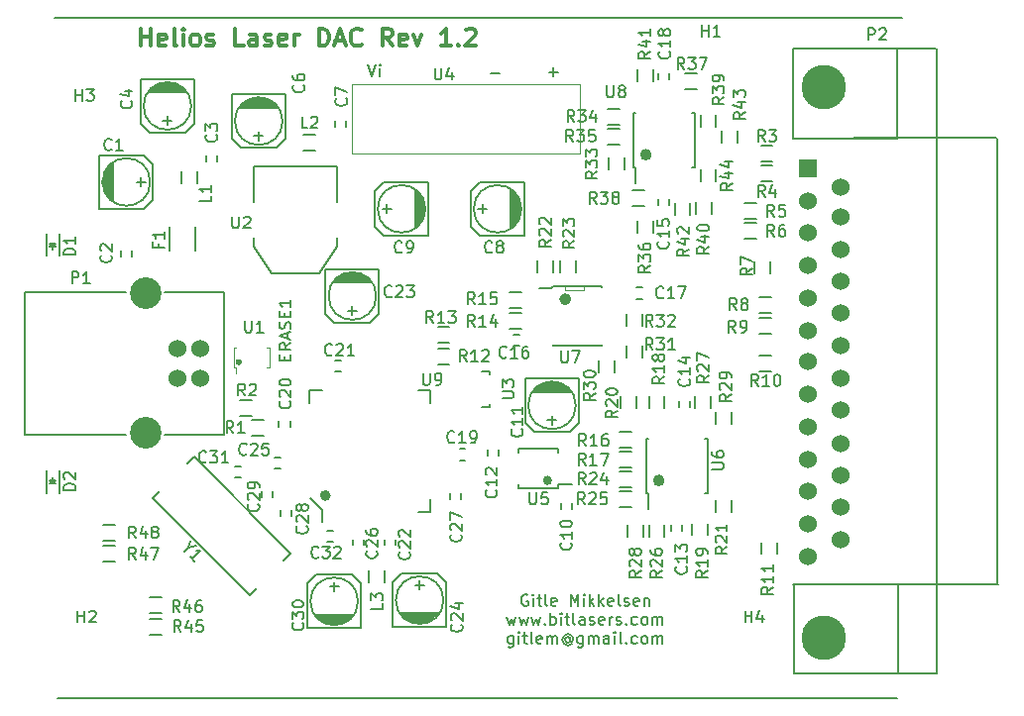
<source format=gbr>
%TF.GenerationSoftware,KiCad,Pcbnew,8.0.2*%
%TF.CreationDate,2025-12-07T10:49:54+01:00*%
%TF.ProjectId,Helios,48656c69-6f73-42e6-9b69-6361645f7063,rev?*%
%TF.SameCoordinates,Original*%
%TF.FileFunction,Legend,Top*%
%TF.FilePolarity,Positive*%
%FSLAX46Y46*%
G04 Gerber Fmt 4.6, Leading zero omitted, Abs format (unit mm)*
G04 Created by KiCad (PCBNEW 8.0.2) date 2025-12-07 10:49:54*
%MOMM*%
%LPD*%
G01*
G04 APERTURE LIST*
%ADD10C,0.200000*%
%ADD11C,0.300000*%
%ADD12C,0.150000*%
%ADD13C,0.120000*%
%ADD14C,0.100000*%
%ADD15C,0.500000*%
%ADD16C,0.400000*%
%ADD17C,1.524000*%
%ADD18C,2.700020*%
%ADD19C,3.810000*%
%ADD20R,1.524000X1.524000*%
G04 APERTURE END LIST*
D10*
X173250000Y-159600000D02*
X101550000Y-159600000D01*
X173650000Y-101500000D02*
X173450000Y-101500000D01*
X101250000Y-101500000D02*
X173650000Y-101500000D01*
X141671427Y-150789894D02*
X141576189Y-150742275D01*
X141576189Y-150742275D02*
X141433332Y-150742275D01*
X141433332Y-150742275D02*
X141290475Y-150789894D01*
X141290475Y-150789894D02*
X141195237Y-150885132D01*
X141195237Y-150885132D02*
X141147618Y-150980370D01*
X141147618Y-150980370D02*
X141099999Y-151170846D01*
X141099999Y-151170846D02*
X141099999Y-151313703D01*
X141099999Y-151313703D02*
X141147618Y-151504179D01*
X141147618Y-151504179D02*
X141195237Y-151599417D01*
X141195237Y-151599417D02*
X141290475Y-151694656D01*
X141290475Y-151694656D02*
X141433332Y-151742275D01*
X141433332Y-151742275D02*
X141528570Y-151742275D01*
X141528570Y-151742275D02*
X141671427Y-151694656D01*
X141671427Y-151694656D02*
X141719046Y-151647036D01*
X141719046Y-151647036D02*
X141719046Y-151313703D01*
X141719046Y-151313703D02*
X141528570Y-151313703D01*
X142147618Y-151742275D02*
X142147618Y-151075608D01*
X142147618Y-150742275D02*
X142099999Y-150789894D01*
X142099999Y-150789894D02*
X142147618Y-150837513D01*
X142147618Y-150837513D02*
X142195237Y-150789894D01*
X142195237Y-150789894D02*
X142147618Y-150742275D01*
X142147618Y-150742275D02*
X142147618Y-150837513D01*
X142480951Y-151075608D02*
X142861903Y-151075608D01*
X142623808Y-150742275D02*
X142623808Y-151599417D01*
X142623808Y-151599417D02*
X142671427Y-151694656D01*
X142671427Y-151694656D02*
X142766665Y-151742275D01*
X142766665Y-151742275D02*
X142861903Y-151742275D01*
X143338094Y-151742275D02*
X143242856Y-151694656D01*
X143242856Y-151694656D02*
X143195237Y-151599417D01*
X143195237Y-151599417D02*
X143195237Y-150742275D01*
X144099999Y-151694656D02*
X144004761Y-151742275D01*
X144004761Y-151742275D02*
X143814285Y-151742275D01*
X143814285Y-151742275D02*
X143719047Y-151694656D01*
X143719047Y-151694656D02*
X143671428Y-151599417D01*
X143671428Y-151599417D02*
X143671428Y-151218465D01*
X143671428Y-151218465D02*
X143719047Y-151123227D01*
X143719047Y-151123227D02*
X143814285Y-151075608D01*
X143814285Y-151075608D02*
X144004761Y-151075608D01*
X144004761Y-151075608D02*
X144099999Y-151123227D01*
X144099999Y-151123227D02*
X144147618Y-151218465D01*
X144147618Y-151218465D02*
X144147618Y-151313703D01*
X144147618Y-151313703D02*
X143671428Y-151408941D01*
X145338095Y-151742275D02*
X145338095Y-150742275D01*
X145338095Y-150742275D02*
X145671428Y-151456560D01*
X145671428Y-151456560D02*
X146004761Y-150742275D01*
X146004761Y-150742275D02*
X146004761Y-151742275D01*
X146480952Y-151742275D02*
X146480952Y-151075608D01*
X146480952Y-150742275D02*
X146433333Y-150789894D01*
X146433333Y-150789894D02*
X146480952Y-150837513D01*
X146480952Y-150837513D02*
X146528571Y-150789894D01*
X146528571Y-150789894D02*
X146480952Y-150742275D01*
X146480952Y-150742275D02*
X146480952Y-150837513D01*
X146957142Y-151742275D02*
X146957142Y-150742275D01*
X147052380Y-151361322D02*
X147338094Y-151742275D01*
X147338094Y-151075608D02*
X146957142Y-151456560D01*
X147766666Y-151742275D02*
X147766666Y-150742275D01*
X147861904Y-151361322D02*
X148147618Y-151742275D01*
X148147618Y-151075608D02*
X147766666Y-151456560D01*
X148957142Y-151694656D02*
X148861904Y-151742275D01*
X148861904Y-151742275D02*
X148671428Y-151742275D01*
X148671428Y-151742275D02*
X148576190Y-151694656D01*
X148576190Y-151694656D02*
X148528571Y-151599417D01*
X148528571Y-151599417D02*
X148528571Y-151218465D01*
X148528571Y-151218465D02*
X148576190Y-151123227D01*
X148576190Y-151123227D02*
X148671428Y-151075608D01*
X148671428Y-151075608D02*
X148861904Y-151075608D01*
X148861904Y-151075608D02*
X148957142Y-151123227D01*
X148957142Y-151123227D02*
X149004761Y-151218465D01*
X149004761Y-151218465D02*
X149004761Y-151313703D01*
X149004761Y-151313703D02*
X148528571Y-151408941D01*
X149576190Y-151742275D02*
X149480952Y-151694656D01*
X149480952Y-151694656D02*
X149433333Y-151599417D01*
X149433333Y-151599417D02*
X149433333Y-150742275D01*
X149909524Y-151694656D02*
X150004762Y-151742275D01*
X150004762Y-151742275D02*
X150195238Y-151742275D01*
X150195238Y-151742275D02*
X150290476Y-151694656D01*
X150290476Y-151694656D02*
X150338095Y-151599417D01*
X150338095Y-151599417D02*
X150338095Y-151551798D01*
X150338095Y-151551798D02*
X150290476Y-151456560D01*
X150290476Y-151456560D02*
X150195238Y-151408941D01*
X150195238Y-151408941D02*
X150052381Y-151408941D01*
X150052381Y-151408941D02*
X149957143Y-151361322D01*
X149957143Y-151361322D02*
X149909524Y-151266084D01*
X149909524Y-151266084D02*
X149909524Y-151218465D01*
X149909524Y-151218465D02*
X149957143Y-151123227D01*
X149957143Y-151123227D02*
X150052381Y-151075608D01*
X150052381Y-151075608D02*
X150195238Y-151075608D01*
X150195238Y-151075608D02*
X150290476Y-151123227D01*
X151147619Y-151694656D02*
X151052381Y-151742275D01*
X151052381Y-151742275D02*
X150861905Y-151742275D01*
X150861905Y-151742275D02*
X150766667Y-151694656D01*
X150766667Y-151694656D02*
X150719048Y-151599417D01*
X150719048Y-151599417D02*
X150719048Y-151218465D01*
X150719048Y-151218465D02*
X150766667Y-151123227D01*
X150766667Y-151123227D02*
X150861905Y-151075608D01*
X150861905Y-151075608D02*
X151052381Y-151075608D01*
X151052381Y-151075608D02*
X151147619Y-151123227D01*
X151147619Y-151123227D02*
X151195238Y-151218465D01*
X151195238Y-151218465D02*
X151195238Y-151313703D01*
X151195238Y-151313703D02*
X150719048Y-151408941D01*
X151623810Y-151075608D02*
X151623810Y-151742275D01*
X151623810Y-151170846D02*
X151671429Y-151123227D01*
X151671429Y-151123227D02*
X151766667Y-151075608D01*
X151766667Y-151075608D02*
X151909524Y-151075608D01*
X151909524Y-151075608D02*
X152004762Y-151123227D01*
X152004762Y-151123227D02*
X152052381Y-151218465D01*
X152052381Y-151218465D02*
X152052381Y-151742275D01*
X139909524Y-152685552D02*
X140100000Y-153352219D01*
X140100000Y-153352219D02*
X140290476Y-152876028D01*
X140290476Y-152876028D02*
X140480952Y-153352219D01*
X140480952Y-153352219D02*
X140671428Y-152685552D01*
X140957143Y-152685552D02*
X141147619Y-153352219D01*
X141147619Y-153352219D02*
X141338095Y-152876028D01*
X141338095Y-152876028D02*
X141528571Y-153352219D01*
X141528571Y-153352219D02*
X141719047Y-152685552D01*
X142004762Y-152685552D02*
X142195238Y-153352219D01*
X142195238Y-153352219D02*
X142385714Y-152876028D01*
X142385714Y-152876028D02*
X142576190Y-153352219D01*
X142576190Y-153352219D02*
X142766666Y-152685552D01*
X143147619Y-153256980D02*
X143195238Y-153304600D01*
X143195238Y-153304600D02*
X143147619Y-153352219D01*
X143147619Y-153352219D02*
X143100000Y-153304600D01*
X143100000Y-153304600D02*
X143147619Y-153256980D01*
X143147619Y-153256980D02*
X143147619Y-153352219D01*
X143623809Y-153352219D02*
X143623809Y-152352219D01*
X143623809Y-152733171D02*
X143719047Y-152685552D01*
X143719047Y-152685552D02*
X143909523Y-152685552D01*
X143909523Y-152685552D02*
X144004761Y-152733171D01*
X144004761Y-152733171D02*
X144052380Y-152780790D01*
X144052380Y-152780790D02*
X144099999Y-152876028D01*
X144099999Y-152876028D02*
X144099999Y-153161742D01*
X144099999Y-153161742D02*
X144052380Y-153256980D01*
X144052380Y-153256980D02*
X144004761Y-153304600D01*
X144004761Y-153304600D02*
X143909523Y-153352219D01*
X143909523Y-153352219D02*
X143719047Y-153352219D01*
X143719047Y-153352219D02*
X143623809Y-153304600D01*
X144528571Y-153352219D02*
X144528571Y-152685552D01*
X144528571Y-152352219D02*
X144480952Y-152399838D01*
X144480952Y-152399838D02*
X144528571Y-152447457D01*
X144528571Y-152447457D02*
X144576190Y-152399838D01*
X144576190Y-152399838D02*
X144528571Y-152352219D01*
X144528571Y-152352219D02*
X144528571Y-152447457D01*
X144861904Y-152685552D02*
X145242856Y-152685552D01*
X145004761Y-152352219D02*
X145004761Y-153209361D01*
X145004761Y-153209361D02*
X145052380Y-153304600D01*
X145052380Y-153304600D02*
X145147618Y-153352219D01*
X145147618Y-153352219D02*
X145242856Y-153352219D01*
X145719047Y-153352219D02*
X145623809Y-153304600D01*
X145623809Y-153304600D02*
X145576190Y-153209361D01*
X145576190Y-153209361D02*
X145576190Y-152352219D01*
X146528571Y-153352219D02*
X146528571Y-152828409D01*
X146528571Y-152828409D02*
X146480952Y-152733171D01*
X146480952Y-152733171D02*
X146385714Y-152685552D01*
X146385714Y-152685552D02*
X146195238Y-152685552D01*
X146195238Y-152685552D02*
X146100000Y-152733171D01*
X146528571Y-153304600D02*
X146433333Y-153352219D01*
X146433333Y-153352219D02*
X146195238Y-153352219D01*
X146195238Y-153352219D02*
X146100000Y-153304600D01*
X146100000Y-153304600D02*
X146052381Y-153209361D01*
X146052381Y-153209361D02*
X146052381Y-153114123D01*
X146052381Y-153114123D02*
X146100000Y-153018885D01*
X146100000Y-153018885D02*
X146195238Y-152971266D01*
X146195238Y-152971266D02*
X146433333Y-152971266D01*
X146433333Y-152971266D02*
X146528571Y-152923647D01*
X146957143Y-153304600D02*
X147052381Y-153352219D01*
X147052381Y-153352219D02*
X147242857Y-153352219D01*
X147242857Y-153352219D02*
X147338095Y-153304600D01*
X147338095Y-153304600D02*
X147385714Y-153209361D01*
X147385714Y-153209361D02*
X147385714Y-153161742D01*
X147385714Y-153161742D02*
X147338095Y-153066504D01*
X147338095Y-153066504D02*
X147242857Y-153018885D01*
X147242857Y-153018885D02*
X147100000Y-153018885D01*
X147100000Y-153018885D02*
X147004762Y-152971266D01*
X147004762Y-152971266D02*
X146957143Y-152876028D01*
X146957143Y-152876028D02*
X146957143Y-152828409D01*
X146957143Y-152828409D02*
X147004762Y-152733171D01*
X147004762Y-152733171D02*
X147100000Y-152685552D01*
X147100000Y-152685552D02*
X147242857Y-152685552D01*
X147242857Y-152685552D02*
X147338095Y-152733171D01*
X148195238Y-153304600D02*
X148100000Y-153352219D01*
X148100000Y-153352219D02*
X147909524Y-153352219D01*
X147909524Y-153352219D02*
X147814286Y-153304600D01*
X147814286Y-153304600D02*
X147766667Y-153209361D01*
X147766667Y-153209361D02*
X147766667Y-152828409D01*
X147766667Y-152828409D02*
X147814286Y-152733171D01*
X147814286Y-152733171D02*
X147909524Y-152685552D01*
X147909524Y-152685552D02*
X148100000Y-152685552D01*
X148100000Y-152685552D02*
X148195238Y-152733171D01*
X148195238Y-152733171D02*
X148242857Y-152828409D01*
X148242857Y-152828409D02*
X148242857Y-152923647D01*
X148242857Y-152923647D02*
X147766667Y-153018885D01*
X148671429Y-153352219D02*
X148671429Y-152685552D01*
X148671429Y-152876028D02*
X148719048Y-152780790D01*
X148719048Y-152780790D02*
X148766667Y-152733171D01*
X148766667Y-152733171D02*
X148861905Y-152685552D01*
X148861905Y-152685552D02*
X148957143Y-152685552D01*
X149242858Y-153304600D02*
X149338096Y-153352219D01*
X149338096Y-153352219D02*
X149528572Y-153352219D01*
X149528572Y-153352219D02*
X149623810Y-153304600D01*
X149623810Y-153304600D02*
X149671429Y-153209361D01*
X149671429Y-153209361D02*
X149671429Y-153161742D01*
X149671429Y-153161742D02*
X149623810Y-153066504D01*
X149623810Y-153066504D02*
X149528572Y-153018885D01*
X149528572Y-153018885D02*
X149385715Y-153018885D01*
X149385715Y-153018885D02*
X149290477Y-152971266D01*
X149290477Y-152971266D02*
X149242858Y-152876028D01*
X149242858Y-152876028D02*
X149242858Y-152828409D01*
X149242858Y-152828409D02*
X149290477Y-152733171D01*
X149290477Y-152733171D02*
X149385715Y-152685552D01*
X149385715Y-152685552D02*
X149528572Y-152685552D01*
X149528572Y-152685552D02*
X149623810Y-152733171D01*
X150100001Y-153256980D02*
X150147620Y-153304600D01*
X150147620Y-153304600D02*
X150100001Y-153352219D01*
X150100001Y-153352219D02*
X150052382Y-153304600D01*
X150052382Y-153304600D02*
X150100001Y-153256980D01*
X150100001Y-153256980D02*
X150100001Y-153352219D01*
X151004762Y-153304600D02*
X150909524Y-153352219D01*
X150909524Y-153352219D02*
X150719048Y-153352219D01*
X150719048Y-153352219D02*
X150623810Y-153304600D01*
X150623810Y-153304600D02*
X150576191Y-153256980D01*
X150576191Y-153256980D02*
X150528572Y-153161742D01*
X150528572Y-153161742D02*
X150528572Y-152876028D01*
X150528572Y-152876028D02*
X150576191Y-152780790D01*
X150576191Y-152780790D02*
X150623810Y-152733171D01*
X150623810Y-152733171D02*
X150719048Y-152685552D01*
X150719048Y-152685552D02*
X150909524Y-152685552D01*
X150909524Y-152685552D02*
X151004762Y-152733171D01*
X151576191Y-153352219D02*
X151480953Y-153304600D01*
X151480953Y-153304600D02*
X151433334Y-153256980D01*
X151433334Y-153256980D02*
X151385715Y-153161742D01*
X151385715Y-153161742D02*
X151385715Y-152876028D01*
X151385715Y-152876028D02*
X151433334Y-152780790D01*
X151433334Y-152780790D02*
X151480953Y-152733171D01*
X151480953Y-152733171D02*
X151576191Y-152685552D01*
X151576191Y-152685552D02*
X151719048Y-152685552D01*
X151719048Y-152685552D02*
X151814286Y-152733171D01*
X151814286Y-152733171D02*
X151861905Y-152780790D01*
X151861905Y-152780790D02*
X151909524Y-152876028D01*
X151909524Y-152876028D02*
X151909524Y-153161742D01*
X151909524Y-153161742D02*
X151861905Y-153256980D01*
X151861905Y-153256980D02*
X151814286Y-153304600D01*
X151814286Y-153304600D02*
X151719048Y-153352219D01*
X151719048Y-153352219D02*
X151576191Y-153352219D01*
X152338096Y-153352219D02*
X152338096Y-152685552D01*
X152338096Y-152780790D02*
X152385715Y-152733171D01*
X152385715Y-152733171D02*
X152480953Y-152685552D01*
X152480953Y-152685552D02*
X152623810Y-152685552D01*
X152623810Y-152685552D02*
X152719048Y-152733171D01*
X152719048Y-152733171D02*
X152766667Y-152828409D01*
X152766667Y-152828409D02*
X152766667Y-153352219D01*
X152766667Y-152828409D02*
X152814286Y-152733171D01*
X152814286Y-152733171D02*
X152909524Y-152685552D01*
X152909524Y-152685552D02*
X153052381Y-152685552D01*
X153052381Y-152685552D02*
X153147620Y-152733171D01*
X153147620Y-152733171D02*
X153195239Y-152828409D01*
X153195239Y-152828409D02*
X153195239Y-153352219D01*
X140433333Y-154295496D02*
X140433333Y-155105020D01*
X140433333Y-155105020D02*
X140385714Y-155200258D01*
X140385714Y-155200258D02*
X140338095Y-155247877D01*
X140338095Y-155247877D02*
X140242857Y-155295496D01*
X140242857Y-155295496D02*
X140100000Y-155295496D01*
X140100000Y-155295496D02*
X140004762Y-155247877D01*
X140433333Y-154914544D02*
X140338095Y-154962163D01*
X140338095Y-154962163D02*
X140147619Y-154962163D01*
X140147619Y-154962163D02*
X140052381Y-154914544D01*
X140052381Y-154914544D02*
X140004762Y-154866924D01*
X140004762Y-154866924D02*
X139957143Y-154771686D01*
X139957143Y-154771686D02*
X139957143Y-154485972D01*
X139957143Y-154485972D02*
X140004762Y-154390734D01*
X140004762Y-154390734D02*
X140052381Y-154343115D01*
X140052381Y-154343115D02*
X140147619Y-154295496D01*
X140147619Y-154295496D02*
X140338095Y-154295496D01*
X140338095Y-154295496D02*
X140433333Y-154343115D01*
X140909524Y-154962163D02*
X140909524Y-154295496D01*
X140909524Y-153962163D02*
X140861905Y-154009782D01*
X140861905Y-154009782D02*
X140909524Y-154057401D01*
X140909524Y-154057401D02*
X140957143Y-154009782D01*
X140957143Y-154009782D02*
X140909524Y-153962163D01*
X140909524Y-153962163D02*
X140909524Y-154057401D01*
X141242857Y-154295496D02*
X141623809Y-154295496D01*
X141385714Y-153962163D02*
X141385714Y-154819305D01*
X141385714Y-154819305D02*
X141433333Y-154914544D01*
X141433333Y-154914544D02*
X141528571Y-154962163D01*
X141528571Y-154962163D02*
X141623809Y-154962163D01*
X142100000Y-154962163D02*
X142004762Y-154914544D01*
X142004762Y-154914544D02*
X141957143Y-154819305D01*
X141957143Y-154819305D02*
X141957143Y-153962163D01*
X142861905Y-154914544D02*
X142766667Y-154962163D01*
X142766667Y-154962163D02*
X142576191Y-154962163D01*
X142576191Y-154962163D02*
X142480953Y-154914544D01*
X142480953Y-154914544D02*
X142433334Y-154819305D01*
X142433334Y-154819305D02*
X142433334Y-154438353D01*
X142433334Y-154438353D02*
X142480953Y-154343115D01*
X142480953Y-154343115D02*
X142576191Y-154295496D01*
X142576191Y-154295496D02*
X142766667Y-154295496D01*
X142766667Y-154295496D02*
X142861905Y-154343115D01*
X142861905Y-154343115D02*
X142909524Y-154438353D01*
X142909524Y-154438353D02*
X142909524Y-154533591D01*
X142909524Y-154533591D02*
X142433334Y-154628829D01*
X143338096Y-154962163D02*
X143338096Y-154295496D01*
X143338096Y-154390734D02*
X143385715Y-154343115D01*
X143385715Y-154343115D02*
X143480953Y-154295496D01*
X143480953Y-154295496D02*
X143623810Y-154295496D01*
X143623810Y-154295496D02*
X143719048Y-154343115D01*
X143719048Y-154343115D02*
X143766667Y-154438353D01*
X143766667Y-154438353D02*
X143766667Y-154962163D01*
X143766667Y-154438353D02*
X143814286Y-154343115D01*
X143814286Y-154343115D02*
X143909524Y-154295496D01*
X143909524Y-154295496D02*
X144052381Y-154295496D01*
X144052381Y-154295496D02*
X144147620Y-154343115D01*
X144147620Y-154343115D02*
X144195239Y-154438353D01*
X144195239Y-154438353D02*
X144195239Y-154962163D01*
X145290476Y-154485972D02*
X145242857Y-154438353D01*
X145242857Y-154438353D02*
X145147619Y-154390734D01*
X145147619Y-154390734D02*
X145052381Y-154390734D01*
X145052381Y-154390734D02*
X144957143Y-154438353D01*
X144957143Y-154438353D02*
X144909524Y-154485972D01*
X144909524Y-154485972D02*
X144861905Y-154581210D01*
X144861905Y-154581210D02*
X144861905Y-154676448D01*
X144861905Y-154676448D02*
X144909524Y-154771686D01*
X144909524Y-154771686D02*
X144957143Y-154819305D01*
X144957143Y-154819305D02*
X145052381Y-154866924D01*
X145052381Y-154866924D02*
X145147619Y-154866924D01*
X145147619Y-154866924D02*
X145242857Y-154819305D01*
X145242857Y-154819305D02*
X145290476Y-154771686D01*
X145290476Y-154390734D02*
X145290476Y-154771686D01*
X145290476Y-154771686D02*
X145338095Y-154819305D01*
X145338095Y-154819305D02*
X145385714Y-154819305D01*
X145385714Y-154819305D02*
X145480953Y-154771686D01*
X145480953Y-154771686D02*
X145528572Y-154676448D01*
X145528572Y-154676448D02*
X145528572Y-154438353D01*
X145528572Y-154438353D02*
X145433334Y-154295496D01*
X145433334Y-154295496D02*
X145290476Y-154200258D01*
X145290476Y-154200258D02*
X145100000Y-154152639D01*
X145100000Y-154152639D02*
X144909524Y-154200258D01*
X144909524Y-154200258D02*
X144766667Y-154295496D01*
X144766667Y-154295496D02*
X144671429Y-154438353D01*
X144671429Y-154438353D02*
X144623810Y-154628829D01*
X144623810Y-154628829D02*
X144671429Y-154819305D01*
X144671429Y-154819305D02*
X144766667Y-154962163D01*
X144766667Y-154962163D02*
X144909524Y-155057401D01*
X144909524Y-155057401D02*
X145100000Y-155105020D01*
X145100000Y-155105020D02*
X145290476Y-155057401D01*
X145290476Y-155057401D02*
X145433334Y-154962163D01*
X146385714Y-154295496D02*
X146385714Y-155105020D01*
X146385714Y-155105020D02*
X146338095Y-155200258D01*
X146338095Y-155200258D02*
X146290476Y-155247877D01*
X146290476Y-155247877D02*
X146195238Y-155295496D01*
X146195238Y-155295496D02*
X146052381Y-155295496D01*
X146052381Y-155295496D02*
X145957143Y-155247877D01*
X146385714Y-154914544D02*
X146290476Y-154962163D01*
X146290476Y-154962163D02*
X146100000Y-154962163D01*
X146100000Y-154962163D02*
X146004762Y-154914544D01*
X146004762Y-154914544D02*
X145957143Y-154866924D01*
X145957143Y-154866924D02*
X145909524Y-154771686D01*
X145909524Y-154771686D02*
X145909524Y-154485972D01*
X145909524Y-154485972D02*
X145957143Y-154390734D01*
X145957143Y-154390734D02*
X146004762Y-154343115D01*
X146004762Y-154343115D02*
X146100000Y-154295496D01*
X146100000Y-154295496D02*
X146290476Y-154295496D01*
X146290476Y-154295496D02*
X146385714Y-154343115D01*
X146861905Y-154962163D02*
X146861905Y-154295496D01*
X146861905Y-154390734D02*
X146909524Y-154343115D01*
X146909524Y-154343115D02*
X147004762Y-154295496D01*
X147004762Y-154295496D02*
X147147619Y-154295496D01*
X147147619Y-154295496D02*
X147242857Y-154343115D01*
X147242857Y-154343115D02*
X147290476Y-154438353D01*
X147290476Y-154438353D02*
X147290476Y-154962163D01*
X147290476Y-154438353D02*
X147338095Y-154343115D01*
X147338095Y-154343115D02*
X147433333Y-154295496D01*
X147433333Y-154295496D02*
X147576190Y-154295496D01*
X147576190Y-154295496D02*
X147671429Y-154343115D01*
X147671429Y-154343115D02*
X147719048Y-154438353D01*
X147719048Y-154438353D02*
X147719048Y-154962163D01*
X148623809Y-154962163D02*
X148623809Y-154438353D01*
X148623809Y-154438353D02*
X148576190Y-154343115D01*
X148576190Y-154343115D02*
X148480952Y-154295496D01*
X148480952Y-154295496D02*
X148290476Y-154295496D01*
X148290476Y-154295496D02*
X148195238Y-154343115D01*
X148623809Y-154914544D02*
X148528571Y-154962163D01*
X148528571Y-154962163D02*
X148290476Y-154962163D01*
X148290476Y-154962163D02*
X148195238Y-154914544D01*
X148195238Y-154914544D02*
X148147619Y-154819305D01*
X148147619Y-154819305D02*
X148147619Y-154724067D01*
X148147619Y-154724067D02*
X148195238Y-154628829D01*
X148195238Y-154628829D02*
X148290476Y-154581210D01*
X148290476Y-154581210D02*
X148528571Y-154581210D01*
X148528571Y-154581210D02*
X148623809Y-154533591D01*
X149100000Y-154962163D02*
X149100000Y-154295496D01*
X149100000Y-153962163D02*
X149052381Y-154009782D01*
X149052381Y-154009782D02*
X149100000Y-154057401D01*
X149100000Y-154057401D02*
X149147619Y-154009782D01*
X149147619Y-154009782D02*
X149100000Y-153962163D01*
X149100000Y-153962163D02*
X149100000Y-154057401D01*
X149719047Y-154962163D02*
X149623809Y-154914544D01*
X149623809Y-154914544D02*
X149576190Y-154819305D01*
X149576190Y-154819305D02*
X149576190Y-153962163D01*
X150100000Y-154866924D02*
X150147619Y-154914544D01*
X150147619Y-154914544D02*
X150100000Y-154962163D01*
X150100000Y-154962163D02*
X150052381Y-154914544D01*
X150052381Y-154914544D02*
X150100000Y-154866924D01*
X150100000Y-154866924D02*
X150100000Y-154962163D01*
X151004761Y-154914544D02*
X150909523Y-154962163D01*
X150909523Y-154962163D02*
X150719047Y-154962163D01*
X150719047Y-154962163D02*
X150623809Y-154914544D01*
X150623809Y-154914544D02*
X150576190Y-154866924D01*
X150576190Y-154866924D02*
X150528571Y-154771686D01*
X150528571Y-154771686D02*
X150528571Y-154485972D01*
X150528571Y-154485972D02*
X150576190Y-154390734D01*
X150576190Y-154390734D02*
X150623809Y-154343115D01*
X150623809Y-154343115D02*
X150719047Y-154295496D01*
X150719047Y-154295496D02*
X150909523Y-154295496D01*
X150909523Y-154295496D02*
X151004761Y-154343115D01*
X151576190Y-154962163D02*
X151480952Y-154914544D01*
X151480952Y-154914544D02*
X151433333Y-154866924D01*
X151433333Y-154866924D02*
X151385714Y-154771686D01*
X151385714Y-154771686D02*
X151385714Y-154485972D01*
X151385714Y-154485972D02*
X151433333Y-154390734D01*
X151433333Y-154390734D02*
X151480952Y-154343115D01*
X151480952Y-154343115D02*
X151576190Y-154295496D01*
X151576190Y-154295496D02*
X151719047Y-154295496D01*
X151719047Y-154295496D02*
X151814285Y-154343115D01*
X151814285Y-154343115D02*
X151861904Y-154390734D01*
X151861904Y-154390734D02*
X151909523Y-154485972D01*
X151909523Y-154485972D02*
X151909523Y-154771686D01*
X151909523Y-154771686D02*
X151861904Y-154866924D01*
X151861904Y-154866924D02*
X151814285Y-154914544D01*
X151814285Y-154914544D02*
X151719047Y-154962163D01*
X151719047Y-154962163D02*
X151576190Y-154962163D01*
X152338095Y-154962163D02*
X152338095Y-154295496D01*
X152338095Y-154390734D02*
X152385714Y-154343115D01*
X152385714Y-154343115D02*
X152480952Y-154295496D01*
X152480952Y-154295496D02*
X152623809Y-154295496D01*
X152623809Y-154295496D02*
X152719047Y-154343115D01*
X152719047Y-154343115D02*
X152766666Y-154438353D01*
X152766666Y-154438353D02*
X152766666Y-154962163D01*
X152766666Y-154438353D02*
X152814285Y-154343115D01*
X152814285Y-154343115D02*
X152909523Y-154295496D01*
X152909523Y-154295496D02*
X153052380Y-154295496D01*
X153052380Y-154295496D02*
X153147619Y-154343115D01*
X153147619Y-154343115D02*
X153195238Y-154438353D01*
X153195238Y-154438353D02*
X153195238Y-154962163D01*
D11*
X108614286Y-103878328D02*
X108614286Y-102378328D01*
X108614286Y-103092614D02*
X109471429Y-103092614D01*
X109471429Y-103878328D02*
X109471429Y-102378328D01*
X110757144Y-103806900D02*
X110614287Y-103878328D01*
X110614287Y-103878328D02*
X110328573Y-103878328D01*
X110328573Y-103878328D02*
X110185715Y-103806900D01*
X110185715Y-103806900D02*
X110114287Y-103664042D01*
X110114287Y-103664042D02*
X110114287Y-103092614D01*
X110114287Y-103092614D02*
X110185715Y-102949757D01*
X110185715Y-102949757D02*
X110328573Y-102878328D01*
X110328573Y-102878328D02*
X110614287Y-102878328D01*
X110614287Y-102878328D02*
X110757144Y-102949757D01*
X110757144Y-102949757D02*
X110828573Y-103092614D01*
X110828573Y-103092614D02*
X110828573Y-103235471D01*
X110828573Y-103235471D02*
X110114287Y-103378328D01*
X111685715Y-103878328D02*
X111542858Y-103806900D01*
X111542858Y-103806900D02*
X111471429Y-103664042D01*
X111471429Y-103664042D02*
X111471429Y-102378328D01*
X112257143Y-103878328D02*
X112257143Y-102878328D01*
X112257143Y-102378328D02*
X112185715Y-102449757D01*
X112185715Y-102449757D02*
X112257143Y-102521185D01*
X112257143Y-102521185D02*
X112328572Y-102449757D01*
X112328572Y-102449757D02*
X112257143Y-102378328D01*
X112257143Y-102378328D02*
X112257143Y-102521185D01*
X113185715Y-103878328D02*
X113042858Y-103806900D01*
X113042858Y-103806900D02*
X112971429Y-103735471D01*
X112971429Y-103735471D02*
X112900001Y-103592614D01*
X112900001Y-103592614D02*
X112900001Y-103164042D01*
X112900001Y-103164042D02*
X112971429Y-103021185D01*
X112971429Y-103021185D02*
X113042858Y-102949757D01*
X113042858Y-102949757D02*
X113185715Y-102878328D01*
X113185715Y-102878328D02*
X113400001Y-102878328D01*
X113400001Y-102878328D02*
X113542858Y-102949757D01*
X113542858Y-102949757D02*
X113614287Y-103021185D01*
X113614287Y-103021185D02*
X113685715Y-103164042D01*
X113685715Y-103164042D02*
X113685715Y-103592614D01*
X113685715Y-103592614D02*
X113614287Y-103735471D01*
X113614287Y-103735471D02*
X113542858Y-103806900D01*
X113542858Y-103806900D02*
X113400001Y-103878328D01*
X113400001Y-103878328D02*
X113185715Y-103878328D01*
X114257144Y-103806900D02*
X114400001Y-103878328D01*
X114400001Y-103878328D02*
X114685715Y-103878328D01*
X114685715Y-103878328D02*
X114828572Y-103806900D01*
X114828572Y-103806900D02*
X114900001Y-103664042D01*
X114900001Y-103664042D02*
X114900001Y-103592614D01*
X114900001Y-103592614D02*
X114828572Y-103449757D01*
X114828572Y-103449757D02*
X114685715Y-103378328D01*
X114685715Y-103378328D02*
X114471430Y-103378328D01*
X114471430Y-103378328D02*
X114328572Y-103306900D01*
X114328572Y-103306900D02*
X114257144Y-103164042D01*
X114257144Y-103164042D02*
X114257144Y-103092614D01*
X114257144Y-103092614D02*
X114328572Y-102949757D01*
X114328572Y-102949757D02*
X114471430Y-102878328D01*
X114471430Y-102878328D02*
X114685715Y-102878328D01*
X114685715Y-102878328D02*
X114828572Y-102949757D01*
X117400001Y-103878328D02*
X116685715Y-103878328D01*
X116685715Y-103878328D02*
X116685715Y-102378328D01*
X118542859Y-103878328D02*
X118542859Y-103092614D01*
X118542859Y-103092614D02*
X118471430Y-102949757D01*
X118471430Y-102949757D02*
X118328573Y-102878328D01*
X118328573Y-102878328D02*
X118042859Y-102878328D01*
X118042859Y-102878328D02*
X117900001Y-102949757D01*
X118542859Y-103806900D02*
X118400001Y-103878328D01*
X118400001Y-103878328D02*
X118042859Y-103878328D01*
X118042859Y-103878328D02*
X117900001Y-103806900D01*
X117900001Y-103806900D02*
X117828573Y-103664042D01*
X117828573Y-103664042D02*
X117828573Y-103521185D01*
X117828573Y-103521185D02*
X117900001Y-103378328D01*
X117900001Y-103378328D02*
X118042859Y-103306900D01*
X118042859Y-103306900D02*
X118400001Y-103306900D01*
X118400001Y-103306900D02*
X118542859Y-103235471D01*
X119185716Y-103806900D02*
X119328573Y-103878328D01*
X119328573Y-103878328D02*
X119614287Y-103878328D01*
X119614287Y-103878328D02*
X119757144Y-103806900D01*
X119757144Y-103806900D02*
X119828573Y-103664042D01*
X119828573Y-103664042D02*
X119828573Y-103592614D01*
X119828573Y-103592614D02*
X119757144Y-103449757D01*
X119757144Y-103449757D02*
X119614287Y-103378328D01*
X119614287Y-103378328D02*
X119400002Y-103378328D01*
X119400002Y-103378328D02*
X119257144Y-103306900D01*
X119257144Y-103306900D02*
X119185716Y-103164042D01*
X119185716Y-103164042D02*
X119185716Y-103092614D01*
X119185716Y-103092614D02*
X119257144Y-102949757D01*
X119257144Y-102949757D02*
X119400002Y-102878328D01*
X119400002Y-102878328D02*
X119614287Y-102878328D01*
X119614287Y-102878328D02*
X119757144Y-102949757D01*
X121042859Y-103806900D02*
X120900002Y-103878328D01*
X120900002Y-103878328D02*
X120614288Y-103878328D01*
X120614288Y-103878328D02*
X120471430Y-103806900D01*
X120471430Y-103806900D02*
X120400002Y-103664042D01*
X120400002Y-103664042D02*
X120400002Y-103092614D01*
X120400002Y-103092614D02*
X120471430Y-102949757D01*
X120471430Y-102949757D02*
X120614288Y-102878328D01*
X120614288Y-102878328D02*
X120900002Y-102878328D01*
X120900002Y-102878328D02*
X121042859Y-102949757D01*
X121042859Y-102949757D02*
X121114288Y-103092614D01*
X121114288Y-103092614D02*
X121114288Y-103235471D01*
X121114288Y-103235471D02*
X120400002Y-103378328D01*
X121757144Y-103878328D02*
X121757144Y-102878328D01*
X121757144Y-103164042D02*
X121828573Y-103021185D01*
X121828573Y-103021185D02*
X121900002Y-102949757D01*
X121900002Y-102949757D02*
X122042859Y-102878328D01*
X122042859Y-102878328D02*
X122185716Y-102878328D01*
X123828572Y-103878328D02*
X123828572Y-102378328D01*
X123828572Y-102378328D02*
X124185715Y-102378328D01*
X124185715Y-102378328D02*
X124400001Y-102449757D01*
X124400001Y-102449757D02*
X124542858Y-102592614D01*
X124542858Y-102592614D02*
X124614287Y-102735471D01*
X124614287Y-102735471D02*
X124685715Y-103021185D01*
X124685715Y-103021185D02*
X124685715Y-103235471D01*
X124685715Y-103235471D02*
X124614287Y-103521185D01*
X124614287Y-103521185D02*
X124542858Y-103664042D01*
X124542858Y-103664042D02*
X124400001Y-103806900D01*
X124400001Y-103806900D02*
X124185715Y-103878328D01*
X124185715Y-103878328D02*
X123828572Y-103878328D01*
X125257144Y-103449757D02*
X125971430Y-103449757D01*
X125114287Y-103878328D02*
X125614287Y-102378328D01*
X125614287Y-102378328D02*
X126114287Y-103878328D01*
X127471429Y-103735471D02*
X127400001Y-103806900D01*
X127400001Y-103806900D02*
X127185715Y-103878328D01*
X127185715Y-103878328D02*
X127042858Y-103878328D01*
X127042858Y-103878328D02*
X126828572Y-103806900D01*
X126828572Y-103806900D02*
X126685715Y-103664042D01*
X126685715Y-103664042D02*
X126614286Y-103521185D01*
X126614286Y-103521185D02*
X126542858Y-103235471D01*
X126542858Y-103235471D02*
X126542858Y-103021185D01*
X126542858Y-103021185D02*
X126614286Y-102735471D01*
X126614286Y-102735471D02*
X126685715Y-102592614D01*
X126685715Y-102592614D02*
X126828572Y-102449757D01*
X126828572Y-102449757D02*
X127042858Y-102378328D01*
X127042858Y-102378328D02*
X127185715Y-102378328D01*
X127185715Y-102378328D02*
X127400001Y-102449757D01*
X127400001Y-102449757D02*
X127471429Y-102521185D01*
X130114286Y-103878328D02*
X129614286Y-103164042D01*
X129257143Y-103878328D02*
X129257143Y-102378328D01*
X129257143Y-102378328D02*
X129828572Y-102378328D01*
X129828572Y-102378328D02*
X129971429Y-102449757D01*
X129971429Y-102449757D02*
X130042858Y-102521185D01*
X130042858Y-102521185D02*
X130114286Y-102664042D01*
X130114286Y-102664042D02*
X130114286Y-102878328D01*
X130114286Y-102878328D02*
X130042858Y-103021185D01*
X130042858Y-103021185D02*
X129971429Y-103092614D01*
X129971429Y-103092614D02*
X129828572Y-103164042D01*
X129828572Y-103164042D02*
X129257143Y-103164042D01*
X131328572Y-103806900D02*
X131185715Y-103878328D01*
X131185715Y-103878328D02*
X130900001Y-103878328D01*
X130900001Y-103878328D02*
X130757143Y-103806900D01*
X130757143Y-103806900D02*
X130685715Y-103664042D01*
X130685715Y-103664042D02*
X130685715Y-103092614D01*
X130685715Y-103092614D02*
X130757143Y-102949757D01*
X130757143Y-102949757D02*
X130900001Y-102878328D01*
X130900001Y-102878328D02*
X131185715Y-102878328D01*
X131185715Y-102878328D02*
X131328572Y-102949757D01*
X131328572Y-102949757D02*
X131400001Y-103092614D01*
X131400001Y-103092614D02*
X131400001Y-103235471D01*
X131400001Y-103235471D02*
X130685715Y-103378328D01*
X131900000Y-102878328D02*
X132257143Y-103878328D01*
X132257143Y-103878328D02*
X132614286Y-102878328D01*
X135114286Y-103878328D02*
X134257143Y-103878328D01*
X134685714Y-103878328D02*
X134685714Y-102378328D01*
X134685714Y-102378328D02*
X134542857Y-102592614D01*
X134542857Y-102592614D02*
X134400000Y-102735471D01*
X134400000Y-102735471D02*
X134257143Y-102806900D01*
X135757142Y-103735471D02*
X135828571Y-103806900D01*
X135828571Y-103806900D02*
X135757142Y-103878328D01*
X135757142Y-103878328D02*
X135685714Y-103806900D01*
X135685714Y-103806900D02*
X135757142Y-103735471D01*
X135757142Y-103735471D02*
X135757142Y-103878328D01*
X136400000Y-102521185D02*
X136471428Y-102449757D01*
X136471428Y-102449757D02*
X136614286Y-102378328D01*
X136614286Y-102378328D02*
X136971428Y-102378328D01*
X136971428Y-102378328D02*
X137114286Y-102449757D01*
X137114286Y-102449757D02*
X137185714Y-102521185D01*
X137185714Y-102521185D02*
X137257143Y-102664042D01*
X137257143Y-102664042D02*
X137257143Y-102806900D01*
X137257143Y-102806900D02*
X137185714Y-103021185D01*
X137185714Y-103021185D02*
X136328571Y-103878328D01*
X136328571Y-103878328D02*
X137257143Y-103878328D01*
D12*
X160238095Y-153154819D02*
X160238095Y-152154819D01*
X160238095Y-152631009D02*
X160809523Y-152631009D01*
X160809523Y-153154819D02*
X160809523Y-152154819D01*
X161714285Y-152488152D02*
X161714285Y-153154819D01*
X161476190Y-152107200D02*
X161238095Y-152821485D01*
X161238095Y-152821485D02*
X161857142Y-152821485D01*
X103038095Y-108554819D02*
X103038095Y-107554819D01*
X103038095Y-108031009D02*
X103609523Y-108031009D01*
X103609523Y-108554819D02*
X103609523Y-107554819D01*
X103990476Y-107554819D02*
X104609523Y-107554819D01*
X104609523Y-107554819D02*
X104276190Y-107935771D01*
X104276190Y-107935771D02*
X104419047Y-107935771D01*
X104419047Y-107935771D02*
X104514285Y-107983390D01*
X104514285Y-107983390D02*
X104561904Y-108031009D01*
X104561904Y-108031009D02*
X104609523Y-108126247D01*
X104609523Y-108126247D02*
X104609523Y-108364342D01*
X104609523Y-108364342D02*
X104561904Y-108459580D01*
X104561904Y-108459580D02*
X104514285Y-108507200D01*
X104514285Y-108507200D02*
X104419047Y-108554819D01*
X104419047Y-108554819D02*
X104133333Y-108554819D01*
X104133333Y-108554819D02*
X104038095Y-108507200D01*
X104038095Y-108507200D02*
X103990476Y-108459580D01*
X103238095Y-153154819D02*
X103238095Y-152154819D01*
X103238095Y-152631009D02*
X103809523Y-152631009D01*
X103809523Y-153154819D02*
X103809523Y-152154819D01*
X104238095Y-152250057D02*
X104285714Y-152202438D01*
X104285714Y-152202438D02*
X104380952Y-152154819D01*
X104380952Y-152154819D02*
X104619047Y-152154819D01*
X104619047Y-152154819D02*
X104714285Y-152202438D01*
X104714285Y-152202438D02*
X104761904Y-152250057D01*
X104761904Y-152250057D02*
X104809523Y-152345295D01*
X104809523Y-152345295D02*
X104809523Y-152440533D01*
X104809523Y-152440533D02*
X104761904Y-152583390D01*
X104761904Y-152583390D02*
X104190476Y-153154819D01*
X104190476Y-153154819D02*
X104809523Y-153154819D01*
X156538095Y-103054819D02*
X156538095Y-102054819D01*
X156538095Y-102531009D02*
X157109523Y-102531009D01*
X157109523Y-103054819D02*
X157109523Y-102054819D01*
X158109523Y-103054819D02*
X157538095Y-103054819D01*
X157823809Y-103054819D02*
X157823809Y-102054819D01*
X157823809Y-102054819D02*
X157728571Y-102197676D01*
X157728571Y-102197676D02*
X157633333Y-102292914D01*
X157633333Y-102292914D02*
X157538095Y-102340533D01*
X133738095Y-105754819D02*
X133738095Y-106564342D01*
X133738095Y-106564342D02*
X133785714Y-106659580D01*
X133785714Y-106659580D02*
X133833333Y-106707200D01*
X133833333Y-106707200D02*
X133928571Y-106754819D01*
X133928571Y-106754819D02*
X134119047Y-106754819D01*
X134119047Y-106754819D02*
X134214285Y-106707200D01*
X134214285Y-106707200D02*
X134261904Y-106659580D01*
X134261904Y-106659580D02*
X134309523Y-106564342D01*
X134309523Y-106564342D02*
X134309523Y-105754819D01*
X135214285Y-106088152D02*
X135214285Y-106754819D01*
X134976190Y-105707200D02*
X134738095Y-106421485D01*
X134738095Y-106421485D02*
X135357142Y-106421485D01*
X128043922Y-105469819D02*
X128377255Y-106469819D01*
X128377255Y-106469819D02*
X128710588Y-105469819D01*
X129043922Y-106469819D02*
X129043922Y-105803152D01*
X129043922Y-105469819D02*
X128996303Y-105517438D01*
X128996303Y-105517438D02*
X129043922Y-105565057D01*
X129043922Y-105565057D02*
X129091541Y-105517438D01*
X129091541Y-105517438D02*
X129043922Y-105469819D01*
X129043922Y-105469819D02*
X129043922Y-105565057D01*
X138486779Y-106188866D02*
X139248684Y-106188866D01*
X143486779Y-106088866D02*
X144248684Y-106088866D01*
X143867731Y-106469819D02*
X143867731Y-105707914D01*
X120931009Y-130747618D02*
X120931009Y-130414285D01*
X121454819Y-130271428D02*
X121454819Y-130747618D01*
X121454819Y-130747618D02*
X120454819Y-130747618D01*
X120454819Y-130747618D02*
X120454819Y-130271428D01*
X121454819Y-129271428D02*
X120978628Y-129604761D01*
X121454819Y-129842856D02*
X120454819Y-129842856D01*
X120454819Y-129842856D02*
X120454819Y-129461904D01*
X120454819Y-129461904D02*
X120502438Y-129366666D01*
X120502438Y-129366666D02*
X120550057Y-129319047D01*
X120550057Y-129319047D02*
X120645295Y-129271428D01*
X120645295Y-129271428D02*
X120788152Y-129271428D01*
X120788152Y-129271428D02*
X120883390Y-129319047D01*
X120883390Y-129319047D02*
X120931009Y-129366666D01*
X120931009Y-129366666D02*
X120978628Y-129461904D01*
X120978628Y-129461904D02*
X120978628Y-129842856D01*
X121169104Y-128890475D02*
X121169104Y-128414285D01*
X121454819Y-128985713D02*
X120454819Y-128652380D01*
X120454819Y-128652380D02*
X121454819Y-128319047D01*
X121407200Y-128033332D02*
X121454819Y-127890475D01*
X121454819Y-127890475D02*
X121454819Y-127652380D01*
X121454819Y-127652380D02*
X121407200Y-127557142D01*
X121407200Y-127557142D02*
X121359580Y-127509523D01*
X121359580Y-127509523D02*
X121264342Y-127461904D01*
X121264342Y-127461904D02*
X121169104Y-127461904D01*
X121169104Y-127461904D02*
X121073866Y-127509523D01*
X121073866Y-127509523D02*
X121026247Y-127557142D01*
X121026247Y-127557142D02*
X120978628Y-127652380D01*
X120978628Y-127652380D02*
X120931009Y-127842856D01*
X120931009Y-127842856D02*
X120883390Y-127938094D01*
X120883390Y-127938094D02*
X120835771Y-127985713D01*
X120835771Y-127985713D02*
X120740533Y-128033332D01*
X120740533Y-128033332D02*
X120645295Y-128033332D01*
X120645295Y-128033332D02*
X120550057Y-127985713D01*
X120550057Y-127985713D02*
X120502438Y-127938094D01*
X120502438Y-127938094D02*
X120454819Y-127842856D01*
X120454819Y-127842856D02*
X120454819Y-127604761D01*
X120454819Y-127604761D02*
X120502438Y-127461904D01*
X120931009Y-127033332D02*
X120931009Y-126699999D01*
X121454819Y-126557142D02*
X121454819Y-127033332D01*
X121454819Y-127033332D02*
X120454819Y-127033332D01*
X120454819Y-127033332D02*
X120454819Y-126557142D01*
X121454819Y-125604761D02*
X121454819Y-126176189D01*
X121454819Y-125890475D02*
X120454819Y-125890475D01*
X120454819Y-125890475D02*
X120597676Y-125985713D01*
X120597676Y-125985713D02*
X120692914Y-126080951D01*
X120692914Y-126080951D02*
X120740533Y-126176189D01*
X152357142Y-127854819D02*
X152023809Y-127378628D01*
X151785714Y-127854819D02*
X151785714Y-126854819D01*
X151785714Y-126854819D02*
X152166666Y-126854819D01*
X152166666Y-126854819D02*
X152261904Y-126902438D01*
X152261904Y-126902438D02*
X152309523Y-126950057D01*
X152309523Y-126950057D02*
X152357142Y-127045295D01*
X152357142Y-127045295D02*
X152357142Y-127188152D01*
X152357142Y-127188152D02*
X152309523Y-127283390D01*
X152309523Y-127283390D02*
X152261904Y-127331009D01*
X152261904Y-127331009D02*
X152166666Y-127378628D01*
X152166666Y-127378628D02*
X151785714Y-127378628D01*
X152690476Y-126854819D02*
X153309523Y-126854819D01*
X153309523Y-126854819D02*
X152976190Y-127235771D01*
X152976190Y-127235771D02*
X153119047Y-127235771D01*
X153119047Y-127235771D02*
X153214285Y-127283390D01*
X153214285Y-127283390D02*
X153261904Y-127331009D01*
X153261904Y-127331009D02*
X153309523Y-127426247D01*
X153309523Y-127426247D02*
X153309523Y-127664342D01*
X153309523Y-127664342D02*
X153261904Y-127759580D01*
X153261904Y-127759580D02*
X153214285Y-127807200D01*
X153214285Y-127807200D02*
X153119047Y-127854819D01*
X153119047Y-127854819D02*
X152833333Y-127854819D01*
X152833333Y-127854819D02*
X152738095Y-127807200D01*
X152738095Y-127807200D02*
X152690476Y-127759580D01*
X153690476Y-126950057D02*
X153738095Y-126902438D01*
X153738095Y-126902438D02*
X153833333Y-126854819D01*
X153833333Y-126854819D02*
X154071428Y-126854819D01*
X154071428Y-126854819D02*
X154166666Y-126902438D01*
X154166666Y-126902438D02*
X154214285Y-126950057D01*
X154214285Y-126950057D02*
X154261904Y-127045295D01*
X154261904Y-127045295D02*
X154261904Y-127140533D01*
X154261904Y-127140533D02*
X154214285Y-127283390D01*
X154214285Y-127283390D02*
X153642857Y-127854819D01*
X153642857Y-127854819D02*
X154261904Y-127854819D01*
X116438095Y-118454819D02*
X116438095Y-119264342D01*
X116438095Y-119264342D02*
X116485714Y-119359580D01*
X116485714Y-119359580D02*
X116533333Y-119407200D01*
X116533333Y-119407200D02*
X116628571Y-119454819D01*
X116628571Y-119454819D02*
X116819047Y-119454819D01*
X116819047Y-119454819D02*
X116914285Y-119407200D01*
X116914285Y-119407200D02*
X116961904Y-119359580D01*
X116961904Y-119359580D02*
X117009523Y-119264342D01*
X117009523Y-119264342D02*
X117009523Y-118454819D01*
X117438095Y-118550057D02*
X117485714Y-118502438D01*
X117485714Y-118502438D02*
X117580952Y-118454819D01*
X117580952Y-118454819D02*
X117819047Y-118454819D01*
X117819047Y-118454819D02*
X117914285Y-118502438D01*
X117914285Y-118502438D02*
X117961904Y-118550057D01*
X117961904Y-118550057D02*
X118009523Y-118645295D01*
X118009523Y-118645295D02*
X118009523Y-118740533D01*
X118009523Y-118740533D02*
X117961904Y-118883390D01*
X117961904Y-118883390D02*
X117390476Y-119454819D01*
X117390476Y-119454819D02*
X118009523Y-119454819D01*
X106059580Y-121766666D02*
X106107200Y-121814285D01*
X106107200Y-121814285D02*
X106154819Y-121957142D01*
X106154819Y-121957142D02*
X106154819Y-122052380D01*
X106154819Y-122052380D02*
X106107200Y-122195237D01*
X106107200Y-122195237D02*
X106011961Y-122290475D01*
X106011961Y-122290475D02*
X105916723Y-122338094D01*
X105916723Y-122338094D02*
X105726247Y-122385713D01*
X105726247Y-122385713D02*
X105583390Y-122385713D01*
X105583390Y-122385713D02*
X105392914Y-122338094D01*
X105392914Y-122338094D02*
X105297676Y-122290475D01*
X105297676Y-122290475D02*
X105202438Y-122195237D01*
X105202438Y-122195237D02*
X105154819Y-122052380D01*
X105154819Y-122052380D02*
X105154819Y-121957142D01*
X105154819Y-121957142D02*
X105202438Y-121814285D01*
X105202438Y-121814285D02*
X105250057Y-121766666D01*
X105250057Y-121385713D02*
X105202438Y-121338094D01*
X105202438Y-121338094D02*
X105154819Y-121242856D01*
X105154819Y-121242856D02*
X105154819Y-121004761D01*
X105154819Y-121004761D02*
X105202438Y-120909523D01*
X105202438Y-120909523D02*
X105250057Y-120861904D01*
X105250057Y-120861904D02*
X105345295Y-120814285D01*
X105345295Y-120814285D02*
X105440533Y-120814285D01*
X105440533Y-120814285D02*
X105583390Y-120861904D01*
X105583390Y-120861904D02*
X106154819Y-121433332D01*
X106154819Y-121433332D02*
X106154819Y-120814285D01*
X115059580Y-111466666D02*
X115107200Y-111514285D01*
X115107200Y-111514285D02*
X115154819Y-111657142D01*
X115154819Y-111657142D02*
X115154819Y-111752380D01*
X115154819Y-111752380D02*
X115107200Y-111895237D01*
X115107200Y-111895237D02*
X115011961Y-111990475D01*
X115011961Y-111990475D02*
X114916723Y-112038094D01*
X114916723Y-112038094D02*
X114726247Y-112085713D01*
X114726247Y-112085713D02*
X114583390Y-112085713D01*
X114583390Y-112085713D02*
X114392914Y-112038094D01*
X114392914Y-112038094D02*
X114297676Y-111990475D01*
X114297676Y-111990475D02*
X114202438Y-111895237D01*
X114202438Y-111895237D02*
X114154819Y-111752380D01*
X114154819Y-111752380D02*
X114154819Y-111657142D01*
X114154819Y-111657142D02*
X114202438Y-111514285D01*
X114202438Y-111514285D02*
X114250057Y-111466666D01*
X114154819Y-111133332D02*
X114154819Y-110514285D01*
X114154819Y-110514285D02*
X114535771Y-110847618D01*
X114535771Y-110847618D02*
X114535771Y-110704761D01*
X114535771Y-110704761D02*
X114583390Y-110609523D01*
X114583390Y-110609523D02*
X114631009Y-110561904D01*
X114631009Y-110561904D02*
X114726247Y-110514285D01*
X114726247Y-110514285D02*
X114964342Y-110514285D01*
X114964342Y-110514285D02*
X115059580Y-110561904D01*
X115059580Y-110561904D02*
X115107200Y-110609523D01*
X115107200Y-110609523D02*
X115154819Y-110704761D01*
X115154819Y-110704761D02*
X115154819Y-110990475D01*
X115154819Y-110990475D02*
X115107200Y-111085713D01*
X115107200Y-111085713D02*
X115059580Y-111133332D01*
X126159580Y-108366666D02*
X126207200Y-108414285D01*
X126207200Y-108414285D02*
X126254819Y-108557142D01*
X126254819Y-108557142D02*
X126254819Y-108652380D01*
X126254819Y-108652380D02*
X126207200Y-108795237D01*
X126207200Y-108795237D02*
X126111961Y-108890475D01*
X126111961Y-108890475D02*
X126016723Y-108938094D01*
X126016723Y-108938094D02*
X125826247Y-108985713D01*
X125826247Y-108985713D02*
X125683390Y-108985713D01*
X125683390Y-108985713D02*
X125492914Y-108938094D01*
X125492914Y-108938094D02*
X125397676Y-108890475D01*
X125397676Y-108890475D02*
X125302438Y-108795237D01*
X125302438Y-108795237D02*
X125254819Y-108652380D01*
X125254819Y-108652380D02*
X125254819Y-108557142D01*
X125254819Y-108557142D02*
X125302438Y-108414285D01*
X125302438Y-108414285D02*
X125350057Y-108366666D01*
X125254819Y-108033332D02*
X125254819Y-107366666D01*
X125254819Y-107366666D02*
X126254819Y-107795237D01*
X145359580Y-146342857D02*
X145407200Y-146390476D01*
X145407200Y-146390476D02*
X145454819Y-146533333D01*
X145454819Y-146533333D02*
X145454819Y-146628571D01*
X145454819Y-146628571D02*
X145407200Y-146771428D01*
X145407200Y-146771428D02*
X145311961Y-146866666D01*
X145311961Y-146866666D02*
X145216723Y-146914285D01*
X145216723Y-146914285D02*
X145026247Y-146961904D01*
X145026247Y-146961904D02*
X144883390Y-146961904D01*
X144883390Y-146961904D02*
X144692914Y-146914285D01*
X144692914Y-146914285D02*
X144597676Y-146866666D01*
X144597676Y-146866666D02*
X144502438Y-146771428D01*
X144502438Y-146771428D02*
X144454819Y-146628571D01*
X144454819Y-146628571D02*
X144454819Y-146533333D01*
X144454819Y-146533333D02*
X144502438Y-146390476D01*
X144502438Y-146390476D02*
X144550057Y-146342857D01*
X145454819Y-145390476D02*
X145454819Y-145961904D01*
X145454819Y-145676190D02*
X144454819Y-145676190D01*
X144454819Y-145676190D02*
X144597676Y-145771428D01*
X144597676Y-145771428D02*
X144692914Y-145866666D01*
X144692914Y-145866666D02*
X144740533Y-145961904D01*
X144454819Y-144771428D02*
X144454819Y-144676190D01*
X144454819Y-144676190D02*
X144502438Y-144580952D01*
X144502438Y-144580952D02*
X144550057Y-144533333D01*
X144550057Y-144533333D02*
X144645295Y-144485714D01*
X144645295Y-144485714D02*
X144835771Y-144438095D01*
X144835771Y-144438095D02*
X145073866Y-144438095D01*
X145073866Y-144438095D02*
X145264342Y-144485714D01*
X145264342Y-144485714D02*
X145359580Y-144533333D01*
X145359580Y-144533333D02*
X145407200Y-144580952D01*
X145407200Y-144580952D02*
X145454819Y-144676190D01*
X145454819Y-144676190D02*
X145454819Y-144771428D01*
X145454819Y-144771428D02*
X145407200Y-144866666D01*
X145407200Y-144866666D02*
X145359580Y-144914285D01*
X145359580Y-144914285D02*
X145264342Y-144961904D01*
X145264342Y-144961904D02*
X145073866Y-145009523D01*
X145073866Y-145009523D02*
X144835771Y-145009523D01*
X144835771Y-145009523D02*
X144645295Y-144961904D01*
X144645295Y-144961904D02*
X144550057Y-144914285D01*
X144550057Y-144914285D02*
X144502438Y-144866666D01*
X144502438Y-144866666D02*
X144454819Y-144771428D01*
X138959580Y-141842857D02*
X139007200Y-141890476D01*
X139007200Y-141890476D02*
X139054819Y-142033333D01*
X139054819Y-142033333D02*
X139054819Y-142128571D01*
X139054819Y-142128571D02*
X139007200Y-142271428D01*
X139007200Y-142271428D02*
X138911961Y-142366666D01*
X138911961Y-142366666D02*
X138816723Y-142414285D01*
X138816723Y-142414285D02*
X138626247Y-142461904D01*
X138626247Y-142461904D02*
X138483390Y-142461904D01*
X138483390Y-142461904D02*
X138292914Y-142414285D01*
X138292914Y-142414285D02*
X138197676Y-142366666D01*
X138197676Y-142366666D02*
X138102438Y-142271428D01*
X138102438Y-142271428D02*
X138054819Y-142128571D01*
X138054819Y-142128571D02*
X138054819Y-142033333D01*
X138054819Y-142033333D02*
X138102438Y-141890476D01*
X138102438Y-141890476D02*
X138150057Y-141842857D01*
X139054819Y-140890476D02*
X139054819Y-141461904D01*
X139054819Y-141176190D02*
X138054819Y-141176190D01*
X138054819Y-141176190D02*
X138197676Y-141271428D01*
X138197676Y-141271428D02*
X138292914Y-141366666D01*
X138292914Y-141366666D02*
X138340533Y-141461904D01*
X138150057Y-140509523D02*
X138102438Y-140461904D01*
X138102438Y-140461904D02*
X138054819Y-140366666D01*
X138054819Y-140366666D02*
X138054819Y-140128571D01*
X138054819Y-140128571D02*
X138102438Y-140033333D01*
X138102438Y-140033333D02*
X138150057Y-139985714D01*
X138150057Y-139985714D02*
X138245295Y-139938095D01*
X138245295Y-139938095D02*
X138340533Y-139938095D01*
X138340533Y-139938095D02*
X138483390Y-139985714D01*
X138483390Y-139985714D02*
X139054819Y-140557142D01*
X139054819Y-140557142D02*
X139054819Y-139938095D01*
X155209580Y-148392857D02*
X155257200Y-148440476D01*
X155257200Y-148440476D02*
X155304819Y-148583333D01*
X155304819Y-148583333D02*
X155304819Y-148678571D01*
X155304819Y-148678571D02*
X155257200Y-148821428D01*
X155257200Y-148821428D02*
X155161961Y-148916666D01*
X155161961Y-148916666D02*
X155066723Y-148964285D01*
X155066723Y-148964285D02*
X154876247Y-149011904D01*
X154876247Y-149011904D02*
X154733390Y-149011904D01*
X154733390Y-149011904D02*
X154542914Y-148964285D01*
X154542914Y-148964285D02*
X154447676Y-148916666D01*
X154447676Y-148916666D02*
X154352438Y-148821428D01*
X154352438Y-148821428D02*
X154304819Y-148678571D01*
X154304819Y-148678571D02*
X154304819Y-148583333D01*
X154304819Y-148583333D02*
X154352438Y-148440476D01*
X154352438Y-148440476D02*
X154400057Y-148392857D01*
X155304819Y-147440476D02*
X155304819Y-148011904D01*
X155304819Y-147726190D02*
X154304819Y-147726190D01*
X154304819Y-147726190D02*
X154447676Y-147821428D01*
X154447676Y-147821428D02*
X154542914Y-147916666D01*
X154542914Y-147916666D02*
X154590533Y-148011904D01*
X154304819Y-147107142D02*
X154304819Y-146488095D01*
X154304819Y-146488095D02*
X154685771Y-146821428D01*
X154685771Y-146821428D02*
X154685771Y-146678571D01*
X154685771Y-146678571D02*
X154733390Y-146583333D01*
X154733390Y-146583333D02*
X154781009Y-146535714D01*
X154781009Y-146535714D02*
X154876247Y-146488095D01*
X154876247Y-146488095D02*
X155114342Y-146488095D01*
X155114342Y-146488095D02*
X155209580Y-146535714D01*
X155209580Y-146535714D02*
X155257200Y-146583333D01*
X155257200Y-146583333D02*
X155304819Y-146678571D01*
X155304819Y-146678571D02*
X155304819Y-146964285D01*
X155304819Y-146964285D02*
X155257200Y-147059523D01*
X155257200Y-147059523D02*
X155209580Y-147107142D01*
X155459580Y-132342857D02*
X155507200Y-132390476D01*
X155507200Y-132390476D02*
X155554819Y-132533333D01*
X155554819Y-132533333D02*
X155554819Y-132628571D01*
X155554819Y-132628571D02*
X155507200Y-132771428D01*
X155507200Y-132771428D02*
X155411961Y-132866666D01*
X155411961Y-132866666D02*
X155316723Y-132914285D01*
X155316723Y-132914285D02*
X155126247Y-132961904D01*
X155126247Y-132961904D02*
X154983390Y-132961904D01*
X154983390Y-132961904D02*
X154792914Y-132914285D01*
X154792914Y-132914285D02*
X154697676Y-132866666D01*
X154697676Y-132866666D02*
X154602438Y-132771428D01*
X154602438Y-132771428D02*
X154554819Y-132628571D01*
X154554819Y-132628571D02*
X154554819Y-132533333D01*
X154554819Y-132533333D02*
X154602438Y-132390476D01*
X154602438Y-132390476D02*
X154650057Y-132342857D01*
X155554819Y-131390476D02*
X155554819Y-131961904D01*
X155554819Y-131676190D02*
X154554819Y-131676190D01*
X154554819Y-131676190D02*
X154697676Y-131771428D01*
X154697676Y-131771428D02*
X154792914Y-131866666D01*
X154792914Y-131866666D02*
X154840533Y-131961904D01*
X154888152Y-130533333D02*
X155554819Y-130533333D01*
X154507200Y-130771428D02*
X155221485Y-131009523D01*
X155221485Y-131009523D02*
X155221485Y-130390476D01*
X153659580Y-120592857D02*
X153707200Y-120640476D01*
X153707200Y-120640476D02*
X153754819Y-120783333D01*
X153754819Y-120783333D02*
X153754819Y-120878571D01*
X153754819Y-120878571D02*
X153707200Y-121021428D01*
X153707200Y-121021428D02*
X153611961Y-121116666D01*
X153611961Y-121116666D02*
X153516723Y-121164285D01*
X153516723Y-121164285D02*
X153326247Y-121211904D01*
X153326247Y-121211904D02*
X153183390Y-121211904D01*
X153183390Y-121211904D02*
X152992914Y-121164285D01*
X152992914Y-121164285D02*
X152897676Y-121116666D01*
X152897676Y-121116666D02*
X152802438Y-121021428D01*
X152802438Y-121021428D02*
X152754819Y-120878571D01*
X152754819Y-120878571D02*
X152754819Y-120783333D01*
X152754819Y-120783333D02*
X152802438Y-120640476D01*
X152802438Y-120640476D02*
X152850057Y-120592857D01*
X153754819Y-119640476D02*
X153754819Y-120211904D01*
X153754819Y-119926190D02*
X152754819Y-119926190D01*
X152754819Y-119926190D02*
X152897676Y-120021428D01*
X152897676Y-120021428D02*
X152992914Y-120116666D01*
X152992914Y-120116666D02*
X153040533Y-120211904D01*
X152754819Y-118735714D02*
X152754819Y-119211904D01*
X152754819Y-119211904D02*
X153231009Y-119259523D01*
X153231009Y-119259523D02*
X153183390Y-119211904D01*
X153183390Y-119211904D02*
X153135771Y-119116666D01*
X153135771Y-119116666D02*
X153135771Y-118878571D01*
X153135771Y-118878571D02*
X153183390Y-118783333D01*
X153183390Y-118783333D02*
X153231009Y-118735714D01*
X153231009Y-118735714D02*
X153326247Y-118688095D01*
X153326247Y-118688095D02*
X153564342Y-118688095D01*
X153564342Y-118688095D02*
X153659580Y-118735714D01*
X153659580Y-118735714D02*
X153707200Y-118783333D01*
X153707200Y-118783333D02*
X153754819Y-118878571D01*
X153754819Y-118878571D02*
X153754819Y-119116666D01*
X153754819Y-119116666D02*
X153707200Y-119211904D01*
X153707200Y-119211904D02*
X153659580Y-119259523D01*
X139857142Y-130459580D02*
X139809523Y-130507200D01*
X139809523Y-130507200D02*
X139666666Y-130554819D01*
X139666666Y-130554819D02*
X139571428Y-130554819D01*
X139571428Y-130554819D02*
X139428571Y-130507200D01*
X139428571Y-130507200D02*
X139333333Y-130411961D01*
X139333333Y-130411961D02*
X139285714Y-130316723D01*
X139285714Y-130316723D02*
X139238095Y-130126247D01*
X139238095Y-130126247D02*
X139238095Y-129983390D01*
X139238095Y-129983390D02*
X139285714Y-129792914D01*
X139285714Y-129792914D02*
X139333333Y-129697676D01*
X139333333Y-129697676D02*
X139428571Y-129602438D01*
X139428571Y-129602438D02*
X139571428Y-129554819D01*
X139571428Y-129554819D02*
X139666666Y-129554819D01*
X139666666Y-129554819D02*
X139809523Y-129602438D01*
X139809523Y-129602438D02*
X139857142Y-129650057D01*
X140809523Y-130554819D02*
X140238095Y-130554819D01*
X140523809Y-130554819D02*
X140523809Y-129554819D01*
X140523809Y-129554819D02*
X140428571Y-129697676D01*
X140428571Y-129697676D02*
X140333333Y-129792914D01*
X140333333Y-129792914D02*
X140238095Y-129840533D01*
X141666666Y-129554819D02*
X141476190Y-129554819D01*
X141476190Y-129554819D02*
X141380952Y-129602438D01*
X141380952Y-129602438D02*
X141333333Y-129650057D01*
X141333333Y-129650057D02*
X141238095Y-129792914D01*
X141238095Y-129792914D02*
X141190476Y-129983390D01*
X141190476Y-129983390D02*
X141190476Y-130364342D01*
X141190476Y-130364342D02*
X141238095Y-130459580D01*
X141238095Y-130459580D02*
X141285714Y-130507200D01*
X141285714Y-130507200D02*
X141380952Y-130554819D01*
X141380952Y-130554819D02*
X141571428Y-130554819D01*
X141571428Y-130554819D02*
X141666666Y-130507200D01*
X141666666Y-130507200D02*
X141714285Y-130459580D01*
X141714285Y-130459580D02*
X141761904Y-130364342D01*
X141761904Y-130364342D02*
X141761904Y-130126247D01*
X141761904Y-130126247D02*
X141714285Y-130031009D01*
X141714285Y-130031009D02*
X141666666Y-129983390D01*
X141666666Y-129983390D02*
X141571428Y-129935771D01*
X141571428Y-129935771D02*
X141380952Y-129935771D01*
X141380952Y-129935771D02*
X141285714Y-129983390D01*
X141285714Y-129983390D02*
X141238095Y-130031009D01*
X141238095Y-130031009D02*
X141190476Y-130126247D01*
X153257142Y-125359580D02*
X153209523Y-125407200D01*
X153209523Y-125407200D02*
X153066666Y-125454819D01*
X153066666Y-125454819D02*
X152971428Y-125454819D01*
X152971428Y-125454819D02*
X152828571Y-125407200D01*
X152828571Y-125407200D02*
X152733333Y-125311961D01*
X152733333Y-125311961D02*
X152685714Y-125216723D01*
X152685714Y-125216723D02*
X152638095Y-125026247D01*
X152638095Y-125026247D02*
X152638095Y-124883390D01*
X152638095Y-124883390D02*
X152685714Y-124692914D01*
X152685714Y-124692914D02*
X152733333Y-124597676D01*
X152733333Y-124597676D02*
X152828571Y-124502438D01*
X152828571Y-124502438D02*
X152971428Y-124454819D01*
X152971428Y-124454819D02*
X153066666Y-124454819D01*
X153066666Y-124454819D02*
X153209523Y-124502438D01*
X153209523Y-124502438D02*
X153257142Y-124550057D01*
X154209523Y-125454819D02*
X153638095Y-125454819D01*
X153923809Y-125454819D02*
X153923809Y-124454819D01*
X153923809Y-124454819D02*
X153828571Y-124597676D01*
X153828571Y-124597676D02*
X153733333Y-124692914D01*
X153733333Y-124692914D02*
X153638095Y-124740533D01*
X154542857Y-124454819D02*
X155209523Y-124454819D01*
X155209523Y-124454819D02*
X154780952Y-125454819D01*
X153759580Y-104342857D02*
X153807200Y-104390476D01*
X153807200Y-104390476D02*
X153854819Y-104533333D01*
X153854819Y-104533333D02*
X153854819Y-104628571D01*
X153854819Y-104628571D02*
X153807200Y-104771428D01*
X153807200Y-104771428D02*
X153711961Y-104866666D01*
X153711961Y-104866666D02*
X153616723Y-104914285D01*
X153616723Y-104914285D02*
X153426247Y-104961904D01*
X153426247Y-104961904D02*
X153283390Y-104961904D01*
X153283390Y-104961904D02*
X153092914Y-104914285D01*
X153092914Y-104914285D02*
X152997676Y-104866666D01*
X152997676Y-104866666D02*
X152902438Y-104771428D01*
X152902438Y-104771428D02*
X152854819Y-104628571D01*
X152854819Y-104628571D02*
X152854819Y-104533333D01*
X152854819Y-104533333D02*
X152902438Y-104390476D01*
X152902438Y-104390476D02*
X152950057Y-104342857D01*
X153854819Y-103390476D02*
X153854819Y-103961904D01*
X153854819Y-103676190D02*
X152854819Y-103676190D01*
X152854819Y-103676190D02*
X152997676Y-103771428D01*
X152997676Y-103771428D02*
X153092914Y-103866666D01*
X153092914Y-103866666D02*
X153140533Y-103961904D01*
X153283390Y-102819047D02*
X153235771Y-102914285D01*
X153235771Y-102914285D02*
X153188152Y-102961904D01*
X153188152Y-102961904D02*
X153092914Y-103009523D01*
X153092914Y-103009523D02*
X153045295Y-103009523D01*
X153045295Y-103009523D02*
X152950057Y-102961904D01*
X152950057Y-102961904D02*
X152902438Y-102914285D01*
X152902438Y-102914285D02*
X152854819Y-102819047D01*
X152854819Y-102819047D02*
X152854819Y-102628571D01*
X152854819Y-102628571D02*
X152902438Y-102533333D01*
X152902438Y-102533333D02*
X152950057Y-102485714D01*
X152950057Y-102485714D02*
X153045295Y-102438095D01*
X153045295Y-102438095D02*
X153092914Y-102438095D01*
X153092914Y-102438095D02*
X153188152Y-102485714D01*
X153188152Y-102485714D02*
X153235771Y-102533333D01*
X153235771Y-102533333D02*
X153283390Y-102628571D01*
X153283390Y-102628571D02*
X153283390Y-102819047D01*
X153283390Y-102819047D02*
X153331009Y-102914285D01*
X153331009Y-102914285D02*
X153378628Y-102961904D01*
X153378628Y-102961904D02*
X153473866Y-103009523D01*
X153473866Y-103009523D02*
X153664342Y-103009523D01*
X153664342Y-103009523D02*
X153759580Y-102961904D01*
X153759580Y-102961904D02*
X153807200Y-102914285D01*
X153807200Y-102914285D02*
X153854819Y-102819047D01*
X153854819Y-102819047D02*
X153854819Y-102628571D01*
X153854819Y-102628571D02*
X153807200Y-102533333D01*
X153807200Y-102533333D02*
X153759580Y-102485714D01*
X153759580Y-102485714D02*
X153664342Y-102438095D01*
X153664342Y-102438095D02*
X153473866Y-102438095D01*
X153473866Y-102438095D02*
X153378628Y-102485714D01*
X153378628Y-102485714D02*
X153331009Y-102533333D01*
X153331009Y-102533333D02*
X153283390Y-102628571D01*
X135407142Y-137709580D02*
X135359523Y-137757200D01*
X135359523Y-137757200D02*
X135216666Y-137804819D01*
X135216666Y-137804819D02*
X135121428Y-137804819D01*
X135121428Y-137804819D02*
X134978571Y-137757200D01*
X134978571Y-137757200D02*
X134883333Y-137661961D01*
X134883333Y-137661961D02*
X134835714Y-137566723D01*
X134835714Y-137566723D02*
X134788095Y-137376247D01*
X134788095Y-137376247D02*
X134788095Y-137233390D01*
X134788095Y-137233390D02*
X134835714Y-137042914D01*
X134835714Y-137042914D02*
X134883333Y-136947676D01*
X134883333Y-136947676D02*
X134978571Y-136852438D01*
X134978571Y-136852438D02*
X135121428Y-136804819D01*
X135121428Y-136804819D02*
X135216666Y-136804819D01*
X135216666Y-136804819D02*
X135359523Y-136852438D01*
X135359523Y-136852438D02*
X135407142Y-136900057D01*
X136359523Y-137804819D02*
X135788095Y-137804819D01*
X136073809Y-137804819D02*
X136073809Y-136804819D01*
X136073809Y-136804819D02*
X135978571Y-136947676D01*
X135978571Y-136947676D02*
X135883333Y-137042914D01*
X135883333Y-137042914D02*
X135788095Y-137090533D01*
X136835714Y-137804819D02*
X137026190Y-137804819D01*
X137026190Y-137804819D02*
X137121428Y-137757200D01*
X137121428Y-137757200D02*
X137169047Y-137709580D01*
X137169047Y-137709580D02*
X137264285Y-137566723D01*
X137264285Y-137566723D02*
X137311904Y-137376247D01*
X137311904Y-137376247D02*
X137311904Y-136995295D01*
X137311904Y-136995295D02*
X137264285Y-136900057D01*
X137264285Y-136900057D02*
X137216666Y-136852438D01*
X137216666Y-136852438D02*
X137121428Y-136804819D01*
X137121428Y-136804819D02*
X136930952Y-136804819D01*
X136930952Y-136804819D02*
X136835714Y-136852438D01*
X136835714Y-136852438D02*
X136788095Y-136900057D01*
X136788095Y-136900057D02*
X136740476Y-136995295D01*
X136740476Y-136995295D02*
X136740476Y-137233390D01*
X136740476Y-137233390D02*
X136788095Y-137328628D01*
X136788095Y-137328628D02*
X136835714Y-137376247D01*
X136835714Y-137376247D02*
X136930952Y-137423866D01*
X136930952Y-137423866D02*
X137121428Y-137423866D01*
X137121428Y-137423866D02*
X137216666Y-137376247D01*
X137216666Y-137376247D02*
X137264285Y-137328628D01*
X137264285Y-137328628D02*
X137311904Y-137233390D01*
X121359580Y-134242857D02*
X121407200Y-134290476D01*
X121407200Y-134290476D02*
X121454819Y-134433333D01*
X121454819Y-134433333D02*
X121454819Y-134528571D01*
X121454819Y-134528571D02*
X121407200Y-134671428D01*
X121407200Y-134671428D02*
X121311961Y-134766666D01*
X121311961Y-134766666D02*
X121216723Y-134814285D01*
X121216723Y-134814285D02*
X121026247Y-134861904D01*
X121026247Y-134861904D02*
X120883390Y-134861904D01*
X120883390Y-134861904D02*
X120692914Y-134814285D01*
X120692914Y-134814285D02*
X120597676Y-134766666D01*
X120597676Y-134766666D02*
X120502438Y-134671428D01*
X120502438Y-134671428D02*
X120454819Y-134528571D01*
X120454819Y-134528571D02*
X120454819Y-134433333D01*
X120454819Y-134433333D02*
X120502438Y-134290476D01*
X120502438Y-134290476D02*
X120550057Y-134242857D01*
X120550057Y-133861904D02*
X120502438Y-133814285D01*
X120502438Y-133814285D02*
X120454819Y-133719047D01*
X120454819Y-133719047D02*
X120454819Y-133480952D01*
X120454819Y-133480952D02*
X120502438Y-133385714D01*
X120502438Y-133385714D02*
X120550057Y-133338095D01*
X120550057Y-133338095D02*
X120645295Y-133290476D01*
X120645295Y-133290476D02*
X120740533Y-133290476D01*
X120740533Y-133290476D02*
X120883390Y-133338095D01*
X120883390Y-133338095D02*
X121454819Y-133909523D01*
X121454819Y-133909523D02*
X121454819Y-133290476D01*
X120454819Y-132671428D02*
X120454819Y-132576190D01*
X120454819Y-132576190D02*
X120502438Y-132480952D01*
X120502438Y-132480952D02*
X120550057Y-132433333D01*
X120550057Y-132433333D02*
X120645295Y-132385714D01*
X120645295Y-132385714D02*
X120835771Y-132338095D01*
X120835771Y-132338095D02*
X121073866Y-132338095D01*
X121073866Y-132338095D02*
X121264342Y-132385714D01*
X121264342Y-132385714D02*
X121359580Y-132433333D01*
X121359580Y-132433333D02*
X121407200Y-132480952D01*
X121407200Y-132480952D02*
X121454819Y-132576190D01*
X121454819Y-132576190D02*
X121454819Y-132671428D01*
X121454819Y-132671428D02*
X121407200Y-132766666D01*
X121407200Y-132766666D02*
X121359580Y-132814285D01*
X121359580Y-132814285D02*
X121264342Y-132861904D01*
X121264342Y-132861904D02*
X121073866Y-132909523D01*
X121073866Y-132909523D02*
X120835771Y-132909523D01*
X120835771Y-132909523D02*
X120645295Y-132861904D01*
X120645295Y-132861904D02*
X120550057Y-132814285D01*
X120550057Y-132814285D02*
X120502438Y-132766666D01*
X120502438Y-132766666D02*
X120454819Y-132671428D01*
X124957142Y-130259580D02*
X124909523Y-130307200D01*
X124909523Y-130307200D02*
X124766666Y-130354819D01*
X124766666Y-130354819D02*
X124671428Y-130354819D01*
X124671428Y-130354819D02*
X124528571Y-130307200D01*
X124528571Y-130307200D02*
X124433333Y-130211961D01*
X124433333Y-130211961D02*
X124385714Y-130116723D01*
X124385714Y-130116723D02*
X124338095Y-129926247D01*
X124338095Y-129926247D02*
X124338095Y-129783390D01*
X124338095Y-129783390D02*
X124385714Y-129592914D01*
X124385714Y-129592914D02*
X124433333Y-129497676D01*
X124433333Y-129497676D02*
X124528571Y-129402438D01*
X124528571Y-129402438D02*
X124671428Y-129354819D01*
X124671428Y-129354819D02*
X124766666Y-129354819D01*
X124766666Y-129354819D02*
X124909523Y-129402438D01*
X124909523Y-129402438D02*
X124957142Y-129450057D01*
X125338095Y-129450057D02*
X125385714Y-129402438D01*
X125385714Y-129402438D02*
X125480952Y-129354819D01*
X125480952Y-129354819D02*
X125719047Y-129354819D01*
X125719047Y-129354819D02*
X125814285Y-129402438D01*
X125814285Y-129402438D02*
X125861904Y-129450057D01*
X125861904Y-129450057D02*
X125909523Y-129545295D01*
X125909523Y-129545295D02*
X125909523Y-129640533D01*
X125909523Y-129640533D02*
X125861904Y-129783390D01*
X125861904Y-129783390D02*
X125290476Y-130354819D01*
X125290476Y-130354819D02*
X125909523Y-130354819D01*
X126861904Y-130354819D02*
X126290476Y-130354819D01*
X126576190Y-130354819D02*
X126576190Y-129354819D01*
X126576190Y-129354819D02*
X126480952Y-129497676D01*
X126480952Y-129497676D02*
X126385714Y-129592914D01*
X126385714Y-129592914D02*
X126290476Y-129640533D01*
X131559580Y-147142857D02*
X131607200Y-147190476D01*
X131607200Y-147190476D02*
X131654819Y-147333333D01*
X131654819Y-147333333D02*
X131654819Y-147428571D01*
X131654819Y-147428571D02*
X131607200Y-147571428D01*
X131607200Y-147571428D02*
X131511961Y-147666666D01*
X131511961Y-147666666D02*
X131416723Y-147714285D01*
X131416723Y-147714285D02*
X131226247Y-147761904D01*
X131226247Y-147761904D02*
X131083390Y-147761904D01*
X131083390Y-147761904D02*
X130892914Y-147714285D01*
X130892914Y-147714285D02*
X130797676Y-147666666D01*
X130797676Y-147666666D02*
X130702438Y-147571428D01*
X130702438Y-147571428D02*
X130654819Y-147428571D01*
X130654819Y-147428571D02*
X130654819Y-147333333D01*
X130654819Y-147333333D02*
X130702438Y-147190476D01*
X130702438Y-147190476D02*
X130750057Y-147142857D01*
X130750057Y-146761904D02*
X130702438Y-146714285D01*
X130702438Y-146714285D02*
X130654819Y-146619047D01*
X130654819Y-146619047D02*
X130654819Y-146380952D01*
X130654819Y-146380952D02*
X130702438Y-146285714D01*
X130702438Y-146285714D02*
X130750057Y-146238095D01*
X130750057Y-146238095D02*
X130845295Y-146190476D01*
X130845295Y-146190476D02*
X130940533Y-146190476D01*
X130940533Y-146190476D02*
X131083390Y-146238095D01*
X131083390Y-146238095D02*
X131654819Y-146809523D01*
X131654819Y-146809523D02*
X131654819Y-146190476D01*
X130750057Y-145809523D02*
X130702438Y-145761904D01*
X130702438Y-145761904D02*
X130654819Y-145666666D01*
X130654819Y-145666666D02*
X130654819Y-145428571D01*
X130654819Y-145428571D02*
X130702438Y-145333333D01*
X130702438Y-145333333D02*
X130750057Y-145285714D01*
X130750057Y-145285714D02*
X130845295Y-145238095D01*
X130845295Y-145238095D02*
X130940533Y-145238095D01*
X130940533Y-145238095D02*
X131083390Y-145285714D01*
X131083390Y-145285714D02*
X131654819Y-145857142D01*
X131654819Y-145857142D02*
X131654819Y-145238095D01*
X117657142Y-138759580D02*
X117609523Y-138807200D01*
X117609523Y-138807200D02*
X117466666Y-138854819D01*
X117466666Y-138854819D02*
X117371428Y-138854819D01*
X117371428Y-138854819D02*
X117228571Y-138807200D01*
X117228571Y-138807200D02*
X117133333Y-138711961D01*
X117133333Y-138711961D02*
X117085714Y-138616723D01*
X117085714Y-138616723D02*
X117038095Y-138426247D01*
X117038095Y-138426247D02*
X117038095Y-138283390D01*
X117038095Y-138283390D02*
X117085714Y-138092914D01*
X117085714Y-138092914D02*
X117133333Y-137997676D01*
X117133333Y-137997676D02*
X117228571Y-137902438D01*
X117228571Y-137902438D02*
X117371428Y-137854819D01*
X117371428Y-137854819D02*
X117466666Y-137854819D01*
X117466666Y-137854819D02*
X117609523Y-137902438D01*
X117609523Y-137902438D02*
X117657142Y-137950057D01*
X118038095Y-137950057D02*
X118085714Y-137902438D01*
X118085714Y-137902438D02*
X118180952Y-137854819D01*
X118180952Y-137854819D02*
X118419047Y-137854819D01*
X118419047Y-137854819D02*
X118514285Y-137902438D01*
X118514285Y-137902438D02*
X118561904Y-137950057D01*
X118561904Y-137950057D02*
X118609523Y-138045295D01*
X118609523Y-138045295D02*
X118609523Y-138140533D01*
X118609523Y-138140533D02*
X118561904Y-138283390D01*
X118561904Y-138283390D02*
X117990476Y-138854819D01*
X117990476Y-138854819D02*
X118609523Y-138854819D01*
X119514285Y-137854819D02*
X119038095Y-137854819D01*
X119038095Y-137854819D02*
X118990476Y-138331009D01*
X118990476Y-138331009D02*
X119038095Y-138283390D01*
X119038095Y-138283390D02*
X119133333Y-138235771D01*
X119133333Y-138235771D02*
X119371428Y-138235771D01*
X119371428Y-138235771D02*
X119466666Y-138283390D01*
X119466666Y-138283390D02*
X119514285Y-138331009D01*
X119514285Y-138331009D02*
X119561904Y-138426247D01*
X119561904Y-138426247D02*
X119561904Y-138664342D01*
X119561904Y-138664342D02*
X119514285Y-138759580D01*
X119514285Y-138759580D02*
X119466666Y-138807200D01*
X119466666Y-138807200D02*
X119371428Y-138854819D01*
X119371428Y-138854819D02*
X119133333Y-138854819D01*
X119133333Y-138854819D02*
X119038095Y-138807200D01*
X119038095Y-138807200D02*
X118990476Y-138759580D01*
X128759580Y-147042857D02*
X128807200Y-147090476D01*
X128807200Y-147090476D02*
X128854819Y-147233333D01*
X128854819Y-147233333D02*
X128854819Y-147328571D01*
X128854819Y-147328571D02*
X128807200Y-147471428D01*
X128807200Y-147471428D02*
X128711961Y-147566666D01*
X128711961Y-147566666D02*
X128616723Y-147614285D01*
X128616723Y-147614285D02*
X128426247Y-147661904D01*
X128426247Y-147661904D02*
X128283390Y-147661904D01*
X128283390Y-147661904D02*
X128092914Y-147614285D01*
X128092914Y-147614285D02*
X127997676Y-147566666D01*
X127997676Y-147566666D02*
X127902438Y-147471428D01*
X127902438Y-147471428D02*
X127854819Y-147328571D01*
X127854819Y-147328571D02*
X127854819Y-147233333D01*
X127854819Y-147233333D02*
X127902438Y-147090476D01*
X127902438Y-147090476D02*
X127950057Y-147042857D01*
X127950057Y-146661904D02*
X127902438Y-146614285D01*
X127902438Y-146614285D02*
X127854819Y-146519047D01*
X127854819Y-146519047D02*
X127854819Y-146280952D01*
X127854819Y-146280952D02*
X127902438Y-146185714D01*
X127902438Y-146185714D02*
X127950057Y-146138095D01*
X127950057Y-146138095D02*
X128045295Y-146090476D01*
X128045295Y-146090476D02*
X128140533Y-146090476D01*
X128140533Y-146090476D02*
X128283390Y-146138095D01*
X128283390Y-146138095D02*
X128854819Y-146709523D01*
X128854819Y-146709523D02*
X128854819Y-146090476D01*
X127854819Y-145233333D02*
X127854819Y-145423809D01*
X127854819Y-145423809D02*
X127902438Y-145519047D01*
X127902438Y-145519047D02*
X127950057Y-145566666D01*
X127950057Y-145566666D02*
X128092914Y-145661904D01*
X128092914Y-145661904D02*
X128283390Y-145709523D01*
X128283390Y-145709523D02*
X128664342Y-145709523D01*
X128664342Y-145709523D02*
X128759580Y-145661904D01*
X128759580Y-145661904D02*
X128807200Y-145614285D01*
X128807200Y-145614285D02*
X128854819Y-145519047D01*
X128854819Y-145519047D02*
X128854819Y-145328571D01*
X128854819Y-145328571D02*
X128807200Y-145233333D01*
X128807200Y-145233333D02*
X128759580Y-145185714D01*
X128759580Y-145185714D02*
X128664342Y-145138095D01*
X128664342Y-145138095D02*
X128426247Y-145138095D01*
X128426247Y-145138095D02*
X128331009Y-145185714D01*
X128331009Y-145185714D02*
X128283390Y-145233333D01*
X128283390Y-145233333D02*
X128235771Y-145328571D01*
X128235771Y-145328571D02*
X128235771Y-145519047D01*
X128235771Y-145519047D02*
X128283390Y-145614285D01*
X128283390Y-145614285D02*
X128331009Y-145661904D01*
X128331009Y-145661904D02*
X128426247Y-145709523D01*
X135959580Y-145642857D02*
X136007200Y-145690476D01*
X136007200Y-145690476D02*
X136054819Y-145833333D01*
X136054819Y-145833333D02*
X136054819Y-145928571D01*
X136054819Y-145928571D02*
X136007200Y-146071428D01*
X136007200Y-146071428D02*
X135911961Y-146166666D01*
X135911961Y-146166666D02*
X135816723Y-146214285D01*
X135816723Y-146214285D02*
X135626247Y-146261904D01*
X135626247Y-146261904D02*
X135483390Y-146261904D01*
X135483390Y-146261904D02*
X135292914Y-146214285D01*
X135292914Y-146214285D02*
X135197676Y-146166666D01*
X135197676Y-146166666D02*
X135102438Y-146071428D01*
X135102438Y-146071428D02*
X135054819Y-145928571D01*
X135054819Y-145928571D02*
X135054819Y-145833333D01*
X135054819Y-145833333D02*
X135102438Y-145690476D01*
X135102438Y-145690476D02*
X135150057Y-145642857D01*
X135150057Y-145261904D02*
X135102438Y-145214285D01*
X135102438Y-145214285D02*
X135054819Y-145119047D01*
X135054819Y-145119047D02*
X135054819Y-144880952D01*
X135054819Y-144880952D02*
X135102438Y-144785714D01*
X135102438Y-144785714D02*
X135150057Y-144738095D01*
X135150057Y-144738095D02*
X135245295Y-144690476D01*
X135245295Y-144690476D02*
X135340533Y-144690476D01*
X135340533Y-144690476D02*
X135483390Y-144738095D01*
X135483390Y-144738095D02*
X136054819Y-145309523D01*
X136054819Y-145309523D02*
X136054819Y-144690476D01*
X135054819Y-144357142D02*
X135054819Y-143690476D01*
X135054819Y-143690476D02*
X136054819Y-144119047D01*
X122809580Y-144942857D02*
X122857200Y-144990476D01*
X122857200Y-144990476D02*
X122904819Y-145133333D01*
X122904819Y-145133333D02*
X122904819Y-145228571D01*
X122904819Y-145228571D02*
X122857200Y-145371428D01*
X122857200Y-145371428D02*
X122761961Y-145466666D01*
X122761961Y-145466666D02*
X122666723Y-145514285D01*
X122666723Y-145514285D02*
X122476247Y-145561904D01*
X122476247Y-145561904D02*
X122333390Y-145561904D01*
X122333390Y-145561904D02*
X122142914Y-145514285D01*
X122142914Y-145514285D02*
X122047676Y-145466666D01*
X122047676Y-145466666D02*
X121952438Y-145371428D01*
X121952438Y-145371428D02*
X121904819Y-145228571D01*
X121904819Y-145228571D02*
X121904819Y-145133333D01*
X121904819Y-145133333D02*
X121952438Y-144990476D01*
X121952438Y-144990476D02*
X122000057Y-144942857D01*
X122000057Y-144561904D02*
X121952438Y-144514285D01*
X121952438Y-144514285D02*
X121904819Y-144419047D01*
X121904819Y-144419047D02*
X121904819Y-144180952D01*
X121904819Y-144180952D02*
X121952438Y-144085714D01*
X121952438Y-144085714D02*
X122000057Y-144038095D01*
X122000057Y-144038095D02*
X122095295Y-143990476D01*
X122095295Y-143990476D02*
X122190533Y-143990476D01*
X122190533Y-143990476D02*
X122333390Y-144038095D01*
X122333390Y-144038095D02*
X122904819Y-144609523D01*
X122904819Y-144609523D02*
X122904819Y-143990476D01*
X122333390Y-143419047D02*
X122285771Y-143514285D01*
X122285771Y-143514285D02*
X122238152Y-143561904D01*
X122238152Y-143561904D02*
X122142914Y-143609523D01*
X122142914Y-143609523D02*
X122095295Y-143609523D01*
X122095295Y-143609523D02*
X122000057Y-143561904D01*
X122000057Y-143561904D02*
X121952438Y-143514285D01*
X121952438Y-143514285D02*
X121904819Y-143419047D01*
X121904819Y-143419047D02*
X121904819Y-143228571D01*
X121904819Y-143228571D02*
X121952438Y-143133333D01*
X121952438Y-143133333D02*
X122000057Y-143085714D01*
X122000057Y-143085714D02*
X122095295Y-143038095D01*
X122095295Y-143038095D02*
X122142914Y-143038095D01*
X122142914Y-143038095D02*
X122238152Y-143085714D01*
X122238152Y-143085714D02*
X122285771Y-143133333D01*
X122285771Y-143133333D02*
X122333390Y-143228571D01*
X122333390Y-143228571D02*
X122333390Y-143419047D01*
X122333390Y-143419047D02*
X122381009Y-143514285D01*
X122381009Y-143514285D02*
X122428628Y-143561904D01*
X122428628Y-143561904D02*
X122523866Y-143609523D01*
X122523866Y-143609523D02*
X122714342Y-143609523D01*
X122714342Y-143609523D02*
X122809580Y-143561904D01*
X122809580Y-143561904D02*
X122857200Y-143514285D01*
X122857200Y-143514285D02*
X122904819Y-143419047D01*
X122904819Y-143419047D02*
X122904819Y-143228571D01*
X122904819Y-143228571D02*
X122857200Y-143133333D01*
X122857200Y-143133333D02*
X122809580Y-143085714D01*
X122809580Y-143085714D02*
X122714342Y-143038095D01*
X122714342Y-143038095D02*
X122523866Y-143038095D01*
X122523866Y-143038095D02*
X122428628Y-143085714D01*
X122428628Y-143085714D02*
X122381009Y-143133333D01*
X122381009Y-143133333D02*
X122333390Y-143228571D01*
X118659580Y-143042857D02*
X118707200Y-143090476D01*
X118707200Y-143090476D02*
X118754819Y-143233333D01*
X118754819Y-143233333D02*
X118754819Y-143328571D01*
X118754819Y-143328571D02*
X118707200Y-143471428D01*
X118707200Y-143471428D02*
X118611961Y-143566666D01*
X118611961Y-143566666D02*
X118516723Y-143614285D01*
X118516723Y-143614285D02*
X118326247Y-143661904D01*
X118326247Y-143661904D02*
X118183390Y-143661904D01*
X118183390Y-143661904D02*
X117992914Y-143614285D01*
X117992914Y-143614285D02*
X117897676Y-143566666D01*
X117897676Y-143566666D02*
X117802438Y-143471428D01*
X117802438Y-143471428D02*
X117754819Y-143328571D01*
X117754819Y-143328571D02*
X117754819Y-143233333D01*
X117754819Y-143233333D02*
X117802438Y-143090476D01*
X117802438Y-143090476D02*
X117850057Y-143042857D01*
X117850057Y-142661904D02*
X117802438Y-142614285D01*
X117802438Y-142614285D02*
X117754819Y-142519047D01*
X117754819Y-142519047D02*
X117754819Y-142280952D01*
X117754819Y-142280952D02*
X117802438Y-142185714D01*
X117802438Y-142185714D02*
X117850057Y-142138095D01*
X117850057Y-142138095D02*
X117945295Y-142090476D01*
X117945295Y-142090476D02*
X118040533Y-142090476D01*
X118040533Y-142090476D02*
X118183390Y-142138095D01*
X118183390Y-142138095D02*
X118754819Y-142709523D01*
X118754819Y-142709523D02*
X118754819Y-142090476D01*
X118754819Y-141614285D02*
X118754819Y-141423809D01*
X118754819Y-141423809D02*
X118707200Y-141328571D01*
X118707200Y-141328571D02*
X118659580Y-141280952D01*
X118659580Y-141280952D02*
X118516723Y-141185714D01*
X118516723Y-141185714D02*
X118326247Y-141138095D01*
X118326247Y-141138095D02*
X117945295Y-141138095D01*
X117945295Y-141138095D02*
X117850057Y-141185714D01*
X117850057Y-141185714D02*
X117802438Y-141233333D01*
X117802438Y-141233333D02*
X117754819Y-141328571D01*
X117754819Y-141328571D02*
X117754819Y-141519047D01*
X117754819Y-141519047D02*
X117802438Y-141614285D01*
X117802438Y-141614285D02*
X117850057Y-141661904D01*
X117850057Y-141661904D02*
X117945295Y-141709523D01*
X117945295Y-141709523D02*
X118183390Y-141709523D01*
X118183390Y-141709523D02*
X118278628Y-141661904D01*
X118278628Y-141661904D02*
X118326247Y-141614285D01*
X118326247Y-141614285D02*
X118373866Y-141519047D01*
X118373866Y-141519047D02*
X118373866Y-141328571D01*
X118373866Y-141328571D02*
X118326247Y-141233333D01*
X118326247Y-141233333D02*
X118278628Y-141185714D01*
X118278628Y-141185714D02*
X118183390Y-141138095D01*
X114207142Y-139409580D02*
X114159523Y-139457200D01*
X114159523Y-139457200D02*
X114016666Y-139504819D01*
X114016666Y-139504819D02*
X113921428Y-139504819D01*
X113921428Y-139504819D02*
X113778571Y-139457200D01*
X113778571Y-139457200D02*
X113683333Y-139361961D01*
X113683333Y-139361961D02*
X113635714Y-139266723D01*
X113635714Y-139266723D02*
X113588095Y-139076247D01*
X113588095Y-139076247D02*
X113588095Y-138933390D01*
X113588095Y-138933390D02*
X113635714Y-138742914D01*
X113635714Y-138742914D02*
X113683333Y-138647676D01*
X113683333Y-138647676D02*
X113778571Y-138552438D01*
X113778571Y-138552438D02*
X113921428Y-138504819D01*
X113921428Y-138504819D02*
X114016666Y-138504819D01*
X114016666Y-138504819D02*
X114159523Y-138552438D01*
X114159523Y-138552438D02*
X114207142Y-138600057D01*
X114540476Y-138504819D02*
X115159523Y-138504819D01*
X115159523Y-138504819D02*
X114826190Y-138885771D01*
X114826190Y-138885771D02*
X114969047Y-138885771D01*
X114969047Y-138885771D02*
X115064285Y-138933390D01*
X115064285Y-138933390D02*
X115111904Y-138981009D01*
X115111904Y-138981009D02*
X115159523Y-139076247D01*
X115159523Y-139076247D02*
X115159523Y-139314342D01*
X115159523Y-139314342D02*
X115111904Y-139409580D01*
X115111904Y-139409580D02*
X115064285Y-139457200D01*
X115064285Y-139457200D02*
X114969047Y-139504819D01*
X114969047Y-139504819D02*
X114683333Y-139504819D01*
X114683333Y-139504819D02*
X114588095Y-139457200D01*
X114588095Y-139457200D02*
X114540476Y-139409580D01*
X116111904Y-139504819D02*
X115540476Y-139504819D01*
X115826190Y-139504819D02*
X115826190Y-138504819D01*
X115826190Y-138504819D02*
X115730952Y-138647676D01*
X115730952Y-138647676D02*
X115635714Y-138742914D01*
X115635714Y-138742914D02*
X115540476Y-138790533D01*
X123807142Y-147559580D02*
X123759523Y-147607200D01*
X123759523Y-147607200D02*
X123616666Y-147654819D01*
X123616666Y-147654819D02*
X123521428Y-147654819D01*
X123521428Y-147654819D02*
X123378571Y-147607200D01*
X123378571Y-147607200D02*
X123283333Y-147511961D01*
X123283333Y-147511961D02*
X123235714Y-147416723D01*
X123235714Y-147416723D02*
X123188095Y-147226247D01*
X123188095Y-147226247D02*
X123188095Y-147083390D01*
X123188095Y-147083390D02*
X123235714Y-146892914D01*
X123235714Y-146892914D02*
X123283333Y-146797676D01*
X123283333Y-146797676D02*
X123378571Y-146702438D01*
X123378571Y-146702438D02*
X123521428Y-146654819D01*
X123521428Y-146654819D02*
X123616666Y-146654819D01*
X123616666Y-146654819D02*
X123759523Y-146702438D01*
X123759523Y-146702438D02*
X123807142Y-146750057D01*
X124140476Y-146654819D02*
X124759523Y-146654819D01*
X124759523Y-146654819D02*
X124426190Y-147035771D01*
X124426190Y-147035771D02*
X124569047Y-147035771D01*
X124569047Y-147035771D02*
X124664285Y-147083390D01*
X124664285Y-147083390D02*
X124711904Y-147131009D01*
X124711904Y-147131009D02*
X124759523Y-147226247D01*
X124759523Y-147226247D02*
X124759523Y-147464342D01*
X124759523Y-147464342D02*
X124711904Y-147559580D01*
X124711904Y-147559580D02*
X124664285Y-147607200D01*
X124664285Y-147607200D02*
X124569047Y-147654819D01*
X124569047Y-147654819D02*
X124283333Y-147654819D01*
X124283333Y-147654819D02*
X124188095Y-147607200D01*
X124188095Y-147607200D02*
X124140476Y-147559580D01*
X125140476Y-146750057D02*
X125188095Y-146702438D01*
X125188095Y-146702438D02*
X125283333Y-146654819D01*
X125283333Y-146654819D02*
X125521428Y-146654819D01*
X125521428Y-146654819D02*
X125616666Y-146702438D01*
X125616666Y-146702438D02*
X125664285Y-146750057D01*
X125664285Y-146750057D02*
X125711904Y-146845295D01*
X125711904Y-146845295D02*
X125711904Y-146940533D01*
X125711904Y-146940533D02*
X125664285Y-147083390D01*
X125664285Y-147083390D02*
X125092857Y-147654819D01*
X125092857Y-147654819D02*
X125711904Y-147654819D01*
X103054819Y-121738094D02*
X102054819Y-121738094D01*
X102054819Y-121738094D02*
X102054819Y-121499999D01*
X102054819Y-121499999D02*
X102102438Y-121357142D01*
X102102438Y-121357142D02*
X102197676Y-121261904D01*
X102197676Y-121261904D02*
X102292914Y-121214285D01*
X102292914Y-121214285D02*
X102483390Y-121166666D01*
X102483390Y-121166666D02*
X102626247Y-121166666D01*
X102626247Y-121166666D02*
X102816723Y-121214285D01*
X102816723Y-121214285D02*
X102911961Y-121261904D01*
X102911961Y-121261904D02*
X103007200Y-121357142D01*
X103007200Y-121357142D02*
X103054819Y-121499999D01*
X103054819Y-121499999D02*
X103054819Y-121738094D01*
X103054819Y-120214285D02*
X103054819Y-120785713D01*
X103054819Y-120499999D02*
X102054819Y-120499999D01*
X102054819Y-120499999D02*
X102197676Y-120595237D01*
X102197676Y-120595237D02*
X102292914Y-120690475D01*
X102292914Y-120690475D02*
X102340533Y-120785713D01*
X103054819Y-141838094D02*
X102054819Y-141838094D01*
X102054819Y-141838094D02*
X102054819Y-141599999D01*
X102054819Y-141599999D02*
X102102438Y-141457142D01*
X102102438Y-141457142D02*
X102197676Y-141361904D01*
X102197676Y-141361904D02*
X102292914Y-141314285D01*
X102292914Y-141314285D02*
X102483390Y-141266666D01*
X102483390Y-141266666D02*
X102626247Y-141266666D01*
X102626247Y-141266666D02*
X102816723Y-141314285D01*
X102816723Y-141314285D02*
X102911961Y-141361904D01*
X102911961Y-141361904D02*
X103007200Y-141457142D01*
X103007200Y-141457142D02*
X103054819Y-141599999D01*
X103054819Y-141599999D02*
X103054819Y-141838094D01*
X102150057Y-140885713D02*
X102102438Y-140838094D01*
X102102438Y-140838094D02*
X102054819Y-140742856D01*
X102054819Y-140742856D02*
X102054819Y-140504761D01*
X102054819Y-140504761D02*
X102102438Y-140409523D01*
X102102438Y-140409523D02*
X102150057Y-140361904D01*
X102150057Y-140361904D02*
X102245295Y-140314285D01*
X102245295Y-140314285D02*
X102340533Y-140314285D01*
X102340533Y-140314285D02*
X102483390Y-140361904D01*
X102483390Y-140361904D02*
X103054819Y-140933332D01*
X103054819Y-140933332D02*
X103054819Y-140314285D01*
X110131009Y-120783333D02*
X110131009Y-121116666D01*
X110654819Y-121116666D02*
X109654819Y-121116666D01*
X109654819Y-121116666D02*
X109654819Y-120640476D01*
X110654819Y-119735714D02*
X110654819Y-120307142D01*
X110654819Y-120021428D02*
X109654819Y-120021428D01*
X109654819Y-120021428D02*
X109797676Y-120116666D01*
X109797676Y-120116666D02*
X109892914Y-120211904D01*
X109892914Y-120211904D02*
X109940533Y-120307142D01*
X114654819Y-116666666D02*
X114654819Y-117142856D01*
X114654819Y-117142856D02*
X113654819Y-117142856D01*
X114654819Y-115809523D02*
X114654819Y-116380951D01*
X114654819Y-116095237D02*
X113654819Y-116095237D01*
X113654819Y-116095237D02*
X113797676Y-116190475D01*
X113797676Y-116190475D02*
X113892914Y-116285713D01*
X113892914Y-116285713D02*
X113940533Y-116380951D01*
X122883333Y-110904819D02*
X122407143Y-110904819D01*
X122407143Y-110904819D02*
X122407143Y-109904819D01*
X123169048Y-110000057D02*
X123216667Y-109952438D01*
X123216667Y-109952438D02*
X123311905Y-109904819D01*
X123311905Y-109904819D02*
X123550000Y-109904819D01*
X123550000Y-109904819D02*
X123645238Y-109952438D01*
X123645238Y-109952438D02*
X123692857Y-110000057D01*
X123692857Y-110000057D02*
X123740476Y-110095295D01*
X123740476Y-110095295D02*
X123740476Y-110190533D01*
X123740476Y-110190533D02*
X123692857Y-110333390D01*
X123692857Y-110333390D02*
X123121429Y-110904819D01*
X123121429Y-110904819D02*
X123740476Y-110904819D01*
X129304819Y-151516666D02*
X129304819Y-151992856D01*
X129304819Y-151992856D02*
X128304819Y-151992856D01*
X128304819Y-151278570D02*
X128304819Y-150659523D01*
X128304819Y-150659523D02*
X128685771Y-150992856D01*
X128685771Y-150992856D02*
X128685771Y-150849999D01*
X128685771Y-150849999D02*
X128733390Y-150754761D01*
X128733390Y-150754761D02*
X128781009Y-150707142D01*
X128781009Y-150707142D02*
X128876247Y-150659523D01*
X128876247Y-150659523D02*
X129114342Y-150659523D01*
X129114342Y-150659523D02*
X129209580Y-150707142D01*
X129209580Y-150707142D02*
X129257200Y-150754761D01*
X129257200Y-150754761D02*
X129304819Y-150849999D01*
X129304819Y-150849999D02*
X129304819Y-151135713D01*
X129304819Y-151135713D02*
X129257200Y-151230951D01*
X129257200Y-151230951D02*
X129209580Y-151278570D01*
X102761905Y-124154819D02*
X102761905Y-123154819D01*
X102761905Y-123154819D02*
X103142857Y-123154819D01*
X103142857Y-123154819D02*
X103238095Y-123202438D01*
X103238095Y-123202438D02*
X103285714Y-123250057D01*
X103285714Y-123250057D02*
X103333333Y-123345295D01*
X103333333Y-123345295D02*
X103333333Y-123488152D01*
X103333333Y-123488152D02*
X103285714Y-123583390D01*
X103285714Y-123583390D02*
X103238095Y-123631009D01*
X103238095Y-123631009D02*
X103142857Y-123678628D01*
X103142857Y-123678628D02*
X102761905Y-123678628D01*
X104285714Y-124154819D02*
X103714286Y-124154819D01*
X104000000Y-124154819D02*
X104000000Y-123154819D01*
X104000000Y-123154819D02*
X103904762Y-123297676D01*
X103904762Y-123297676D02*
X103809524Y-123392914D01*
X103809524Y-123392914D02*
X103714286Y-123440533D01*
X170761905Y-103354819D02*
X170761905Y-102354819D01*
X170761905Y-102354819D02*
X171142857Y-102354819D01*
X171142857Y-102354819D02*
X171238095Y-102402438D01*
X171238095Y-102402438D02*
X171285714Y-102450057D01*
X171285714Y-102450057D02*
X171333333Y-102545295D01*
X171333333Y-102545295D02*
X171333333Y-102688152D01*
X171333333Y-102688152D02*
X171285714Y-102783390D01*
X171285714Y-102783390D02*
X171238095Y-102831009D01*
X171238095Y-102831009D02*
X171142857Y-102878628D01*
X171142857Y-102878628D02*
X170761905Y-102878628D01*
X171714286Y-102450057D02*
X171761905Y-102402438D01*
X171761905Y-102402438D02*
X171857143Y-102354819D01*
X171857143Y-102354819D02*
X172095238Y-102354819D01*
X172095238Y-102354819D02*
X172190476Y-102402438D01*
X172190476Y-102402438D02*
X172238095Y-102450057D01*
X172238095Y-102450057D02*
X172285714Y-102545295D01*
X172285714Y-102545295D02*
X172285714Y-102640533D01*
X172285714Y-102640533D02*
X172238095Y-102783390D01*
X172238095Y-102783390D02*
X171666667Y-103354819D01*
X171666667Y-103354819D02*
X172285714Y-103354819D01*
X116533333Y-136954819D02*
X116200000Y-136478628D01*
X115961905Y-136954819D02*
X115961905Y-135954819D01*
X115961905Y-135954819D02*
X116342857Y-135954819D01*
X116342857Y-135954819D02*
X116438095Y-136002438D01*
X116438095Y-136002438D02*
X116485714Y-136050057D01*
X116485714Y-136050057D02*
X116533333Y-136145295D01*
X116533333Y-136145295D02*
X116533333Y-136288152D01*
X116533333Y-136288152D02*
X116485714Y-136383390D01*
X116485714Y-136383390D02*
X116438095Y-136431009D01*
X116438095Y-136431009D02*
X116342857Y-136478628D01*
X116342857Y-136478628D02*
X115961905Y-136478628D01*
X117485714Y-136954819D02*
X116914286Y-136954819D01*
X117200000Y-136954819D02*
X117200000Y-135954819D01*
X117200000Y-135954819D02*
X117104762Y-136097676D01*
X117104762Y-136097676D02*
X117009524Y-136192914D01*
X117009524Y-136192914D02*
X116914286Y-136240533D01*
X117533333Y-133754819D02*
X117200000Y-133278628D01*
X116961905Y-133754819D02*
X116961905Y-132754819D01*
X116961905Y-132754819D02*
X117342857Y-132754819D01*
X117342857Y-132754819D02*
X117438095Y-132802438D01*
X117438095Y-132802438D02*
X117485714Y-132850057D01*
X117485714Y-132850057D02*
X117533333Y-132945295D01*
X117533333Y-132945295D02*
X117533333Y-133088152D01*
X117533333Y-133088152D02*
X117485714Y-133183390D01*
X117485714Y-133183390D02*
X117438095Y-133231009D01*
X117438095Y-133231009D02*
X117342857Y-133278628D01*
X117342857Y-133278628D02*
X116961905Y-133278628D01*
X117914286Y-132850057D02*
X117961905Y-132802438D01*
X117961905Y-132802438D02*
X118057143Y-132754819D01*
X118057143Y-132754819D02*
X118295238Y-132754819D01*
X118295238Y-132754819D02*
X118390476Y-132802438D01*
X118390476Y-132802438D02*
X118438095Y-132850057D01*
X118438095Y-132850057D02*
X118485714Y-132945295D01*
X118485714Y-132945295D02*
X118485714Y-133040533D01*
X118485714Y-133040533D02*
X118438095Y-133183390D01*
X118438095Y-133183390D02*
X117866667Y-133754819D01*
X117866667Y-133754819D02*
X118485714Y-133754819D01*
X161933333Y-112054819D02*
X161600000Y-111578628D01*
X161361905Y-112054819D02*
X161361905Y-111054819D01*
X161361905Y-111054819D02*
X161742857Y-111054819D01*
X161742857Y-111054819D02*
X161838095Y-111102438D01*
X161838095Y-111102438D02*
X161885714Y-111150057D01*
X161885714Y-111150057D02*
X161933333Y-111245295D01*
X161933333Y-111245295D02*
X161933333Y-111388152D01*
X161933333Y-111388152D02*
X161885714Y-111483390D01*
X161885714Y-111483390D02*
X161838095Y-111531009D01*
X161838095Y-111531009D02*
X161742857Y-111578628D01*
X161742857Y-111578628D02*
X161361905Y-111578628D01*
X162266667Y-111054819D02*
X162885714Y-111054819D01*
X162885714Y-111054819D02*
X162552381Y-111435771D01*
X162552381Y-111435771D02*
X162695238Y-111435771D01*
X162695238Y-111435771D02*
X162790476Y-111483390D01*
X162790476Y-111483390D02*
X162838095Y-111531009D01*
X162838095Y-111531009D02*
X162885714Y-111626247D01*
X162885714Y-111626247D02*
X162885714Y-111864342D01*
X162885714Y-111864342D02*
X162838095Y-111959580D01*
X162838095Y-111959580D02*
X162790476Y-112007200D01*
X162790476Y-112007200D02*
X162695238Y-112054819D01*
X162695238Y-112054819D02*
X162409524Y-112054819D01*
X162409524Y-112054819D02*
X162314286Y-112007200D01*
X162314286Y-112007200D02*
X162266667Y-111959580D01*
X161933333Y-116754819D02*
X161600000Y-116278628D01*
X161361905Y-116754819D02*
X161361905Y-115754819D01*
X161361905Y-115754819D02*
X161742857Y-115754819D01*
X161742857Y-115754819D02*
X161838095Y-115802438D01*
X161838095Y-115802438D02*
X161885714Y-115850057D01*
X161885714Y-115850057D02*
X161933333Y-115945295D01*
X161933333Y-115945295D02*
X161933333Y-116088152D01*
X161933333Y-116088152D02*
X161885714Y-116183390D01*
X161885714Y-116183390D02*
X161838095Y-116231009D01*
X161838095Y-116231009D02*
X161742857Y-116278628D01*
X161742857Y-116278628D02*
X161361905Y-116278628D01*
X162790476Y-116088152D02*
X162790476Y-116754819D01*
X162552381Y-115707200D02*
X162314286Y-116421485D01*
X162314286Y-116421485D02*
X162933333Y-116421485D01*
X162733333Y-118454819D02*
X162400000Y-117978628D01*
X162161905Y-118454819D02*
X162161905Y-117454819D01*
X162161905Y-117454819D02*
X162542857Y-117454819D01*
X162542857Y-117454819D02*
X162638095Y-117502438D01*
X162638095Y-117502438D02*
X162685714Y-117550057D01*
X162685714Y-117550057D02*
X162733333Y-117645295D01*
X162733333Y-117645295D02*
X162733333Y-117788152D01*
X162733333Y-117788152D02*
X162685714Y-117883390D01*
X162685714Y-117883390D02*
X162638095Y-117931009D01*
X162638095Y-117931009D02*
X162542857Y-117978628D01*
X162542857Y-117978628D02*
X162161905Y-117978628D01*
X163638095Y-117454819D02*
X163161905Y-117454819D01*
X163161905Y-117454819D02*
X163114286Y-117931009D01*
X163114286Y-117931009D02*
X163161905Y-117883390D01*
X163161905Y-117883390D02*
X163257143Y-117835771D01*
X163257143Y-117835771D02*
X163495238Y-117835771D01*
X163495238Y-117835771D02*
X163590476Y-117883390D01*
X163590476Y-117883390D02*
X163638095Y-117931009D01*
X163638095Y-117931009D02*
X163685714Y-118026247D01*
X163685714Y-118026247D02*
X163685714Y-118264342D01*
X163685714Y-118264342D02*
X163638095Y-118359580D01*
X163638095Y-118359580D02*
X163590476Y-118407200D01*
X163590476Y-118407200D02*
X163495238Y-118454819D01*
X163495238Y-118454819D02*
X163257143Y-118454819D01*
X163257143Y-118454819D02*
X163161905Y-118407200D01*
X163161905Y-118407200D02*
X163114286Y-118359580D01*
X162733333Y-120154819D02*
X162400000Y-119678628D01*
X162161905Y-120154819D02*
X162161905Y-119154819D01*
X162161905Y-119154819D02*
X162542857Y-119154819D01*
X162542857Y-119154819D02*
X162638095Y-119202438D01*
X162638095Y-119202438D02*
X162685714Y-119250057D01*
X162685714Y-119250057D02*
X162733333Y-119345295D01*
X162733333Y-119345295D02*
X162733333Y-119488152D01*
X162733333Y-119488152D02*
X162685714Y-119583390D01*
X162685714Y-119583390D02*
X162638095Y-119631009D01*
X162638095Y-119631009D02*
X162542857Y-119678628D01*
X162542857Y-119678628D02*
X162161905Y-119678628D01*
X163590476Y-119154819D02*
X163400000Y-119154819D01*
X163400000Y-119154819D02*
X163304762Y-119202438D01*
X163304762Y-119202438D02*
X163257143Y-119250057D01*
X163257143Y-119250057D02*
X163161905Y-119392914D01*
X163161905Y-119392914D02*
X163114286Y-119583390D01*
X163114286Y-119583390D02*
X163114286Y-119964342D01*
X163114286Y-119964342D02*
X163161905Y-120059580D01*
X163161905Y-120059580D02*
X163209524Y-120107200D01*
X163209524Y-120107200D02*
X163304762Y-120154819D01*
X163304762Y-120154819D02*
X163495238Y-120154819D01*
X163495238Y-120154819D02*
X163590476Y-120107200D01*
X163590476Y-120107200D02*
X163638095Y-120059580D01*
X163638095Y-120059580D02*
X163685714Y-119964342D01*
X163685714Y-119964342D02*
X163685714Y-119726247D01*
X163685714Y-119726247D02*
X163638095Y-119631009D01*
X163638095Y-119631009D02*
X163590476Y-119583390D01*
X163590476Y-119583390D02*
X163495238Y-119535771D01*
X163495238Y-119535771D02*
X163304762Y-119535771D01*
X163304762Y-119535771D02*
X163209524Y-119583390D01*
X163209524Y-119583390D02*
X163161905Y-119631009D01*
X163161905Y-119631009D02*
X163114286Y-119726247D01*
X160854819Y-122866666D02*
X160378628Y-123199999D01*
X160854819Y-123438094D02*
X159854819Y-123438094D01*
X159854819Y-123438094D02*
X159854819Y-123057142D01*
X159854819Y-123057142D02*
X159902438Y-122961904D01*
X159902438Y-122961904D02*
X159950057Y-122914285D01*
X159950057Y-122914285D02*
X160045295Y-122866666D01*
X160045295Y-122866666D02*
X160188152Y-122866666D01*
X160188152Y-122866666D02*
X160283390Y-122914285D01*
X160283390Y-122914285D02*
X160331009Y-122961904D01*
X160331009Y-122961904D02*
X160378628Y-123057142D01*
X160378628Y-123057142D02*
X160378628Y-123438094D01*
X159854819Y-122533332D02*
X159854819Y-121866666D01*
X159854819Y-121866666D02*
X160854819Y-122295237D01*
X159533333Y-126454819D02*
X159200000Y-125978628D01*
X158961905Y-126454819D02*
X158961905Y-125454819D01*
X158961905Y-125454819D02*
X159342857Y-125454819D01*
X159342857Y-125454819D02*
X159438095Y-125502438D01*
X159438095Y-125502438D02*
X159485714Y-125550057D01*
X159485714Y-125550057D02*
X159533333Y-125645295D01*
X159533333Y-125645295D02*
X159533333Y-125788152D01*
X159533333Y-125788152D02*
X159485714Y-125883390D01*
X159485714Y-125883390D02*
X159438095Y-125931009D01*
X159438095Y-125931009D02*
X159342857Y-125978628D01*
X159342857Y-125978628D02*
X158961905Y-125978628D01*
X160104762Y-125883390D02*
X160009524Y-125835771D01*
X160009524Y-125835771D02*
X159961905Y-125788152D01*
X159961905Y-125788152D02*
X159914286Y-125692914D01*
X159914286Y-125692914D02*
X159914286Y-125645295D01*
X159914286Y-125645295D02*
X159961905Y-125550057D01*
X159961905Y-125550057D02*
X160009524Y-125502438D01*
X160009524Y-125502438D02*
X160104762Y-125454819D01*
X160104762Y-125454819D02*
X160295238Y-125454819D01*
X160295238Y-125454819D02*
X160390476Y-125502438D01*
X160390476Y-125502438D02*
X160438095Y-125550057D01*
X160438095Y-125550057D02*
X160485714Y-125645295D01*
X160485714Y-125645295D02*
X160485714Y-125692914D01*
X160485714Y-125692914D02*
X160438095Y-125788152D01*
X160438095Y-125788152D02*
X160390476Y-125835771D01*
X160390476Y-125835771D02*
X160295238Y-125883390D01*
X160295238Y-125883390D02*
X160104762Y-125883390D01*
X160104762Y-125883390D02*
X160009524Y-125931009D01*
X160009524Y-125931009D02*
X159961905Y-125978628D01*
X159961905Y-125978628D02*
X159914286Y-126073866D01*
X159914286Y-126073866D02*
X159914286Y-126264342D01*
X159914286Y-126264342D02*
X159961905Y-126359580D01*
X159961905Y-126359580D02*
X160009524Y-126407200D01*
X160009524Y-126407200D02*
X160104762Y-126454819D01*
X160104762Y-126454819D02*
X160295238Y-126454819D01*
X160295238Y-126454819D02*
X160390476Y-126407200D01*
X160390476Y-126407200D02*
X160438095Y-126359580D01*
X160438095Y-126359580D02*
X160485714Y-126264342D01*
X160485714Y-126264342D02*
X160485714Y-126073866D01*
X160485714Y-126073866D02*
X160438095Y-125978628D01*
X160438095Y-125978628D02*
X160390476Y-125931009D01*
X160390476Y-125931009D02*
X160295238Y-125883390D01*
X159433333Y-128354819D02*
X159100000Y-127878628D01*
X158861905Y-128354819D02*
X158861905Y-127354819D01*
X158861905Y-127354819D02*
X159242857Y-127354819D01*
X159242857Y-127354819D02*
X159338095Y-127402438D01*
X159338095Y-127402438D02*
X159385714Y-127450057D01*
X159385714Y-127450057D02*
X159433333Y-127545295D01*
X159433333Y-127545295D02*
X159433333Y-127688152D01*
X159433333Y-127688152D02*
X159385714Y-127783390D01*
X159385714Y-127783390D02*
X159338095Y-127831009D01*
X159338095Y-127831009D02*
X159242857Y-127878628D01*
X159242857Y-127878628D02*
X158861905Y-127878628D01*
X159909524Y-128354819D02*
X160100000Y-128354819D01*
X160100000Y-128354819D02*
X160195238Y-128307200D01*
X160195238Y-128307200D02*
X160242857Y-128259580D01*
X160242857Y-128259580D02*
X160338095Y-128116723D01*
X160338095Y-128116723D02*
X160385714Y-127926247D01*
X160385714Y-127926247D02*
X160385714Y-127545295D01*
X160385714Y-127545295D02*
X160338095Y-127450057D01*
X160338095Y-127450057D02*
X160290476Y-127402438D01*
X160290476Y-127402438D02*
X160195238Y-127354819D01*
X160195238Y-127354819D02*
X160004762Y-127354819D01*
X160004762Y-127354819D02*
X159909524Y-127402438D01*
X159909524Y-127402438D02*
X159861905Y-127450057D01*
X159861905Y-127450057D02*
X159814286Y-127545295D01*
X159814286Y-127545295D02*
X159814286Y-127783390D01*
X159814286Y-127783390D02*
X159861905Y-127878628D01*
X159861905Y-127878628D02*
X159909524Y-127926247D01*
X159909524Y-127926247D02*
X160004762Y-127973866D01*
X160004762Y-127973866D02*
X160195238Y-127973866D01*
X160195238Y-127973866D02*
X160290476Y-127926247D01*
X160290476Y-127926247D02*
X160338095Y-127878628D01*
X160338095Y-127878628D02*
X160385714Y-127783390D01*
X161357142Y-132954819D02*
X161023809Y-132478628D01*
X160785714Y-132954819D02*
X160785714Y-131954819D01*
X160785714Y-131954819D02*
X161166666Y-131954819D01*
X161166666Y-131954819D02*
X161261904Y-132002438D01*
X161261904Y-132002438D02*
X161309523Y-132050057D01*
X161309523Y-132050057D02*
X161357142Y-132145295D01*
X161357142Y-132145295D02*
X161357142Y-132288152D01*
X161357142Y-132288152D02*
X161309523Y-132383390D01*
X161309523Y-132383390D02*
X161261904Y-132431009D01*
X161261904Y-132431009D02*
X161166666Y-132478628D01*
X161166666Y-132478628D02*
X160785714Y-132478628D01*
X162309523Y-132954819D02*
X161738095Y-132954819D01*
X162023809Y-132954819D02*
X162023809Y-131954819D01*
X162023809Y-131954819D02*
X161928571Y-132097676D01*
X161928571Y-132097676D02*
X161833333Y-132192914D01*
X161833333Y-132192914D02*
X161738095Y-132240533D01*
X162928571Y-131954819D02*
X163023809Y-131954819D01*
X163023809Y-131954819D02*
X163119047Y-132002438D01*
X163119047Y-132002438D02*
X163166666Y-132050057D01*
X163166666Y-132050057D02*
X163214285Y-132145295D01*
X163214285Y-132145295D02*
X163261904Y-132335771D01*
X163261904Y-132335771D02*
X163261904Y-132573866D01*
X163261904Y-132573866D02*
X163214285Y-132764342D01*
X163214285Y-132764342D02*
X163166666Y-132859580D01*
X163166666Y-132859580D02*
X163119047Y-132907200D01*
X163119047Y-132907200D02*
X163023809Y-132954819D01*
X163023809Y-132954819D02*
X162928571Y-132954819D01*
X162928571Y-132954819D02*
X162833333Y-132907200D01*
X162833333Y-132907200D02*
X162785714Y-132859580D01*
X162785714Y-132859580D02*
X162738095Y-132764342D01*
X162738095Y-132764342D02*
X162690476Y-132573866D01*
X162690476Y-132573866D02*
X162690476Y-132335771D01*
X162690476Y-132335771D02*
X162738095Y-132145295D01*
X162738095Y-132145295D02*
X162785714Y-132050057D01*
X162785714Y-132050057D02*
X162833333Y-132002438D01*
X162833333Y-132002438D02*
X162928571Y-131954819D01*
X162654819Y-150142857D02*
X162178628Y-150476190D01*
X162654819Y-150714285D02*
X161654819Y-150714285D01*
X161654819Y-150714285D02*
X161654819Y-150333333D01*
X161654819Y-150333333D02*
X161702438Y-150238095D01*
X161702438Y-150238095D02*
X161750057Y-150190476D01*
X161750057Y-150190476D02*
X161845295Y-150142857D01*
X161845295Y-150142857D02*
X161988152Y-150142857D01*
X161988152Y-150142857D02*
X162083390Y-150190476D01*
X162083390Y-150190476D02*
X162131009Y-150238095D01*
X162131009Y-150238095D02*
X162178628Y-150333333D01*
X162178628Y-150333333D02*
X162178628Y-150714285D01*
X162654819Y-149190476D02*
X162654819Y-149761904D01*
X162654819Y-149476190D02*
X161654819Y-149476190D01*
X161654819Y-149476190D02*
X161797676Y-149571428D01*
X161797676Y-149571428D02*
X161892914Y-149666666D01*
X161892914Y-149666666D02*
X161940533Y-149761904D01*
X162654819Y-148238095D02*
X162654819Y-148809523D01*
X162654819Y-148523809D02*
X161654819Y-148523809D01*
X161654819Y-148523809D02*
X161797676Y-148619047D01*
X161797676Y-148619047D02*
X161892914Y-148714285D01*
X161892914Y-148714285D02*
X161940533Y-148809523D01*
X136457142Y-130854819D02*
X136123809Y-130378628D01*
X135885714Y-130854819D02*
X135885714Y-129854819D01*
X135885714Y-129854819D02*
X136266666Y-129854819D01*
X136266666Y-129854819D02*
X136361904Y-129902438D01*
X136361904Y-129902438D02*
X136409523Y-129950057D01*
X136409523Y-129950057D02*
X136457142Y-130045295D01*
X136457142Y-130045295D02*
X136457142Y-130188152D01*
X136457142Y-130188152D02*
X136409523Y-130283390D01*
X136409523Y-130283390D02*
X136361904Y-130331009D01*
X136361904Y-130331009D02*
X136266666Y-130378628D01*
X136266666Y-130378628D02*
X135885714Y-130378628D01*
X137409523Y-130854819D02*
X136838095Y-130854819D01*
X137123809Y-130854819D02*
X137123809Y-129854819D01*
X137123809Y-129854819D02*
X137028571Y-129997676D01*
X137028571Y-129997676D02*
X136933333Y-130092914D01*
X136933333Y-130092914D02*
X136838095Y-130140533D01*
X137790476Y-129950057D02*
X137838095Y-129902438D01*
X137838095Y-129902438D02*
X137933333Y-129854819D01*
X137933333Y-129854819D02*
X138171428Y-129854819D01*
X138171428Y-129854819D02*
X138266666Y-129902438D01*
X138266666Y-129902438D02*
X138314285Y-129950057D01*
X138314285Y-129950057D02*
X138361904Y-130045295D01*
X138361904Y-130045295D02*
X138361904Y-130140533D01*
X138361904Y-130140533D02*
X138314285Y-130283390D01*
X138314285Y-130283390D02*
X137742857Y-130854819D01*
X137742857Y-130854819D02*
X138361904Y-130854819D01*
X133607142Y-127554819D02*
X133273809Y-127078628D01*
X133035714Y-127554819D02*
X133035714Y-126554819D01*
X133035714Y-126554819D02*
X133416666Y-126554819D01*
X133416666Y-126554819D02*
X133511904Y-126602438D01*
X133511904Y-126602438D02*
X133559523Y-126650057D01*
X133559523Y-126650057D02*
X133607142Y-126745295D01*
X133607142Y-126745295D02*
X133607142Y-126888152D01*
X133607142Y-126888152D02*
X133559523Y-126983390D01*
X133559523Y-126983390D02*
X133511904Y-127031009D01*
X133511904Y-127031009D02*
X133416666Y-127078628D01*
X133416666Y-127078628D02*
X133035714Y-127078628D01*
X134559523Y-127554819D02*
X133988095Y-127554819D01*
X134273809Y-127554819D02*
X134273809Y-126554819D01*
X134273809Y-126554819D02*
X134178571Y-126697676D01*
X134178571Y-126697676D02*
X134083333Y-126792914D01*
X134083333Y-126792914D02*
X133988095Y-126840533D01*
X134892857Y-126554819D02*
X135511904Y-126554819D01*
X135511904Y-126554819D02*
X135178571Y-126935771D01*
X135178571Y-126935771D02*
X135321428Y-126935771D01*
X135321428Y-126935771D02*
X135416666Y-126983390D01*
X135416666Y-126983390D02*
X135464285Y-127031009D01*
X135464285Y-127031009D02*
X135511904Y-127126247D01*
X135511904Y-127126247D02*
X135511904Y-127364342D01*
X135511904Y-127364342D02*
X135464285Y-127459580D01*
X135464285Y-127459580D02*
X135416666Y-127507200D01*
X135416666Y-127507200D02*
X135321428Y-127554819D01*
X135321428Y-127554819D02*
X135035714Y-127554819D01*
X135035714Y-127554819D02*
X134940476Y-127507200D01*
X134940476Y-127507200D02*
X134892857Y-127459580D01*
X137157142Y-127854819D02*
X136823809Y-127378628D01*
X136585714Y-127854819D02*
X136585714Y-126854819D01*
X136585714Y-126854819D02*
X136966666Y-126854819D01*
X136966666Y-126854819D02*
X137061904Y-126902438D01*
X137061904Y-126902438D02*
X137109523Y-126950057D01*
X137109523Y-126950057D02*
X137157142Y-127045295D01*
X137157142Y-127045295D02*
X137157142Y-127188152D01*
X137157142Y-127188152D02*
X137109523Y-127283390D01*
X137109523Y-127283390D02*
X137061904Y-127331009D01*
X137061904Y-127331009D02*
X136966666Y-127378628D01*
X136966666Y-127378628D02*
X136585714Y-127378628D01*
X138109523Y-127854819D02*
X137538095Y-127854819D01*
X137823809Y-127854819D02*
X137823809Y-126854819D01*
X137823809Y-126854819D02*
X137728571Y-126997676D01*
X137728571Y-126997676D02*
X137633333Y-127092914D01*
X137633333Y-127092914D02*
X137538095Y-127140533D01*
X138966666Y-127188152D02*
X138966666Y-127854819D01*
X138728571Y-126807200D02*
X138490476Y-127521485D01*
X138490476Y-127521485D02*
X139109523Y-127521485D01*
X137157142Y-125954819D02*
X136823809Y-125478628D01*
X136585714Y-125954819D02*
X136585714Y-124954819D01*
X136585714Y-124954819D02*
X136966666Y-124954819D01*
X136966666Y-124954819D02*
X137061904Y-125002438D01*
X137061904Y-125002438D02*
X137109523Y-125050057D01*
X137109523Y-125050057D02*
X137157142Y-125145295D01*
X137157142Y-125145295D02*
X137157142Y-125288152D01*
X137157142Y-125288152D02*
X137109523Y-125383390D01*
X137109523Y-125383390D02*
X137061904Y-125431009D01*
X137061904Y-125431009D02*
X136966666Y-125478628D01*
X136966666Y-125478628D02*
X136585714Y-125478628D01*
X138109523Y-125954819D02*
X137538095Y-125954819D01*
X137823809Y-125954819D02*
X137823809Y-124954819D01*
X137823809Y-124954819D02*
X137728571Y-125097676D01*
X137728571Y-125097676D02*
X137633333Y-125192914D01*
X137633333Y-125192914D02*
X137538095Y-125240533D01*
X139014285Y-124954819D02*
X138538095Y-124954819D01*
X138538095Y-124954819D02*
X138490476Y-125431009D01*
X138490476Y-125431009D02*
X138538095Y-125383390D01*
X138538095Y-125383390D02*
X138633333Y-125335771D01*
X138633333Y-125335771D02*
X138871428Y-125335771D01*
X138871428Y-125335771D02*
X138966666Y-125383390D01*
X138966666Y-125383390D02*
X139014285Y-125431009D01*
X139014285Y-125431009D02*
X139061904Y-125526247D01*
X139061904Y-125526247D02*
X139061904Y-125764342D01*
X139061904Y-125764342D02*
X139014285Y-125859580D01*
X139014285Y-125859580D02*
X138966666Y-125907200D01*
X138966666Y-125907200D02*
X138871428Y-125954819D01*
X138871428Y-125954819D02*
X138633333Y-125954819D01*
X138633333Y-125954819D02*
X138538095Y-125907200D01*
X138538095Y-125907200D02*
X138490476Y-125859580D01*
X146657142Y-138054819D02*
X146323809Y-137578628D01*
X146085714Y-138054819D02*
X146085714Y-137054819D01*
X146085714Y-137054819D02*
X146466666Y-137054819D01*
X146466666Y-137054819D02*
X146561904Y-137102438D01*
X146561904Y-137102438D02*
X146609523Y-137150057D01*
X146609523Y-137150057D02*
X146657142Y-137245295D01*
X146657142Y-137245295D02*
X146657142Y-137388152D01*
X146657142Y-137388152D02*
X146609523Y-137483390D01*
X146609523Y-137483390D02*
X146561904Y-137531009D01*
X146561904Y-137531009D02*
X146466666Y-137578628D01*
X146466666Y-137578628D02*
X146085714Y-137578628D01*
X147609523Y-138054819D02*
X147038095Y-138054819D01*
X147323809Y-138054819D02*
X147323809Y-137054819D01*
X147323809Y-137054819D02*
X147228571Y-137197676D01*
X147228571Y-137197676D02*
X147133333Y-137292914D01*
X147133333Y-137292914D02*
X147038095Y-137340533D01*
X148466666Y-137054819D02*
X148276190Y-137054819D01*
X148276190Y-137054819D02*
X148180952Y-137102438D01*
X148180952Y-137102438D02*
X148133333Y-137150057D01*
X148133333Y-137150057D02*
X148038095Y-137292914D01*
X148038095Y-137292914D02*
X147990476Y-137483390D01*
X147990476Y-137483390D02*
X147990476Y-137864342D01*
X147990476Y-137864342D02*
X148038095Y-137959580D01*
X148038095Y-137959580D02*
X148085714Y-138007200D01*
X148085714Y-138007200D02*
X148180952Y-138054819D01*
X148180952Y-138054819D02*
X148371428Y-138054819D01*
X148371428Y-138054819D02*
X148466666Y-138007200D01*
X148466666Y-138007200D02*
X148514285Y-137959580D01*
X148514285Y-137959580D02*
X148561904Y-137864342D01*
X148561904Y-137864342D02*
X148561904Y-137626247D01*
X148561904Y-137626247D02*
X148514285Y-137531009D01*
X148514285Y-137531009D02*
X148466666Y-137483390D01*
X148466666Y-137483390D02*
X148371428Y-137435771D01*
X148371428Y-137435771D02*
X148180952Y-137435771D01*
X148180952Y-137435771D02*
X148085714Y-137483390D01*
X148085714Y-137483390D02*
X148038095Y-137531009D01*
X148038095Y-137531009D02*
X147990476Y-137626247D01*
X146607142Y-139704819D02*
X146273809Y-139228628D01*
X146035714Y-139704819D02*
X146035714Y-138704819D01*
X146035714Y-138704819D02*
X146416666Y-138704819D01*
X146416666Y-138704819D02*
X146511904Y-138752438D01*
X146511904Y-138752438D02*
X146559523Y-138800057D01*
X146559523Y-138800057D02*
X146607142Y-138895295D01*
X146607142Y-138895295D02*
X146607142Y-139038152D01*
X146607142Y-139038152D02*
X146559523Y-139133390D01*
X146559523Y-139133390D02*
X146511904Y-139181009D01*
X146511904Y-139181009D02*
X146416666Y-139228628D01*
X146416666Y-139228628D02*
X146035714Y-139228628D01*
X147559523Y-139704819D02*
X146988095Y-139704819D01*
X147273809Y-139704819D02*
X147273809Y-138704819D01*
X147273809Y-138704819D02*
X147178571Y-138847676D01*
X147178571Y-138847676D02*
X147083333Y-138942914D01*
X147083333Y-138942914D02*
X146988095Y-138990533D01*
X147892857Y-138704819D02*
X148559523Y-138704819D01*
X148559523Y-138704819D02*
X148130952Y-139704819D01*
X153354819Y-132142857D02*
X152878628Y-132476190D01*
X153354819Y-132714285D02*
X152354819Y-132714285D01*
X152354819Y-132714285D02*
X152354819Y-132333333D01*
X152354819Y-132333333D02*
X152402438Y-132238095D01*
X152402438Y-132238095D02*
X152450057Y-132190476D01*
X152450057Y-132190476D02*
X152545295Y-132142857D01*
X152545295Y-132142857D02*
X152688152Y-132142857D01*
X152688152Y-132142857D02*
X152783390Y-132190476D01*
X152783390Y-132190476D02*
X152831009Y-132238095D01*
X152831009Y-132238095D02*
X152878628Y-132333333D01*
X152878628Y-132333333D02*
X152878628Y-132714285D01*
X153354819Y-131190476D02*
X153354819Y-131761904D01*
X153354819Y-131476190D02*
X152354819Y-131476190D01*
X152354819Y-131476190D02*
X152497676Y-131571428D01*
X152497676Y-131571428D02*
X152592914Y-131666666D01*
X152592914Y-131666666D02*
X152640533Y-131761904D01*
X152783390Y-130619047D02*
X152735771Y-130714285D01*
X152735771Y-130714285D02*
X152688152Y-130761904D01*
X152688152Y-130761904D02*
X152592914Y-130809523D01*
X152592914Y-130809523D02*
X152545295Y-130809523D01*
X152545295Y-130809523D02*
X152450057Y-130761904D01*
X152450057Y-130761904D02*
X152402438Y-130714285D01*
X152402438Y-130714285D02*
X152354819Y-130619047D01*
X152354819Y-130619047D02*
X152354819Y-130428571D01*
X152354819Y-130428571D02*
X152402438Y-130333333D01*
X152402438Y-130333333D02*
X152450057Y-130285714D01*
X152450057Y-130285714D02*
X152545295Y-130238095D01*
X152545295Y-130238095D02*
X152592914Y-130238095D01*
X152592914Y-130238095D02*
X152688152Y-130285714D01*
X152688152Y-130285714D02*
X152735771Y-130333333D01*
X152735771Y-130333333D02*
X152783390Y-130428571D01*
X152783390Y-130428571D02*
X152783390Y-130619047D01*
X152783390Y-130619047D02*
X152831009Y-130714285D01*
X152831009Y-130714285D02*
X152878628Y-130761904D01*
X152878628Y-130761904D02*
X152973866Y-130809523D01*
X152973866Y-130809523D02*
X153164342Y-130809523D01*
X153164342Y-130809523D02*
X153259580Y-130761904D01*
X153259580Y-130761904D02*
X153307200Y-130714285D01*
X153307200Y-130714285D02*
X153354819Y-130619047D01*
X153354819Y-130619047D02*
X153354819Y-130428571D01*
X153354819Y-130428571D02*
X153307200Y-130333333D01*
X153307200Y-130333333D02*
X153259580Y-130285714D01*
X153259580Y-130285714D02*
X153164342Y-130238095D01*
X153164342Y-130238095D02*
X152973866Y-130238095D01*
X152973866Y-130238095D02*
X152878628Y-130285714D01*
X152878628Y-130285714D02*
X152831009Y-130333333D01*
X152831009Y-130333333D02*
X152783390Y-130428571D01*
X157054819Y-148742857D02*
X156578628Y-149076190D01*
X157054819Y-149314285D02*
X156054819Y-149314285D01*
X156054819Y-149314285D02*
X156054819Y-148933333D01*
X156054819Y-148933333D02*
X156102438Y-148838095D01*
X156102438Y-148838095D02*
X156150057Y-148790476D01*
X156150057Y-148790476D02*
X156245295Y-148742857D01*
X156245295Y-148742857D02*
X156388152Y-148742857D01*
X156388152Y-148742857D02*
X156483390Y-148790476D01*
X156483390Y-148790476D02*
X156531009Y-148838095D01*
X156531009Y-148838095D02*
X156578628Y-148933333D01*
X156578628Y-148933333D02*
X156578628Y-149314285D01*
X157054819Y-147790476D02*
X157054819Y-148361904D01*
X157054819Y-148076190D02*
X156054819Y-148076190D01*
X156054819Y-148076190D02*
X156197676Y-148171428D01*
X156197676Y-148171428D02*
X156292914Y-148266666D01*
X156292914Y-148266666D02*
X156340533Y-148361904D01*
X157054819Y-147314285D02*
X157054819Y-147123809D01*
X157054819Y-147123809D02*
X157007200Y-147028571D01*
X157007200Y-147028571D02*
X156959580Y-146980952D01*
X156959580Y-146980952D02*
X156816723Y-146885714D01*
X156816723Y-146885714D02*
X156626247Y-146838095D01*
X156626247Y-146838095D02*
X156245295Y-146838095D01*
X156245295Y-146838095D02*
X156150057Y-146885714D01*
X156150057Y-146885714D02*
X156102438Y-146933333D01*
X156102438Y-146933333D02*
X156054819Y-147028571D01*
X156054819Y-147028571D02*
X156054819Y-147219047D01*
X156054819Y-147219047D02*
X156102438Y-147314285D01*
X156102438Y-147314285D02*
X156150057Y-147361904D01*
X156150057Y-147361904D02*
X156245295Y-147409523D01*
X156245295Y-147409523D02*
X156483390Y-147409523D01*
X156483390Y-147409523D02*
X156578628Y-147361904D01*
X156578628Y-147361904D02*
X156626247Y-147314285D01*
X156626247Y-147314285D02*
X156673866Y-147219047D01*
X156673866Y-147219047D02*
X156673866Y-147028571D01*
X156673866Y-147028571D02*
X156626247Y-146933333D01*
X156626247Y-146933333D02*
X156578628Y-146885714D01*
X156578628Y-146885714D02*
X156483390Y-146838095D01*
X149354819Y-135042857D02*
X148878628Y-135376190D01*
X149354819Y-135614285D02*
X148354819Y-135614285D01*
X148354819Y-135614285D02*
X148354819Y-135233333D01*
X148354819Y-135233333D02*
X148402438Y-135138095D01*
X148402438Y-135138095D02*
X148450057Y-135090476D01*
X148450057Y-135090476D02*
X148545295Y-135042857D01*
X148545295Y-135042857D02*
X148688152Y-135042857D01*
X148688152Y-135042857D02*
X148783390Y-135090476D01*
X148783390Y-135090476D02*
X148831009Y-135138095D01*
X148831009Y-135138095D02*
X148878628Y-135233333D01*
X148878628Y-135233333D02*
X148878628Y-135614285D01*
X148450057Y-134661904D02*
X148402438Y-134614285D01*
X148402438Y-134614285D02*
X148354819Y-134519047D01*
X148354819Y-134519047D02*
X148354819Y-134280952D01*
X148354819Y-134280952D02*
X148402438Y-134185714D01*
X148402438Y-134185714D02*
X148450057Y-134138095D01*
X148450057Y-134138095D02*
X148545295Y-134090476D01*
X148545295Y-134090476D02*
X148640533Y-134090476D01*
X148640533Y-134090476D02*
X148783390Y-134138095D01*
X148783390Y-134138095D02*
X149354819Y-134709523D01*
X149354819Y-134709523D02*
X149354819Y-134090476D01*
X148354819Y-133471428D02*
X148354819Y-133376190D01*
X148354819Y-133376190D02*
X148402438Y-133280952D01*
X148402438Y-133280952D02*
X148450057Y-133233333D01*
X148450057Y-133233333D02*
X148545295Y-133185714D01*
X148545295Y-133185714D02*
X148735771Y-133138095D01*
X148735771Y-133138095D02*
X148973866Y-133138095D01*
X148973866Y-133138095D02*
X149164342Y-133185714D01*
X149164342Y-133185714D02*
X149259580Y-133233333D01*
X149259580Y-133233333D02*
X149307200Y-133280952D01*
X149307200Y-133280952D02*
X149354819Y-133376190D01*
X149354819Y-133376190D02*
X149354819Y-133471428D01*
X149354819Y-133471428D02*
X149307200Y-133566666D01*
X149307200Y-133566666D02*
X149259580Y-133614285D01*
X149259580Y-133614285D02*
X149164342Y-133661904D01*
X149164342Y-133661904D02*
X148973866Y-133709523D01*
X148973866Y-133709523D02*
X148735771Y-133709523D01*
X148735771Y-133709523D02*
X148545295Y-133661904D01*
X148545295Y-133661904D02*
X148450057Y-133614285D01*
X148450057Y-133614285D02*
X148402438Y-133566666D01*
X148402438Y-133566666D02*
X148354819Y-133471428D01*
X158704819Y-146692857D02*
X158228628Y-147026190D01*
X158704819Y-147264285D02*
X157704819Y-147264285D01*
X157704819Y-147264285D02*
X157704819Y-146883333D01*
X157704819Y-146883333D02*
X157752438Y-146788095D01*
X157752438Y-146788095D02*
X157800057Y-146740476D01*
X157800057Y-146740476D02*
X157895295Y-146692857D01*
X157895295Y-146692857D02*
X158038152Y-146692857D01*
X158038152Y-146692857D02*
X158133390Y-146740476D01*
X158133390Y-146740476D02*
X158181009Y-146788095D01*
X158181009Y-146788095D02*
X158228628Y-146883333D01*
X158228628Y-146883333D02*
X158228628Y-147264285D01*
X157800057Y-146311904D02*
X157752438Y-146264285D01*
X157752438Y-146264285D02*
X157704819Y-146169047D01*
X157704819Y-146169047D02*
X157704819Y-145930952D01*
X157704819Y-145930952D02*
X157752438Y-145835714D01*
X157752438Y-145835714D02*
X157800057Y-145788095D01*
X157800057Y-145788095D02*
X157895295Y-145740476D01*
X157895295Y-145740476D02*
X157990533Y-145740476D01*
X157990533Y-145740476D02*
X158133390Y-145788095D01*
X158133390Y-145788095D02*
X158704819Y-146359523D01*
X158704819Y-146359523D02*
X158704819Y-145740476D01*
X158704819Y-144788095D02*
X158704819Y-145359523D01*
X158704819Y-145073809D02*
X157704819Y-145073809D01*
X157704819Y-145073809D02*
X157847676Y-145169047D01*
X157847676Y-145169047D02*
X157942914Y-145264285D01*
X157942914Y-145264285D02*
X157990533Y-145359523D01*
X143654819Y-120442857D02*
X143178628Y-120776190D01*
X143654819Y-121014285D02*
X142654819Y-121014285D01*
X142654819Y-121014285D02*
X142654819Y-120633333D01*
X142654819Y-120633333D02*
X142702438Y-120538095D01*
X142702438Y-120538095D02*
X142750057Y-120490476D01*
X142750057Y-120490476D02*
X142845295Y-120442857D01*
X142845295Y-120442857D02*
X142988152Y-120442857D01*
X142988152Y-120442857D02*
X143083390Y-120490476D01*
X143083390Y-120490476D02*
X143131009Y-120538095D01*
X143131009Y-120538095D02*
X143178628Y-120633333D01*
X143178628Y-120633333D02*
X143178628Y-121014285D01*
X142750057Y-120061904D02*
X142702438Y-120014285D01*
X142702438Y-120014285D02*
X142654819Y-119919047D01*
X142654819Y-119919047D02*
X142654819Y-119680952D01*
X142654819Y-119680952D02*
X142702438Y-119585714D01*
X142702438Y-119585714D02*
X142750057Y-119538095D01*
X142750057Y-119538095D02*
X142845295Y-119490476D01*
X142845295Y-119490476D02*
X142940533Y-119490476D01*
X142940533Y-119490476D02*
X143083390Y-119538095D01*
X143083390Y-119538095D02*
X143654819Y-120109523D01*
X143654819Y-120109523D02*
X143654819Y-119490476D01*
X142750057Y-119109523D02*
X142702438Y-119061904D01*
X142702438Y-119061904D02*
X142654819Y-118966666D01*
X142654819Y-118966666D02*
X142654819Y-118728571D01*
X142654819Y-118728571D02*
X142702438Y-118633333D01*
X142702438Y-118633333D02*
X142750057Y-118585714D01*
X142750057Y-118585714D02*
X142845295Y-118538095D01*
X142845295Y-118538095D02*
X142940533Y-118538095D01*
X142940533Y-118538095D02*
X143083390Y-118585714D01*
X143083390Y-118585714D02*
X143654819Y-119157142D01*
X143654819Y-119157142D02*
X143654819Y-118538095D01*
X145654819Y-120542857D02*
X145178628Y-120876190D01*
X145654819Y-121114285D02*
X144654819Y-121114285D01*
X144654819Y-121114285D02*
X144654819Y-120733333D01*
X144654819Y-120733333D02*
X144702438Y-120638095D01*
X144702438Y-120638095D02*
X144750057Y-120590476D01*
X144750057Y-120590476D02*
X144845295Y-120542857D01*
X144845295Y-120542857D02*
X144988152Y-120542857D01*
X144988152Y-120542857D02*
X145083390Y-120590476D01*
X145083390Y-120590476D02*
X145131009Y-120638095D01*
X145131009Y-120638095D02*
X145178628Y-120733333D01*
X145178628Y-120733333D02*
X145178628Y-121114285D01*
X144750057Y-120161904D02*
X144702438Y-120114285D01*
X144702438Y-120114285D02*
X144654819Y-120019047D01*
X144654819Y-120019047D02*
X144654819Y-119780952D01*
X144654819Y-119780952D02*
X144702438Y-119685714D01*
X144702438Y-119685714D02*
X144750057Y-119638095D01*
X144750057Y-119638095D02*
X144845295Y-119590476D01*
X144845295Y-119590476D02*
X144940533Y-119590476D01*
X144940533Y-119590476D02*
X145083390Y-119638095D01*
X145083390Y-119638095D02*
X145654819Y-120209523D01*
X145654819Y-120209523D02*
X145654819Y-119590476D01*
X144654819Y-119257142D02*
X144654819Y-118638095D01*
X144654819Y-118638095D02*
X145035771Y-118971428D01*
X145035771Y-118971428D02*
X145035771Y-118828571D01*
X145035771Y-118828571D02*
X145083390Y-118733333D01*
X145083390Y-118733333D02*
X145131009Y-118685714D01*
X145131009Y-118685714D02*
X145226247Y-118638095D01*
X145226247Y-118638095D02*
X145464342Y-118638095D01*
X145464342Y-118638095D02*
X145559580Y-118685714D01*
X145559580Y-118685714D02*
X145607200Y-118733333D01*
X145607200Y-118733333D02*
X145654819Y-118828571D01*
X145654819Y-118828571D02*
X145654819Y-119114285D01*
X145654819Y-119114285D02*
X145607200Y-119209523D01*
X145607200Y-119209523D02*
X145559580Y-119257142D01*
X146607142Y-141354819D02*
X146273809Y-140878628D01*
X146035714Y-141354819D02*
X146035714Y-140354819D01*
X146035714Y-140354819D02*
X146416666Y-140354819D01*
X146416666Y-140354819D02*
X146511904Y-140402438D01*
X146511904Y-140402438D02*
X146559523Y-140450057D01*
X146559523Y-140450057D02*
X146607142Y-140545295D01*
X146607142Y-140545295D02*
X146607142Y-140688152D01*
X146607142Y-140688152D02*
X146559523Y-140783390D01*
X146559523Y-140783390D02*
X146511904Y-140831009D01*
X146511904Y-140831009D02*
X146416666Y-140878628D01*
X146416666Y-140878628D02*
X146035714Y-140878628D01*
X146988095Y-140450057D02*
X147035714Y-140402438D01*
X147035714Y-140402438D02*
X147130952Y-140354819D01*
X147130952Y-140354819D02*
X147369047Y-140354819D01*
X147369047Y-140354819D02*
X147464285Y-140402438D01*
X147464285Y-140402438D02*
X147511904Y-140450057D01*
X147511904Y-140450057D02*
X147559523Y-140545295D01*
X147559523Y-140545295D02*
X147559523Y-140640533D01*
X147559523Y-140640533D02*
X147511904Y-140783390D01*
X147511904Y-140783390D02*
X146940476Y-141354819D01*
X146940476Y-141354819D02*
X147559523Y-141354819D01*
X148416666Y-140688152D02*
X148416666Y-141354819D01*
X148178571Y-140307200D02*
X147940476Y-141021485D01*
X147940476Y-141021485D02*
X148559523Y-141021485D01*
X146557142Y-143054819D02*
X146223809Y-142578628D01*
X145985714Y-143054819D02*
X145985714Y-142054819D01*
X145985714Y-142054819D02*
X146366666Y-142054819D01*
X146366666Y-142054819D02*
X146461904Y-142102438D01*
X146461904Y-142102438D02*
X146509523Y-142150057D01*
X146509523Y-142150057D02*
X146557142Y-142245295D01*
X146557142Y-142245295D02*
X146557142Y-142388152D01*
X146557142Y-142388152D02*
X146509523Y-142483390D01*
X146509523Y-142483390D02*
X146461904Y-142531009D01*
X146461904Y-142531009D02*
X146366666Y-142578628D01*
X146366666Y-142578628D02*
X145985714Y-142578628D01*
X146938095Y-142150057D02*
X146985714Y-142102438D01*
X146985714Y-142102438D02*
X147080952Y-142054819D01*
X147080952Y-142054819D02*
X147319047Y-142054819D01*
X147319047Y-142054819D02*
X147414285Y-142102438D01*
X147414285Y-142102438D02*
X147461904Y-142150057D01*
X147461904Y-142150057D02*
X147509523Y-142245295D01*
X147509523Y-142245295D02*
X147509523Y-142340533D01*
X147509523Y-142340533D02*
X147461904Y-142483390D01*
X147461904Y-142483390D02*
X146890476Y-143054819D01*
X146890476Y-143054819D02*
X147509523Y-143054819D01*
X148414285Y-142054819D02*
X147938095Y-142054819D01*
X147938095Y-142054819D02*
X147890476Y-142531009D01*
X147890476Y-142531009D02*
X147938095Y-142483390D01*
X147938095Y-142483390D02*
X148033333Y-142435771D01*
X148033333Y-142435771D02*
X148271428Y-142435771D01*
X148271428Y-142435771D02*
X148366666Y-142483390D01*
X148366666Y-142483390D02*
X148414285Y-142531009D01*
X148414285Y-142531009D02*
X148461904Y-142626247D01*
X148461904Y-142626247D02*
X148461904Y-142864342D01*
X148461904Y-142864342D02*
X148414285Y-142959580D01*
X148414285Y-142959580D02*
X148366666Y-143007200D01*
X148366666Y-143007200D02*
X148271428Y-143054819D01*
X148271428Y-143054819D02*
X148033333Y-143054819D01*
X148033333Y-143054819D02*
X147938095Y-143007200D01*
X147938095Y-143007200D02*
X147890476Y-142959580D01*
X153154819Y-148742857D02*
X152678628Y-149076190D01*
X153154819Y-149314285D02*
X152154819Y-149314285D01*
X152154819Y-149314285D02*
X152154819Y-148933333D01*
X152154819Y-148933333D02*
X152202438Y-148838095D01*
X152202438Y-148838095D02*
X152250057Y-148790476D01*
X152250057Y-148790476D02*
X152345295Y-148742857D01*
X152345295Y-148742857D02*
X152488152Y-148742857D01*
X152488152Y-148742857D02*
X152583390Y-148790476D01*
X152583390Y-148790476D02*
X152631009Y-148838095D01*
X152631009Y-148838095D02*
X152678628Y-148933333D01*
X152678628Y-148933333D02*
X152678628Y-149314285D01*
X152250057Y-148361904D02*
X152202438Y-148314285D01*
X152202438Y-148314285D02*
X152154819Y-148219047D01*
X152154819Y-148219047D02*
X152154819Y-147980952D01*
X152154819Y-147980952D02*
X152202438Y-147885714D01*
X152202438Y-147885714D02*
X152250057Y-147838095D01*
X152250057Y-147838095D02*
X152345295Y-147790476D01*
X152345295Y-147790476D02*
X152440533Y-147790476D01*
X152440533Y-147790476D02*
X152583390Y-147838095D01*
X152583390Y-147838095D02*
X153154819Y-148409523D01*
X153154819Y-148409523D02*
X153154819Y-147790476D01*
X152154819Y-146933333D02*
X152154819Y-147123809D01*
X152154819Y-147123809D02*
X152202438Y-147219047D01*
X152202438Y-147219047D02*
X152250057Y-147266666D01*
X152250057Y-147266666D02*
X152392914Y-147361904D01*
X152392914Y-147361904D02*
X152583390Y-147409523D01*
X152583390Y-147409523D02*
X152964342Y-147409523D01*
X152964342Y-147409523D02*
X153059580Y-147361904D01*
X153059580Y-147361904D02*
X153107200Y-147314285D01*
X153107200Y-147314285D02*
X153154819Y-147219047D01*
X153154819Y-147219047D02*
X153154819Y-147028571D01*
X153154819Y-147028571D02*
X153107200Y-146933333D01*
X153107200Y-146933333D02*
X153059580Y-146885714D01*
X153059580Y-146885714D02*
X152964342Y-146838095D01*
X152964342Y-146838095D02*
X152726247Y-146838095D01*
X152726247Y-146838095D02*
X152631009Y-146885714D01*
X152631009Y-146885714D02*
X152583390Y-146933333D01*
X152583390Y-146933333D02*
X152535771Y-147028571D01*
X152535771Y-147028571D02*
X152535771Y-147219047D01*
X152535771Y-147219047D02*
X152583390Y-147314285D01*
X152583390Y-147314285D02*
X152631009Y-147361904D01*
X152631009Y-147361904D02*
X152726247Y-147409523D01*
X157154819Y-132042857D02*
X156678628Y-132376190D01*
X157154819Y-132614285D02*
X156154819Y-132614285D01*
X156154819Y-132614285D02*
X156154819Y-132233333D01*
X156154819Y-132233333D02*
X156202438Y-132138095D01*
X156202438Y-132138095D02*
X156250057Y-132090476D01*
X156250057Y-132090476D02*
X156345295Y-132042857D01*
X156345295Y-132042857D02*
X156488152Y-132042857D01*
X156488152Y-132042857D02*
X156583390Y-132090476D01*
X156583390Y-132090476D02*
X156631009Y-132138095D01*
X156631009Y-132138095D02*
X156678628Y-132233333D01*
X156678628Y-132233333D02*
X156678628Y-132614285D01*
X156250057Y-131661904D02*
X156202438Y-131614285D01*
X156202438Y-131614285D02*
X156154819Y-131519047D01*
X156154819Y-131519047D02*
X156154819Y-131280952D01*
X156154819Y-131280952D02*
X156202438Y-131185714D01*
X156202438Y-131185714D02*
X156250057Y-131138095D01*
X156250057Y-131138095D02*
X156345295Y-131090476D01*
X156345295Y-131090476D02*
X156440533Y-131090476D01*
X156440533Y-131090476D02*
X156583390Y-131138095D01*
X156583390Y-131138095D02*
X157154819Y-131709523D01*
X157154819Y-131709523D02*
X157154819Y-131090476D01*
X156154819Y-130757142D02*
X156154819Y-130090476D01*
X156154819Y-130090476D02*
X157154819Y-130519047D01*
X151354819Y-148742857D02*
X150878628Y-149076190D01*
X151354819Y-149314285D02*
X150354819Y-149314285D01*
X150354819Y-149314285D02*
X150354819Y-148933333D01*
X150354819Y-148933333D02*
X150402438Y-148838095D01*
X150402438Y-148838095D02*
X150450057Y-148790476D01*
X150450057Y-148790476D02*
X150545295Y-148742857D01*
X150545295Y-148742857D02*
X150688152Y-148742857D01*
X150688152Y-148742857D02*
X150783390Y-148790476D01*
X150783390Y-148790476D02*
X150831009Y-148838095D01*
X150831009Y-148838095D02*
X150878628Y-148933333D01*
X150878628Y-148933333D02*
X150878628Y-149314285D01*
X150450057Y-148361904D02*
X150402438Y-148314285D01*
X150402438Y-148314285D02*
X150354819Y-148219047D01*
X150354819Y-148219047D02*
X150354819Y-147980952D01*
X150354819Y-147980952D02*
X150402438Y-147885714D01*
X150402438Y-147885714D02*
X150450057Y-147838095D01*
X150450057Y-147838095D02*
X150545295Y-147790476D01*
X150545295Y-147790476D02*
X150640533Y-147790476D01*
X150640533Y-147790476D02*
X150783390Y-147838095D01*
X150783390Y-147838095D02*
X151354819Y-148409523D01*
X151354819Y-148409523D02*
X151354819Y-147790476D01*
X150783390Y-147219047D02*
X150735771Y-147314285D01*
X150735771Y-147314285D02*
X150688152Y-147361904D01*
X150688152Y-147361904D02*
X150592914Y-147409523D01*
X150592914Y-147409523D02*
X150545295Y-147409523D01*
X150545295Y-147409523D02*
X150450057Y-147361904D01*
X150450057Y-147361904D02*
X150402438Y-147314285D01*
X150402438Y-147314285D02*
X150354819Y-147219047D01*
X150354819Y-147219047D02*
X150354819Y-147028571D01*
X150354819Y-147028571D02*
X150402438Y-146933333D01*
X150402438Y-146933333D02*
X150450057Y-146885714D01*
X150450057Y-146885714D02*
X150545295Y-146838095D01*
X150545295Y-146838095D02*
X150592914Y-146838095D01*
X150592914Y-146838095D02*
X150688152Y-146885714D01*
X150688152Y-146885714D02*
X150735771Y-146933333D01*
X150735771Y-146933333D02*
X150783390Y-147028571D01*
X150783390Y-147028571D02*
X150783390Y-147219047D01*
X150783390Y-147219047D02*
X150831009Y-147314285D01*
X150831009Y-147314285D02*
X150878628Y-147361904D01*
X150878628Y-147361904D02*
X150973866Y-147409523D01*
X150973866Y-147409523D02*
X151164342Y-147409523D01*
X151164342Y-147409523D02*
X151259580Y-147361904D01*
X151259580Y-147361904D02*
X151307200Y-147314285D01*
X151307200Y-147314285D02*
X151354819Y-147219047D01*
X151354819Y-147219047D02*
X151354819Y-147028571D01*
X151354819Y-147028571D02*
X151307200Y-146933333D01*
X151307200Y-146933333D02*
X151259580Y-146885714D01*
X151259580Y-146885714D02*
X151164342Y-146838095D01*
X151164342Y-146838095D02*
X150973866Y-146838095D01*
X150973866Y-146838095D02*
X150878628Y-146885714D01*
X150878628Y-146885714D02*
X150831009Y-146933333D01*
X150831009Y-146933333D02*
X150783390Y-147028571D01*
X159054819Y-133642857D02*
X158578628Y-133976190D01*
X159054819Y-134214285D02*
X158054819Y-134214285D01*
X158054819Y-134214285D02*
X158054819Y-133833333D01*
X158054819Y-133833333D02*
X158102438Y-133738095D01*
X158102438Y-133738095D02*
X158150057Y-133690476D01*
X158150057Y-133690476D02*
X158245295Y-133642857D01*
X158245295Y-133642857D02*
X158388152Y-133642857D01*
X158388152Y-133642857D02*
X158483390Y-133690476D01*
X158483390Y-133690476D02*
X158531009Y-133738095D01*
X158531009Y-133738095D02*
X158578628Y-133833333D01*
X158578628Y-133833333D02*
X158578628Y-134214285D01*
X158150057Y-133261904D02*
X158102438Y-133214285D01*
X158102438Y-133214285D02*
X158054819Y-133119047D01*
X158054819Y-133119047D02*
X158054819Y-132880952D01*
X158054819Y-132880952D02*
X158102438Y-132785714D01*
X158102438Y-132785714D02*
X158150057Y-132738095D01*
X158150057Y-132738095D02*
X158245295Y-132690476D01*
X158245295Y-132690476D02*
X158340533Y-132690476D01*
X158340533Y-132690476D02*
X158483390Y-132738095D01*
X158483390Y-132738095D02*
X159054819Y-133309523D01*
X159054819Y-133309523D02*
X159054819Y-132690476D01*
X159054819Y-132214285D02*
X159054819Y-132023809D01*
X159054819Y-132023809D02*
X159007200Y-131928571D01*
X159007200Y-131928571D02*
X158959580Y-131880952D01*
X158959580Y-131880952D02*
X158816723Y-131785714D01*
X158816723Y-131785714D02*
X158626247Y-131738095D01*
X158626247Y-131738095D02*
X158245295Y-131738095D01*
X158245295Y-131738095D02*
X158150057Y-131785714D01*
X158150057Y-131785714D02*
X158102438Y-131833333D01*
X158102438Y-131833333D02*
X158054819Y-131928571D01*
X158054819Y-131928571D02*
X158054819Y-132119047D01*
X158054819Y-132119047D02*
X158102438Y-132214285D01*
X158102438Y-132214285D02*
X158150057Y-132261904D01*
X158150057Y-132261904D02*
X158245295Y-132309523D01*
X158245295Y-132309523D02*
X158483390Y-132309523D01*
X158483390Y-132309523D02*
X158578628Y-132261904D01*
X158578628Y-132261904D02*
X158626247Y-132214285D01*
X158626247Y-132214285D02*
X158673866Y-132119047D01*
X158673866Y-132119047D02*
X158673866Y-131928571D01*
X158673866Y-131928571D02*
X158626247Y-131833333D01*
X158626247Y-131833333D02*
X158578628Y-131785714D01*
X158578628Y-131785714D02*
X158483390Y-131738095D01*
X147454819Y-133542857D02*
X146978628Y-133876190D01*
X147454819Y-134114285D02*
X146454819Y-134114285D01*
X146454819Y-134114285D02*
X146454819Y-133733333D01*
X146454819Y-133733333D02*
X146502438Y-133638095D01*
X146502438Y-133638095D02*
X146550057Y-133590476D01*
X146550057Y-133590476D02*
X146645295Y-133542857D01*
X146645295Y-133542857D02*
X146788152Y-133542857D01*
X146788152Y-133542857D02*
X146883390Y-133590476D01*
X146883390Y-133590476D02*
X146931009Y-133638095D01*
X146931009Y-133638095D02*
X146978628Y-133733333D01*
X146978628Y-133733333D02*
X146978628Y-134114285D01*
X146454819Y-133209523D02*
X146454819Y-132590476D01*
X146454819Y-132590476D02*
X146835771Y-132923809D01*
X146835771Y-132923809D02*
X146835771Y-132780952D01*
X146835771Y-132780952D02*
X146883390Y-132685714D01*
X146883390Y-132685714D02*
X146931009Y-132638095D01*
X146931009Y-132638095D02*
X147026247Y-132590476D01*
X147026247Y-132590476D02*
X147264342Y-132590476D01*
X147264342Y-132590476D02*
X147359580Y-132638095D01*
X147359580Y-132638095D02*
X147407200Y-132685714D01*
X147407200Y-132685714D02*
X147454819Y-132780952D01*
X147454819Y-132780952D02*
X147454819Y-133066666D01*
X147454819Y-133066666D02*
X147407200Y-133161904D01*
X147407200Y-133161904D02*
X147359580Y-133209523D01*
X146454819Y-131971428D02*
X146454819Y-131876190D01*
X146454819Y-131876190D02*
X146502438Y-131780952D01*
X146502438Y-131780952D02*
X146550057Y-131733333D01*
X146550057Y-131733333D02*
X146645295Y-131685714D01*
X146645295Y-131685714D02*
X146835771Y-131638095D01*
X146835771Y-131638095D02*
X147073866Y-131638095D01*
X147073866Y-131638095D02*
X147264342Y-131685714D01*
X147264342Y-131685714D02*
X147359580Y-131733333D01*
X147359580Y-131733333D02*
X147407200Y-131780952D01*
X147407200Y-131780952D02*
X147454819Y-131876190D01*
X147454819Y-131876190D02*
X147454819Y-131971428D01*
X147454819Y-131971428D02*
X147407200Y-132066666D01*
X147407200Y-132066666D02*
X147359580Y-132114285D01*
X147359580Y-132114285D02*
X147264342Y-132161904D01*
X147264342Y-132161904D02*
X147073866Y-132209523D01*
X147073866Y-132209523D02*
X146835771Y-132209523D01*
X146835771Y-132209523D02*
X146645295Y-132161904D01*
X146645295Y-132161904D02*
X146550057Y-132114285D01*
X146550057Y-132114285D02*
X146502438Y-132066666D01*
X146502438Y-132066666D02*
X146454819Y-131971428D01*
X152357142Y-129854819D02*
X152023809Y-129378628D01*
X151785714Y-129854819D02*
X151785714Y-128854819D01*
X151785714Y-128854819D02*
X152166666Y-128854819D01*
X152166666Y-128854819D02*
X152261904Y-128902438D01*
X152261904Y-128902438D02*
X152309523Y-128950057D01*
X152309523Y-128950057D02*
X152357142Y-129045295D01*
X152357142Y-129045295D02*
X152357142Y-129188152D01*
X152357142Y-129188152D02*
X152309523Y-129283390D01*
X152309523Y-129283390D02*
X152261904Y-129331009D01*
X152261904Y-129331009D02*
X152166666Y-129378628D01*
X152166666Y-129378628D02*
X151785714Y-129378628D01*
X152690476Y-128854819D02*
X153309523Y-128854819D01*
X153309523Y-128854819D02*
X152976190Y-129235771D01*
X152976190Y-129235771D02*
X153119047Y-129235771D01*
X153119047Y-129235771D02*
X153214285Y-129283390D01*
X153214285Y-129283390D02*
X153261904Y-129331009D01*
X153261904Y-129331009D02*
X153309523Y-129426247D01*
X153309523Y-129426247D02*
X153309523Y-129664342D01*
X153309523Y-129664342D02*
X153261904Y-129759580D01*
X153261904Y-129759580D02*
X153214285Y-129807200D01*
X153214285Y-129807200D02*
X153119047Y-129854819D01*
X153119047Y-129854819D02*
X152833333Y-129854819D01*
X152833333Y-129854819D02*
X152738095Y-129807200D01*
X152738095Y-129807200D02*
X152690476Y-129759580D01*
X154261904Y-129854819D02*
X153690476Y-129854819D01*
X153976190Y-129854819D02*
X153976190Y-128854819D01*
X153976190Y-128854819D02*
X153880952Y-128997676D01*
X153880952Y-128997676D02*
X153785714Y-129092914D01*
X153785714Y-129092914D02*
X153690476Y-129140533D01*
X147604819Y-114592857D02*
X147128628Y-114926190D01*
X147604819Y-115164285D02*
X146604819Y-115164285D01*
X146604819Y-115164285D02*
X146604819Y-114783333D01*
X146604819Y-114783333D02*
X146652438Y-114688095D01*
X146652438Y-114688095D02*
X146700057Y-114640476D01*
X146700057Y-114640476D02*
X146795295Y-114592857D01*
X146795295Y-114592857D02*
X146938152Y-114592857D01*
X146938152Y-114592857D02*
X147033390Y-114640476D01*
X147033390Y-114640476D02*
X147081009Y-114688095D01*
X147081009Y-114688095D02*
X147128628Y-114783333D01*
X147128628Y-114783333D02*
X147128628Y-115164285D01*
X146604819Y-114259523D02*
X146604819Y-113640476D01*
X146604819Y-113640476D02*
X146985771Y-113973809D01*
X146985771Y-113973809D02*
X146985771Y-113830952D01*
X146985771Y-113830952D02*
X147033390Y-113735714D01*
X147033390Y-113735714D02*
X147081009Y-113688095D01*
X147081009Y-113688095D02*
X147176247Y-113640476D01*
X147176247Y-113640476D02*
X147414342Y-113640476D01*
X147414342Y-113640476D02*
X147509580Y-113688095D01*
X147509580Y-113688095D02*
X147557200Y-113735714D01*
X147557200Y-113735714D02*
X147604819Y-113830952D01*
X147604819Y-113830952D02*
X147604819Y-114116666D01*
X147604819Y-114116666D02*
X147557200Y-114211904D01*
X147557200Y-114211904D02*
X147509580Y-114259523D01*
X146604819Y-113307142D02*
X146604819Y-112688095D01*
X146604819Y-112688095D02*
X146985771Y-113021428D01*
X146985771Y-113021428D02*
X146985771Y-112878571D01*
X146985771Y-112878571D02*
X147033390Y-112783333D01*
X147033390Y-112783333D02*
X147081009Y-112735714D01*
X147081009Y-112735714D02*
X147176247Y-112688095D01*
X147176247Y-112688095D02*
X147414342Y-112688095D01*
X147414342Y-112688095D02*
X147509580Y-112735714D01*
X147509580Y-112735714D02*
X147557200Y-112783333D01*
X147557200Y-112783333D02*
X147604819Y-112878571D01*
X147604819Y-112878571D02*
X147604819Y-113164285D01*
X147604819Y-113164285D02*
X147557200Y-113259523D01*
X147557200Y-113259523D02*
X147509580Y-113307142D01*
X145657142Y-110354819D02*
X145323809Y-109878628D01*
X145085714Y-110354819D02*
X145085714Y-109354819D01*
X145085714Y-109354819D02*
X145466666Y-109354819D01*
X145466666Y-109354819D02*
X145561904Y-109402438D01*
X145561904Y-109402438D02*
X145609523Y-109450057D01*
X145609523Y-109450057D02*
X145657142Y-109545295D01*
X145657142Y-109545295D02*
X145657142Y-109688152D01*
X145657142Y-109688152D02*
X145609523Y-109783390D01*
X145609523Y-109783390D02*
X145561904Y-109831009D01*
X145561904Y-109831009D02*
X145466666Y-109878628D01*
X145466666Y-109878628D02*
X145085714Y-109878628D01*
X145990476Y-109354819D02*
X146609523Y-109354819D01*
X146609523Y-109354819D02*
X146276190Y-109735771D01*
X146276190Y-109735771D02*
X146419047Y-109735771D01*
X146419047Y-109735771D02*
X146514285Y-109783390D01*
X146514285Y-109783390D02*
X146561904Y-109831009D01*
X146561904Y-109831009D02*
X146609523Y-109926247D01*
X146609523Y-109926247D02*
X146609523Y-110164342D01*
X146609523Y-110164342D02*
X146561904Y-110259580D01*
X146561904Y-110259580D02*
X146514285Y-110307200D01*
X146514285Y-110307200D02*
X146419047Y-110354819D01*
X146419047Y-110354819D02*
X146133333Y-110354819D01*
X146133333Y-110354819D02*
X146038095Y-110307200D01*
X146038095Y-110307200D02*
X145990476Y-110259580D01*
X147466666Y-109688152D02*
X147466666Y-110354819D01*
X147228571Y-109307200D02*
X146990476Y-110021485D01*
X146990476Y-110021485D02*
X147609523Y-110021485D01*
X145557142Y-112054819D02*
X145223809Y-111578628D01*
X144985714Y-112054819D02*
X144985714Y-111054819D01*
X144985714Y-111054819D02*
X145366666Y-111054819D01*
X145366666Y-111054819D02*
X145461904Y-111102438D01*
X145461904Y-111102438D02*
X145509523Y-111150057D01*
X145509523Y-111150057D02*
X145557142Y-111245295D01*
X145557142Y-111245295D02*
X145557142Y-111388152D01*
X145557142Y-111388152D02*
X145509523Y-111483390D01*
X145509523Y-111483390D02*
X145461904Y-111531009D01*
X145461904Y-111531009D02*
X145366666Y-111578628D01*
X145366666Y-111578628D02*
X144985714Y-111578628D01*
X145890476Y-111054819D02*
X146509523Y-111054819D01*
X146509523Y-111054819D02*
X146176190Y-111435771D01*
X146176190Y-111435771D02*
X146319047Y-111435771D01*
X146319047Y-111435771D02*
X146414285Y-111483390D01*
X146414285Y-111483390D02*
X146461904Y-111531009D01*
X146461904Y-111531009D02*
X146509523Y-111626247D01*
X146509523Y-111626247D02*
X146509523Y-111864342D01*
X146509523Y-111864342D02*
X146461904Y-111959580D01*
X146461904Y-111959580D02*
X146414285Y-112007200D01*
X146414285Y-112007200D02*
X146319047Y-112054819D01*
X146319047Y-112054819D02*
X146033333Y-112054819D01*
X146033333Y-112054819D02*
X145938095Y-112007200D01*
X145938095Y-112007200D02*
X145890476Y-111959580D01*
X147414285Y-111054819D02*
X146938095Y-111054819D01*
X146938095Y-111054819D02*
X146890476Y-111531009D01*
X146890476Y-111531009D02*
X146938095Y-111483390D01*
X146938095Y-111483390D02*
X147033333Y-111435771D01*
X147033333Y-111435771D02*
X147271428Y-111435771D01*
X147271428Y-111435771D02*
X147366666Y-111483390D01*
X147366666Y-111483390D02*
X147414285Y-111531009D01*
X147414285Y-111531009D02*
X147461904Y-111626247D01*
X147461904Y-111626247D02*
X147461904Y-111864342D01*
X147461904Y-111864342D02*
X147414285Y-111959580D01*
X147414285Y-111959580D02*
X147366666Y-112007200D01*
X147366666Y-112007200D02*
X147271428Y-112054819D01*
X147271428Y-112054819D02*
X147033333Y-112054819D01*
X147033333Y-112054819D02*
X146938095Y-112007200D01*
X146938095Y-112007200D02*
X146890476Y-111959580D01*
X152154819Y-122642857D02*
X151678628Y-122976190D01*
X152154819Y-123214285D02*
X151154819Y-123214285D01*
X151154819Y-123214285D02*
X151154819Y-122833333D01*
X151154819Y-122833333D02*
X151202438Y-122738095D01*
X151202438Y-122738095D02*
X151250057Y-122690476D01*
X151250057Y-122690476D02*
X151345295Y-122642857D01*
X151345295Y-122642857D02*
X151488152Y-122642857D01*
X151488152Y-122642857D02*
X151583390Y-122690476D01*
X151583390Y-122690476D02*
X151631009Y-122738095D01*
X151631009Y-122738095D02*
X151678628Y-122833333D01*
X151678628Y-122833333D02*
X151678628Y-123214285D01*
X151154819Y-122309523D02*
X151154819Y-121690476D01*
X151154819Y-121690476D02*
X151535771Y-122023809D01*
X151535771Y-122023809D02*
X151535771Y-121880952D01*
X151535771Y-121880952D02*
X151583390Y-121785714D01*
X151583390Y-121785714D02*
X151631009Y-121738095D01*
X151631009Y-121738095D02*
X151726247Y-121690476D01*
X151726247Y-121690476D02*
X151964342Y-121690476D01*
X151964342Y-121690476D02*
X152059580Y-121738095D01*
X152059580Y-121738095D02*
X152107200Y-121785714D01*
X152107200Y-121785714D02*
X152154819Y-121880952D01*
X152154819Y-121880952D02*
X152154819Y-122166666D01*
X152154819Y-122166666D02*
X152107200Y-122261904D01*
X152107200Y-122261904D02*
X152059580Y-122309523D01*
X151154819Y-120833333D02*
X151154819Y-121023809D01*
X151154819Y-121023809D02*
X151202438Y-121119047D01*
X151202438Y-121119047D02*
X151250057Y-121166666D01*
X151250057Y-121166666D02*
X151392914Y-121261904D01*
X151392914Y-121261904D02*
X151583390Y-121309523D01*
X151583390Y-121309523D02*
X151964342Y-121309523D01*
X151964342Y-121309523D02*
X152059580Y-121261904D01*
X152059580Y-121261904D02*
X152107200Y-121214285D01*
X152107200Y-121214285D02*
X152154819Y-121119047D01*
X152154819Y-121119047D02*
X152154819Y-120928571D01*
X152154819Y-120928571D02*
X152107200Y-120833333D01*
X152107200Y-120833333D02*
X152059580Y-120785714D01*
X152059580Y-120785714D02*
X151964342Y-120738095D01*
X151964342Y-120738095D02*
X151726247Y-120738095D01*
X151726247Y-120738095D02*
X151631009Y-120785714D01*
X151631009Y-120785714D02*
X151583390Y-120833333D01*
X151583390Y-120833333D02*
X151535771Y-120928571D01*
X151535771Y-120928571D02*
X151535771Y-121119047D01*
X151535771Y-121119047D02*
X151583390Y-121214285D01*
X151583390Y-121214285D02*
X151631009Y-121261904D01*
X151631009Y-121261904D02*
X151726247Y-121309523D01*
X155057142Y-105854819D02*
X154723809Y-105378628D01*
X154485714Y-105854819D02*
X154485714Y-104854819D01*
X154485714Y-104854819D02*
X154866666Y-104854819D01*
X154866666Y-104854819D02*
X154961904Y-104902438D01*
X154961904Y-104902438D02*
X155009523Y-104950057D01*
X155009523Y-104950057D02*
X155057142Y-105045295D01*
X155057142Y-105045295D02*
X155057142Y-105188152D01*
X155057142Y-105188152D02*
X155009523Y-105283390D01*
X155009523Y-105283390D02*
X154961904Y-105331009D01*
X154961904Y-105331009D02*
X154866666Y-105378628D01*
X154866666Y-105378628D02*
X154485714Y-105378628D01*
X155390476Y-104854819D02*
X156009523Y-104854819D01*
X156009523Y-104854819D02*
X155676190Y-105235771D01*
X155676190Y-105235771D02*
X155819047Y-105235771D01*
X155819047Y-105235771D02*
X155914285Y-105283390D01*
X155914285Y-105283390D02*
X155961904Y-105331009D01*
X155961904Y-105331009D02*
X156009523Y-105426247D01*
X156009523Y-105426247D02*
X156009523Y-105664342D01*
X156009523Y-105664342D02*
X155961904Y-105759580D01*
X155961904Y-105759580D02*
X155914285Y-105807200D01*
X155914285Y-105807200D02*
X155819047Y-105854819D01*
X155819047Y-105854819D02*
X155533333Y-105854819D01*
X155533333Y-105854819D02*
X155438095Y-105807200D01*
X155438095Y-105807200D02*
X155390476Y-105759580D01*
X156342857Y-104854819D02*
X157009523Y-104854819D01*
X157009523Y-104854819D02*
X156580952Y-105854819D01*
X147557142Y-117354819D02*
X147223809Y-116878628D01*
X146985714Y-117354819D02*
X146985714Y-116354819D01*
X146985714Y-116354819D02*
X147366666Y-116354819D01*
X147366666Y-116354819D02*
X147461904Y-116402438D01*
X147461904Y-116402438D02*
X147509523Y-116450057D01*
X147509523Y-116450057D02*
X147557142Y-116545295D01*
X147557142Y-116545295D02*
X147557142Y-116688152D01*
X147557142Y-116688152D02*
X147509523Y-116783390D01*
X147509523Y-116783390D02*
X147461904Y-116831009D01*
X147461904Y-116831009D02*
X147366666Y-116878628D01*
X147366666Y-116878628D02*
X146985714Y-116878628D01*
X147890476Y-116354819D02*
X148509523Y-116354819D01*
X148509523Y-116354819D02*
X148176190Y-116735771D01*
X148176190Y-116735771D02*
X148319047Y-116735771D01*
X148319047Y-116735771D02*
X148414285Y-116783390D01*
X148414285Y-116783390D02*
X148461904Y-116831009D01*
X148461904Y-116831009D02*
X148509523Y-116926247D01*
X148509523Y-116926247D02*
X148509523Y-117164342D01*
X148509523Y-117164342D02*
X148461904Y-117259580D01*
X148461904Y-117259580D02*
X148414285Y-117307200D01*
X148414285Y-117307200D02*
X148319047Y-117354819D01*
X148319047Y-117354819D02*
X148033333Y-117354819D01*
X148033333Y-117354819D02*
X147938095Y-117307200D01*
X147938095Y-117307200D02*
X147890476Y-117259580D01*
X149080952Y-116783390D02*
X148985714Y-116735771D01*
X148985714Y-116735771D02*
X148938095Y-116688152D01*
X148938095Y-116688152D02*
X148890476Y-116592914D01*
X148890476Y-116592914D02*
X148890476Y-116545295D01*
X148890476Y-116545295D02*
X148938095Y-116450057D01*
X148938095Y-116450057D02*
X148985714Y-116402438D01*
X148985714Y-116402438D02*
X149080952Y-116354819D01*
X149080952Y-116354819D02*
X149271428Y-116354819D01*
X149271428Y-116354819D02*
X149366666Y-116402438D01*
X149366666Y-116402438D02*
X149414285Y-116450057D01*
X149414285Y-116450057D02*
X149461904Y-116545295D01*
X149461904Y-116545295D02*
X149461904Y-116592914D01*
X149461904Y-116592914D02*
X149414285Y-116688152D01*
X149414285Y-116688152D02*
X149366666Y-116735771D01*
X149366666Y-116735771D02*
X149271428Y-116783390D01*
X149271428Y-116783390D02*
X149080952Y-116783390D01*
X149080952Y-116783390D02*
X148985714Y-116831009D01*
X148985714Y-116831009D02*
X148938095Y-116878628D01*
X148938095Y-116878628D02*
X148890476Y-116973866D01*
X148890476Y-116973866D02*
X148890476Y-117164342D01*
X148890476Y-117164342D02*
X148938095Y-117259580D01*
X148938095Y-117259580D02*
X148985714Y-117307200D01*
X148985714Y-117307200D02*
X149080952Y-117354819D01*
X149080952Y-117354819D02*
X149271428Y-117354819D01*
X149271428Y-117354819D02*
X149366666Y-117307200D01*
X149366666Y-117307200D02*
X149414285Y-117259580D01*
X149414285Y-117259580D02*
X149461904Y-117164342D01*
X149461904Y-117164342D02*
X149461904Y-116973866D01*
X149461904Y-116973866D02*
X149414285Y-116878628D01*
X149414285Y-116878628D02*
X149366666Y-116831009D01*
X149366666Y-116831009D02*
X149271428Y-116783390D01*
X158454819Y-108242857D02*
X157978628Y-108576190D01*
X158454819Y-108814285D02*
X157454819Y-108814285D01*
X157454819Y-108814285D02*
X157454819Y-108433333D01*
X157454819Y-108433333D02*
X157502438Y-108338095D01*
X157502438Y-108338095D02*
X157550057Y-108290476D01*
X157550057Y-108290476D02*
X157645295Y-108242857D01*
X157645295Y-108242857D02*
X157788152Y-108242857D01*
X157788152Y-108242857D02*
X157883390Y-108290476D01*
X157883390Y-108290476D02*
X157931009Y-108338095D01*
X157931009Y-108338095D02*
X157978628Y-108433333D01*
X157978628Y-108433333D02*
X157978628Y-108814285D01*
X157454819Y-107909523D02*
X157454819Y-107290476D01*
X157454819Y-107290476D02*
X157835771Y-107623809D01*
X157835771Y-107623809D02*
X157835771Y-107480952D01*
X157835771Y-107480952D02*
X157883390Y-107385714D01*
X157883390Y-107385714D02*
X157931009Y-107338095D01*
X157931009Y-107338095D02*
X158026247Y-107290476D01*
X158026247Y-107290476D02*
X158264342Y-107290476D01*
X158264342Y-107290476D02*
X158359580Y-107338095D01*
X158359580Y-107338095D02*
X158407200Y-107385714D01*
X158407200Y-107385714D02*
X158454819Y-107480952D01*
X158454819Y-107480952D02*
X158454819Y-107766666D01*
X158454819Y-107766666D02*
X158407200Y-107861904D01*
X158407200Y-107861904D02*
X158359580Y-107909523D01*
X158454819Y-106814285D02*
X158454819Y-106623809D01*
X158454819Y-106623809D02*
X158407200Y-106528571D01*
X158407200Y-106528571D02*
X158359580Y-106480952D01*
X158359580Y-106480952D02*
X158216723Y-106385714D01*
X158216723Y-106385714D02*
X158026247Y-106338095D01*
X158026247Y-106338095D02*
X157645295Y-106338095D01*
X157645295Y-106338095D02*
X157550057Y-106385714D01*
X157550057Y-106385714D02*
X157502438Y-106433333D01*
X157502438Y-106433333D02*
X157454819Y-106528571D01*
X157454819Y-106528571D02*
X157454819Y-106719047D01*
X157454819Y-106719047D02*
X157502438Y-106814285D01*
X157502438Y-106814285D02*
X157550057Y-106861904D01*
X157550057Y-106861904D02*
X157645295Y-106909523D01*
X157645295Y-106909523D02*
X157883390Y-106909523D01*
X157883390Y-106909523D02*
X157978628Y-106861904D01*
X157978628Y-106861904D02*
X158026247Y-106814285D01*
X158026247Y-106814285D02*
X158073866Y-106719047D01*
X158073866Y-106719047D02*
X158073866Y-106528571D01*
X158073866Y-106528571D02*
X158026247Y-106433333D01*
X158026247Y-106433333D02*
X157978628Y-106385714D01*
X157978628Y-106385714D02*
X157883390Y-106338095D01*
X157154819Y-121042857D02*
X156678628Y-121376190D01*
X157154819Y-121614285D02*
X156154819Y-121614285D01*
X156154819Y-121614285D02*
X156154819Y-121233333D01*
X156154819Y-121233333D02*
X156202438Y-121138095D01*
X156202438Y-121138095D02*
X156250057Y-121090476D01*
X156250057Y-121090476D02*
X156345295Y-121042857D01*
X156345295Y-121042857D02*
X156488152Y-121042857D01*
X156488152Y-121042857D02*
X156583390Y-121090476D01*
X156583390Y-121090476D02*
X156631009Y-121138095D01*
X156631009Y-121138095D02*
X156678628Y-121233333D01*
X156678628Y-121233333D02*
X156678628Y-121614285D01*
X156488152Y-120185714D02*
X157154819Y-120185714D01*
X156107200Y-120423809D02*
X156821485Y-120661904D01*
X156821485Y-120661904D02*
X156821485Y-120042857D01*
X156154819Y-119471428D02*
X156154819Y-119376190D01*
X156154819Y-119376190D02*
X156202438Y-119280952D01*
X156202438Y-119280952D02*
X156250057Y-119233333D01*
X156250057Y-119233333D02*
X156345295Y-119185714D01*
X156345295Y-119185714D02*
X156535771Y-119138095D01*
X156535771Y-119138095D02*
X156773866Y-119138095D01*
X156773866Y-119138095D02*
X156964342Y-119185714D01*
X156964342Y-119185714D02*
X157059580Y-119233333D01*
X157059580Y-119233333D02*
X157107200Y-119280952D01*
X157107200Y-119280952D02*
X157154819Y-119376190D01*
X157154819Y-119376190D02*
X157154819Y-119471428D01*
X157154819Y-119471428D02*
X157107200Y-119566666D01*
X157107200Y-119566666D02*
X157059580Y-119614285D01*
X157059580Y-119614285D02*
X156964342Y-119661904D01*
X156964342Y-119661904D02*
X156773866Y-119709523D01*
X156773866Y-119709523D02*
X156535771Y-119709523D01*
X156535771Y-119709523D02*
X156345295Y-119661904D01*
X156345295Y-119661904D02*
X156250057Y-119614285D01*
X156250057Y-119614285D02*
X156202438Y-119566666D01*
X156202438Y-119566666D02*
X156154819Y-119471428D01*
X152154819Y-104342857D02*
X151678628Y-104676190D01*
X152154819Y-104914285D02*
X151154819Y-104914285D01*
X151154819Y-104914285D02*
X151154819Y-104533333D01*
X151154819Y-104533333D02*
X151202438Y-104438095D01*
X151202438Y-104438095D02*
X151250057Y-104390476D01*
X151250057Y-104390476D02*
X151345295Y-104342857D01*
X151345295Y-104342857D02*
X151488152Y-104342857D01*
X151488152Y-104342857D02*
X151583390Y-104390476D01*
X151583390Y-104390476D02*
X151631009Y-104438095D01*
X151631009Y-104438095D02*
X151678628Y-104533333D01*
X151678628Y-104533333D02*
X151678628Y-104914285D01*
X151488152Y-103485714D02*
X152154819Y-103485714D01*
X151107200Y-103723809D02*
X151821485Y-103961904D01*
X151821485Y-103961904D02*
X151821485Y-103342857D01*
X152154819Y-102438095D02*
X152154819Y-103009523D01*
X152154819Y-102723809D02*
X151154819Y-102723809D01*
X151154819Y-102723809D02*
X151297676Y-102819047D01*
X151297676Y-102819047D02*
X151392914Y-102914285D01*
X151392914Y-102914285D02*
X151440533Y-103009523D01*
X155454819Y-121242857D02*
X154978628Y-121576190D01*
X155454819Y-121814285D02*
X154454819Y-121814285D01*
X154454819Y-121814285D02*
X154454819Y-121433333D01*
X154454819Y-121433333D02*
X154502438Y-121338095D01*
X154502438Y-121338095D02*
X154550057Y-121290476D01*
X154550057Y-121290476D02*
X154645295Y-121242857D01*
X154645295Y-121242857D02*
X154788152Y-121242857D01*
X154788152Y-121242857D02*
X154883390Y-121290476D01*
X154883390Y-121290476D02*
X154931009Y-121338095D01*
X154931009Y-121338095D02*
X154978628Y-121433333D01*
X154978628Y-121433333D02*
X154978628Y-121814285D01*
X154788152Y-120385714D02*
X155454819Y-120385714D01*
X154407200Y-120623809D02*
X155121485Y-120861904D01*
X155121485Y-120861904D02*
X155121485Y-120242857D01*
X154550057Y-119909523D02*
X154502438Y-119861904D01*
X154502438Y-119861904D02*
X154454819Y-119766666D01*
X154454819Y-119766666D02*
X154454819Y-119528571D01*
X154454819Y-119528571D02*
X154502438Y-119433333D01*
X154502438Y-119433333D02*
X154550057Y-119385714D01*
X154550057Y-119385714D02*
X154645295Y-119338095D01*
X154645295Y-119338095D02*
X154740533Y-119338095D01*
X154740533Y-119338095D02*
X154883390Y-119385714D01*
X154883390Y-119385714D02*
X155454819Y-119957142D01*
X155454819Y-119957142D02*
X155454819Y-119338095D01*
X160254819Y-109542857D02*
X159778628Y-109876190D01*
X160254819Y-110114285D02*
X159254819Y-110114285D01*
X159254819Y-110114285D02*
X159254819Y-109733333D01*
X159254819Y-109733333D02*
X159302438Y-109638095D01*
X159302438Y-109638095D02*
X159350057Y-109590476D01*
X159350057Y-109590476D02*
X159445295Y-109542857D01*
X159445295Y-109542857D02*
X159588152Y-109542857D01*
X159588152Y-109542857D02*
X159683390Y-109590476D01*
X159683390Y-109590476D02*
X159731009Y-109638095D01*
X159731009Y-109638095D02*
X159778628Y-109733333D01*
X159778628Y-109733333D02*
X159778628Y-110114285D01*
X159588152Y-108685714D02*
X160254819Y-108685714D01*
X159207200Y-108923809D02*
X159921485Y-109161904D01*
X159921485Y-109161904D02*
X159921485Y-108542857D01*
X159254819Y-108257142D02*
X159254819Y-107638095D01*
X159254819Y-107638095D02*
X159635771Y-107971428D01*
X159635771Y-107971428D02*
X159635771Y-107828571D01*
X159635771Y-107828571D02*
X159683390Y-107733333D01*
X159683390Y-107733333D02*
X159731009Y-107685714D01*
X159731009Y-107685714D02*
X159826247Y-107638095D01*
X159826247Y-107638095D02*
X160064342Y-107638095D01*
X160064342Y-107638095D02*
X160159580Y-107685714D01*
X160159580Y-107685714D02*
X160207200Y-107733333D01*
X160207200Y-107733333D02*
X160254819Y-107828571D01*
X160254819Y-107828571D02*
X160254819Y-108114285D01*
X160254819Y-108114285D02*
X160207200Y-108209523D01*
X160207200Y-108209523D02*
X160159580Y-108257142D01*
X159154819Y-115592857D02*
X158678628Y-115926190D01*
X159154819Y-116164285D02*
X158154819Y-116164285D01*
X158154819Y-116164285D02*
X158154819Y-115783333D01*
X158154819Y-115783333D02*
X158202438Y-115688095D01*
X158202438Y-115688095D02*
X158250057Y-115640476D01*
X158250057Y-115640476D02*
X158345295Y-115592857D01*
X158345295Y-115592857D02*
X158488152Y-115592857D01*
X158488152Y-115592857D02*
X158583390Y-115640476D01*
X158583390Y-115640476D02*
X158631009Y-115688095D01*
X158631009Y-115688095D02*
X158678628Y-115783333D01*
X158678628Y-115783333D02*
X158678628Y-116164285D01*
X158488152Y-114735714D02*
X159154819Y-114735714D01*
X158107200Y-114973809D02*
X158821485Y-115211904D01*
X158821485Y-115211904D02*
X158821485Y-114592857D01*
X158488152Y-113783333D02*
X159154819Y-113783333D01*
X158107200Y-114021428D02*
X158821485Y-114259523D01*
X158821485Y-114259523D02*
X158821485Y-113640476D01*
X112057142Y-153954819D02*
X111723809Y-153478628D01*
X111485714Y-153954819D02*
X111485714Y-152954819D01*
X111485714Y-152954819D02*
X111866666Y-152954819D01*
X111866666Y-152954819D02*
X111961904Y-153002438D01*
X111961904Y-153002438D02*
X112009523Y-153050057D01*
X112009523Y-153050057D02*
X112057142Y-153145295D01*
X112057142Y-153145295D02*
X112057142Y-153288152D01*
X112057142Y-153288152D02*
X112009523Y-153383390D01*
X112009523Y-153383390D02*
X111961904Y-153431009D01*
X111961904Y-153431009D02*
X111866666Y-153478628D01*
X111866666Y-153478628D02*
X111485714Y-153478628D01*
X112914285Y-153288152D02*
X112914285Y-153954819D01*
X112676190Y-152907200D02*
X112438095Y-153621485D01*
X112438095Y-153621485D02*
X113057142Y-153621485D01*
X113914285Y-152954819D02*
X113438095Y-152954819D01*
X113438095Y-152954819D02*
X113390476Y-153431009D01*
X113390476Y-153431009D02*
X113438095Y-153383390D01*
X113438095Y-153383390D02*
X113533333Y-153335771D01*
X113533333Y-153335771D02*
X113771428Y-153335771D01*
X113771428Y-153335771D02*
X113866666Y-153383390D01*
X113866666Y-153383390D02*
X113914285Y-153431009D01*
X113914285Y-153431009D02*
X113961904Y-153526247D01*
X113961904Y-153526247D02*
X113961904Y-153764342D01*
X113961904Y-153764342D02*
X113914285Y-153859580D01*
X113914285Y-153859580D02*
X113866666Y-153907200D01*
X113866666Y-153907200D02*
X113771428Y-153954819D01*
X113771428Y-153954819D02*
X113533333Y-153954819D01*
X113533333Y-153954819D02*
X113438095Y-153907200D01*
X113438095Y-153907200D02*
X113390476Y-153859580D01*
X111957142Y-152254819D02*
X111623809Y-151778628D01*
X111385714Y-152254819D02*
X111385714Y-151254819D01*
X111385714Y-151254819D02*
X111766666Y-151254819D01*
X111766666Y-151254819D02*
X111861904Y-151302438D01*
X111861904Y-151302438D02*
X111909523Y-151350057D01*
X111909523Y-151350057D02*
X111957142Y-151445295D01*
X111957142Y-151445295D02*
X111957142Y-151588152D01*
X111957142Y-151588152D02*
X111909523Y-151683390D01*
X111909523Y-151683390D02*
X111861904Y-151731009D01*
X111861904Y-151731009D02*
X111766666Y-151778628D01*
X111766666Y-151778628D02*
X111385714Y-151778628D01*
X112814285Y-151588152D02*
X112814285Y-152254819D01*
X112576190Y-151207200D02*
X112338095Y-151921485D01*
X112338095Y-151921485D02*
X112957142Y-151921485D01*
X113766666Y-151254819D02*
X113576190Y-151254819D01*
X113576190Y-151254819D02*
X113480952Y-151302438D01*
X113480952Y-151302438D02*
X113433333Y-151350057D01*
X113433333Y-151350057D02*
X113338095Y-151492914D01*
X113338095Y-151492914D02*
X113290476Y-151683390D01*
X113290476Y-151683390D02*
X113290476Y-152064342D01*
X113290476Y-152064342D02*
X113338095Y-152159580D01*
X113338095Y-152159580D02*
X113385714Y-152207200D01*
X113385714Y-152207200D02*
X113480952Y-152254819D01*
X113480952Y-152254819D02*
X113671428Y-152254819D01*
X113671428Y-152254819D02*
X113766666Y-152207200D01*
X113766666Y-152207200D02*
X113814285Y-152159580D01*
X113814285Y-152159580D02*
X113861904Y-152064342D01*
X113861904Y-152064342D02*
X113861904Y-151826247D01*
X113861904Y-151826247D02*
X113814285Y-151731009D01*
X113814285Y-151731009D02*
X113766666Y-151683390D01*
X113766666Y-151683390D02*
X113671428Y-151635771D01*
X113671428Y-151635771D02*
X113480952Y-151635771D01*
X113480952Y-151635771D02*
X113385714Y-151683390D01*
X113385714Y-151683390D02*
X113338095Y-151731009D01*
X113338095Y-151731009D02*
X113290476Y-151826247D01*
X108207142Y-147754819D02*
X107873809Y-147278628D01*
X107635714Y-147754819D02*
X107635714Y-146754819D01*
X107635714Y-146754819D02*
X108016666Y-146754819D01*
X108016666Y-146754819D02*
X108111904Y-146802438D01*
X108111904Y-146802438D02*
X108159523Y-146850057D01*
X108159523Y-146850057D02*
X108207142Y-146945295D01*
X108207142Y-146945295D02*
X108207142Y-147088152D01*
X108207142Y-147088152D02*
X108159523Y-147183390D01*
X108159523Y-147183390D02*
X108111904Y-147231009D01*
X108111904Y-147231009D02*
X108016666Y-147278628D01*
X108016666Y-147278628D02*
X107635714Y-147278628D01*
X109064285Y-147088152D02*
X109064285Y-147754819D01*
X108826190Y-146707200D02*
X108588095Y-147421485D01*
X108588095Y-147421485D02*
X109207142Y-147421485D01*
X109492857Y-146754819D02*
X110159523Y-146754819D01*
X110159523Y-146754819D02*
X109730952Y-147754819D01*
X108207142Y-145954819D02*
X107873809Y-145478628D01*
X107635714Y-145954819D02*
X107635714Y-144954819D01*
X107635714Y-144954819D02*
X108016666Y-144954819D01*
X108016666Y-144954819D02*
X108111904Y-145002438D01*
X108111904Y-145002438D02*
X108159523Y-145050057D01*
X108159523Y-145050057D02*
X108207142Y-145145295D01*
X108207142Y-145145295D02*
X108207142Y-145288152D01*
X108207142Y-145288152D02*
X108159523Y-145383390D01*
X108159523Y-145383390D02*
X108111904Y-145431009D01*
X108111904Y-145431009D02*
X108016666Y-145478628D01*
X108016666Y-145478628D02*
X107635714Y-145478628D01*
X109064285Y-145288152D02*
X109064285Y-145954819D01*
X108826190Y-144907200D02*
X108588095Y-145621485D01*
X108588095Y-145621485D02*
X109207142Y-145621485D01*
X109730952Y-145383390D02*
X109635714Y-145335771D01*
X109635714Y-145335771D02*
X109588095Y-145288152D01*
X109588095Y-145288152D02*
X109540476Y-145192914D01*
X109540476Y-145192914D02*
X109540476Y-145145295D01*
X109540476Y-145145295D02*
X109588095Y-145050057D01*
X109588095Y-145050057D02*
X109635714Y-145002438D01*
X109635714Y-145002438D02*
X109730952Y-144954819D01*
X109730952Y-144954819D02*
X109921428Y-144954819D01*
X109921428Y-144954819D02*
X110016666Y-145002438D01*
X110016666Y-145002438D02*
X110064285Y-145050057D01*
X110064285Y-145050057D02*
X110111904Y-145145295D01*
X110111904Y-145145295D02*
X110111904Y-145192914D01*
X110111904Y-145192914D02*
X110064285Y-145288152D01*
X110064285Y-145288152D02*
X110016666Y-145335771D01*
X110016666Y-145335771D02*
X109921428Y-145383390D01*
X109921428Y-145383390D02*
X109730952Y-145383390D01*
X109730952Y-145383390D02*
X109635714Y-145431009D01*
X109635714Y-145431009D02*
X109588095Y-145478628D01*
X109588095Y-145478628D02*
X109540476Y-145573866D01*
X109540476Y-145573866D02*
X109540476Y-145764342D01*
X109540476Y-145764342D02*
X109588095Y-145859580D01*
X109588095Y-145859580D02*
X109635714Y-145907200D01*
X109635714Y-145907200D02*
X109730952Y-145954819D01*
X109730952Y-145954819D02*
X109921428Y-145954819D01*
X109921428Y-145954819D02*
X110016666Y-145907200D01*
X110016666Y-145907200D02*
X110064285Y-145859580D01*
X110064285Y-145859580D02*
X110111904Y-145764342D01*
X110111904Y-145764342D02*
X110111904Y-145573866D01*
X110111904Y-145573866D02*
X110064285Y-145478628D01*
X110064285Y-145478628D02*
X110016666Y-145431009D01*
X110016666Y-145431009D02*
X109921428Y-145383390D01*
X117538095Y-127354819D02*
X117538095Y-128164342D01*
X117538095Y-128164342D02*
X117585714Y-128259580D01*
X117585714Y-128259580D02*
X117633333Y-128307200D01*
X117633333Y-128307200D02*
X117728571Y-128354819D01*
X117728571Y-128354819D02*
X117919047Y-128354819D01*
X117919047Y-128354819D02*
X118014285Y-128307200D01*
X118014285Y-128307200D02*
X118061904Y-128259580D01*
X118061904Y-128259580D02*
X118109523Y-128164342D01*
X118109523Y-128164342D02*
X118109523Y-127354819D01*
X119109523Y-128354819D02*
X118538095Y-128354819D01*
X118823809Y-128354819D02*
X118823809Y-127354819D01*
X118823809Y-127354819D02*
X118728571Y-127497676D01*
X118728571Y-127497676D02*
X118633333Y-127592914D01*
X118633333Y-127592914D02*
X118538095Y-127640533D01*
X139504819Y-133961904D02*
X140314342Y-133961904D01*
X140314342Y-133961904D02*
X140409580Y-133914285D01*
X140409580Y-133914285D02*
X140457200Y-133866666D01*
X140457200Y-133866666D02*
X140504819Y-133771428D01*
X140504819Y-133771428D02*
X140504819Y-133580952D01*
X140504819Y-133580952D02*
X140457200Y-133485714D01*
X140457200Y-133485714D02*
X140409580Y-133438095D01*
X140409580Y-133438095D02*
X140314342Y-133390476D01*
X140314342Y-133390476D02*
X139504819Y-133390476D01*
X139504819Y-133009523D02*
X139504819Y-132390476D01*
X139504819Y-132390476D02*
X139885771Y-132723809D01*
X139885771Y-132723809D02*
X139885771Y-132580952D01*
X139885771Y-132580952D02*
X139933390Y-132485714D01*
X139933390Y-132485714D02*
X139981009Y-132438095D01*
X139981009Y-132438095D02*
X140076247Y-132390476D01*
X140076247Y-132390476D02*
X140314342Y-132390476D01*
X140314342Y-132390476D02*
X140409580Y-132438095D01*
X140409580Y-132438095D02*
X140457200Y-132485714D01*
X140457200Y-132485714D02*
X140504819Y-132580952D01*
X140504819Y-132580952D02*
X140504819Y-132866666D01*
X140504819Y-132866666D02*
X140457200Y-132961904D01*
X140457200Y-132961904D02*
X140409580Y-133009523D01*
X141838095Y-142054819D02*
X141838095Y-142864342D01*
X141838095Y-142864342D02*
X141885714Y-142959580D01*
X141885714Y-142959580D02*
X141933333Y-143007200D01*
X141933333Y-143007200D02*
X142028571Y-143054819D01*
X142028571Y-143054819D02*
X142219047Y-143054819D01*
X142219047Y-143054819D02*
X142314285Y-143007200D01*
X142314285Y-143007200D02*
X142361904Y-142959580D01*
X142361904Y-142959580D02*
X142409523Y-142864342D01*
X142409523Y-142864342D02*
X142409523Y-142054819D01*
X143361904Y-142054819D02*
X142885714Y-142054819D01*
X142885714Y-142054819D02*
X142838095Y-142531009D01*
X142838095Y-142531009D02*
X142885714Y-142483390D01*
X142885714Y-142483390D02*
X142980952Y-142435771D01*
X142980952Y-142435771D02*
X143219047Y-142435771D01*
X143219047Y-142435771D02*
X143314285Y-142483390D01*
X143314285Y-142483390D02*
X143361904Y-142531009D01*
X143361904Y-142531009D02*
X143409523Y-142626247D01*
X143409523Y-142626247D02*
X143409523Y-142864342D01*
X143409523Y-142864342D02*
X143361904Y-142959580D01*
X143361904Y-142959580D02*
X143314285Y-143007200D01*
X143314285Y-143007200D02*
X143219047Y-143054819D01*
X143219047Y-143054819D02*
X142980952Y-143054819D01*
X142980952Y-143054819D02*
X142885714Y-143007200D01*
X142885714Y-143007200D02*
X142838095Y-142959580D01*
X157404819Y-140061904D02*
X158214342Y-140061904D01*
X158214342Y-140061904D02*
X158309580Y-140014285D01*
X158309580Y-140014285D02*
X158357200Y-139966666D01*
X158357200Y-139966666D02*
X158404819Y-139871428D01*
X158404819Y-139871428D02*
X158404819Y-139680952D01*
X158404819Y-139680952D02*
X158357200Y-139585714D01*
X158357200Y-139585714D02*
X158309580Y-139538095D01*
X158309580Y-139538095D02*
X158214342Y-139490476D01*
X158214342Y-139490476D02*
X157404819Y-139490476D01*
X157404819Y-138585714D02*
X157404819Y-138776190D01*
X157404819Y-138776190D02*
X157452438Y-138871428D01*
X157452438Y-138871428D02*
X157500057Y-138919047D01*
X157500057Y-138919047D02*
X157642914Y-139014285D01*
X157642914Y-139014285D02*
X157833390Y-139061904D01*
X157833390Y-139061904D02*
X158214342Y-139061904D01*
X158214342Y-139061904D02*
X158309580Y-139014285D01*
X158309580Y-139014285D02*
X158357200Y-138966666D01*
X158357200Y-138966666D02*
X158404819Y-138871428D01*
X158404819Y-138871428D02*
X158404819Y-138680952D01*
X158404819Y-138680952D02*
X158357200Y-138585714D01*
X158357200Y-138585714D02*
X158309580Y-138538095D01*
X158309580Y-138538095D02*
X158214342Y-138490476D01*
X158214342Y-138490476D02*
X157976247Y-138490476D01*
X157976247Y-138490476D02*
X157881009Y-138538095D01*
X157881009Y-138538095D02*
X157833390Y-138585714D01*
X157833390Y-138585714D02*
X157785771Y-138680952D01*
X157785771Y-138680952D02*
X157785771Y-138871428D01*
X157785771Y-138871428D02*
X157833390Y-138966666D01*
X157833390Y-138966666D02*
X157881009Y-139014285D01*
X157881009Y-139014285D02*
X157976247Y-139061904D01*
X144538095Y-129954819D02*
X144538095Y-130764342D01*
X144538095Y-130764342D02*
X144585714Y-130859580D01*
X144585714Y-130859580D02*
X144633333Y-130907200D01*
X144633333Y-130907200D02*
X144728571Y-130954819D01*
X144728571Y-130954819D02*
X144919047Y-130954819D01*
X144919047Y-130954819D02*
X145014285Y-130907200D01*
X145014285Y-130907200D02*
X145061904Y-130859580D01*
X145061904Y-130859580D02*
X145109523Y-130764342D01*
X145109523Y-130764342D02*
X145109523Y-129954819D01*
X145490476Y-129954819D02*
X146157142Y-129954819D01*
X146157142Y-129954819D02*
X145728571Y-130954819D01*
X148438095Y-107254819D02*
X148438095Y-108064342D01*
X148438095Y-108064342D02*
X148485714Y-108159580D01*
X148485714Y-108159580D02*
X148533333Y-108207200D01*
X148533333Y-108207200D02*
X148628571Y-108254819D01*
X148628571Y-108254819D02*
X148819047Y-108254819D01*
X148819047Y-108254819D02*
X148914285Y-108207200D01*
X148914285Y-108207200D02*
X148961904Y-108159580D01*
X148961904Y-108159580D02*
X149009523Y-108064342D01*
X149009523Y-108064342D02*
X149009523Y-107254819D01*
X149628571Y-107683390D02*
X149533333Y-107635771D01*
X149533333Y-107635771D02*
X149485714Y-107588152D01*
X149485714Y-107588152D02*
X149438095Y-107492914D01*
X149438095Y-107492914D02*
X149438095Y-107445295D01*
X149438095Y-107445295D02*
X149485714Y-107350057D01*
X149485714Y-107350057D02*
X149533333Y-107302438D01*
X149533333Y-107302438D02*
X149628571Y-107254819D01*
X149628571Y-107254819D02*
X149819047Y-107254819D01*
X149819047Y-107254819D02*
X149914285Y-107302438D01*
X149914285Y-107302438D02*
X149961904Y-107350057D01*
X149961904Y-107350057D02*
X150009523Y-107445295D01*
X150009523Y-107445295D02*
X150009523Y-107492914D01*
X150009523Y-107492914D02*
X149961904Y-107588152D01*
X149961904Y-107588152D02*
X149914285Y-107635771D01*
X149914285Y-107635771D02*
X149819047Y-107683390D01*
X149819047Y-107683390D02*
X149628571Y-107683390D01*
X149628571Y-107683390D02*
X149533333Y-107731009D01*
X149533333Y-107731009D02*
X149485714Y-107778628D01*
X149485714Y-107778628D02*
X149438095Y-107873866D01*
X149438095Y-107873866D02*
X149438095Y-108064342D01*
X149438095Y-108064342D02*
X149485714Y-108159580D01*
X149485714Y-108159580D02*
X149533333Y-108207200D01*
X149533333Y-108207200D02*
X149628571Y-108254819D01*
X149628571Y-108254819D02*
X149819047Y-108254819D01*
X149819047Y-108254819D02*
X149914285Y-108207200D01*
X149914285Y-108207200D02*
X149961904Y-108159580D01*
X149961904Y-108159580D02*
X150009523Y-108064342D01*
X150009523Y-108064342D02*
X150009523Y-107873866D01*
X150009523Y-107873866D02*
X149961904Y-107778628D01*
X149961904Y-107778628D02*
X149914285Y-107731009D01*
X149914285Y-107731009D02*
X149819047Y-107683390D01*
X132738095Y-131854819D02*
X132738095Y-132664342D01*
X132738095Y-132664342D02*
X132785714Y-132759580D01*
X132785714Y-132759580D02*
X132833333Y-132807200D01*
X132833333Y-132807200D02*
X132928571Y-132854819D01*
X132928571Y-132854819D02*
X133119047Y-132854819D01*
X133119047Y-132854819D02*
X133214285Y-132807200D01*
X133214285Y-132807200D02*
X133261904Y-132759580D01*
X133261904Y-132759580D02*
X133309523Y-132664342D01*
X133309523Y-132664342D02*
X133309523Y-131854819D01*
X133833333Y-132854819D02*
X134023809Y-132854819D01*
X134023809Y-132854819D02*
X134119047Y-132807200D01*
X134119047Y-132807200D02*
X134166666Y-132759580D01*
X134166666Y-132759580D02*
X134261904Y-132616723D01*
X134261904Y-132616723D02*
X134309523Y-132426247D01*
X134309523Y-132426247D02*
X134309523Y-132045295D01*
X134309523Y-132045295D02*
X134261904Y-131950057D01*
X134261904Y-131950057D02*
X134214285Y-131902438D01*
X134214285Y-131902438D02*
X134119047Y-131854819D01*
X134119047Y-131854819D02*
X133928571Y-131854819D01*
X133928571Y-131854819D02*
X133833333Y-131902438D01*
X133833333Y-131902438D02*
X133785714Y-131950057D01*
X133785714Y-131950057D02*
X133738095Y-132045295D01*
X133738095Y-132045295D02*
X133738095Y-132283390D01*
X133738095Y-132283390D02*
X133785714Y-132378628D01*
X133785714Y-132378628D02*
X133833333Y-132426247D01*
X133833333Y-132426247D02*
X133928571Y-132473866D01*
X133928571Y-132473866D02*
X134119047Y-132473866D01*
X134119047Y-132473866D02*
X134214285Y-132426247D01*
X134214285Y-132426247D02*
X134261904Y-132378628D01*
X134261904Y-132378628D02*
X134309523Y-132283390D01*
X112728394Y-146748170D02*
X112391676Y-147084888D01*
X112863081Y-146142079D02*
X112728394Y-146748170D01*
X112728394Y-146748170D02*
X113334485Y-146613483D01*
X113233470Y-147926681D02*
X112829409Y-147522620D01*
X113031440Y-147724651D02*
X113738546Y-147017544D01*
X113738546Y-147017544D02*
X113570188Y-147051216D01*
X113570188Y-147051216D02*
X113435501Y-147051216D01*
X113435501Y-147051216D02*
X113334485Y-147017544D01*
X106133333Y-112709580D02*
X106085714Y-112757200D01*
X106085714Y-112757200D02*
X105942857Y-112804819D01*
X105942857Y-112804819D02*
X105847619Y-112804819D01*
X105847619Y-112804819D02*
X105704762Y-112757200D01*
X105704762Y-112757200D02*
X105609524Y-112661961D01*
X105609524Y-112661961D02*
X105561905Y-112566723D01*
X105561905Y-112566723D02*
X105514286Y-112376247D01*
X105514286Y-112376247D02*
X105514286Y-112233390D01*
X105514286Y-112233390D02*
X105561905Y-112042914D01*
X105561905Y-112042914D02*
X105609524Y-111947676D01*
X105609524Y-111947676D02*
X105704762Y-111852438D01*
X105704762Y-111852438D02*
X105847619Y-111804819D01*
X105847619Y-111804819D02*
X105942857Y-111804819D01*
X105942857Y-111804819D02*
X106085714Y-111852438D01*
X106085714Y-111852438D02*
X106133333Y-111900057D01*
X107085714Y-112804819D02*
X106514286Y-112804819D01*
X106800000Y-112804819D02*
X106800000Y-111804819D01*
X106800000Y-111804819D02*
X106704762Y-111947676D01*
X106704762Y-111947676D02*
X106609524Y-112042914D01*
X106609524Y-112042914D02*
X106514286Y-112090533D01*
X107809580Y-108566666D02*
X107857200Y-108614285D01*
X107857200Y-108614285D02*
X107904819Y-108757142D01*
X107904819Y-108757142D02*
X107904819Y-108852380D01*
X107904819Y-108852380D02*
X107857200Y-108995237D01*
X107857200Y-108995237D02*
X107761961Y-109090475D01*
X107761961Y-109090475D02*
X107666723Y-109138094D01*
X107666723Y-109138094D02*
X107476247Y-109185713D01*
X107476247Y-109185713D02*
X107333390Y-109185713D01*
X107333390Y-109185713D02*
X107142914Y-109138094D01*
X107142914Y-109138094D02*
X107047676Y-109090475D01*
X107047676Y-109090475D02*
X106952438Y-108995237D01*
X106952438Y-108995237D02*
X106904819Y-108852380D01*
X106904819Y-108852380D02*
X106904819Y-108757142D01*
X106904819Y-108757142D02*
X106952438Y-108614285D01*
X106952438Y-108614285D02*
X107000057Y-108566666D01*
X107238152Y-107709523D02*
X107904819Y-107709523D01*
X106857200Y-107947618D02*
X107571485Y-108185713D01*
X107571485Y-108185713D02*
X107571485Y-107566666D01*
X122509580Y-107216666D02*
X122557200Y-107264285D01*
X122557200Y-107264285D02*
X122604819Y-107407142D01*
X122604819Y-107407142D02*
X122604819Y-107502380D01*
X122604819Y-107502380D02*
X122557200Y-107645237D01*
X122557200Y-107645237D02*
X122461961Y-107740475D01*
X122461961Y-107740475D02*
X122366723Y-107788094D01*
X122366723Y-107788094D02*
X122176247Y-107835713D01*
X122176247Y-107835713D02*
X122033390Y-107835713D01*
X122033390Y-107835713D02*
X121842914Y-107788094D01*
X121842914Y-107788094D02*
X121747676Y-107740475D01*
X121747676Y-107740475D02*
X121652438Y-107645237D01*
X121652438Y-107645237D02*
X121604819Y-107502380D01*
X121604819Y-107502380D02*
X121604819Y-107407142D01*
X121604819Y-107407142D02*
X121652438Y-107264285D01*
X121652438Y-107264285D02*
X121700057Y-107216666D01*
X121604819Y-106359523D02*
X121604819Y-106549999D01*
X121604819Y-106549999D02*
X121652438Y-106645237D01*
X121652438Y-106645237D02*
X121700057Y-106692856D01*
X121700057Y-106692856D02*
X121842914Y-106788094D01*
X121842914Y-106788094D02*
X122033390Y-106835713D01*
X122033390Y-106835713D02*
X122414342Y-106835713D01*
X122414342Y-106835713D02*
X122509580Y-106788094D01*
X122509580Y-106788094D02*
X122557200Y-106740475D01*
X122557200Y-106740475D02*
X122604819Y-106645237D01*
X122604819Y-106645237D02*
X122604819Y-106454761D01*
X122604819Y-106454761D02*
X122557200Y-106359523D01*
X122557200Y-106359523D02*
X122509580Y-106311904D01*
X122509580Y-106311904D02*
X122414342Y-106264285D01*
X122414342Y-106264285D02*
X122176247Y-106264285D01*
X122176247Y-106264285D02*
X122081009Y-106311904D01*
X122081009Y-106311904D02*
X122033390Y-106359523D01*
X122033390Y-106359523D02*
X121985771Y-106454761D01*
X121985771Y-106454761D02*
X121985771Y-106645237D01*
X121985771Y-106645237D02*
X122033390Y-106740475D01*
X122033390Y-106740475D02*
X122081009Y-106788094D01*
X122081009Y-106788094D02*
X122176247Y-106835713D01*
X138633333Y-121459580D02*
X138585714Y-121507200D01*
X138585714Y-121507200D02*
X138442857Y-121554819D01*
X138442857Y-121554819D02*
X138347619Y-121554819D01*
X138347619Y-121554819D02*
X138204762Y-121507200D01*
X138204762Y-121507200D02*
X138109524Y-121411961D01*
X138109524Y-121411961D02*
X138061905Y-121316723D01*
X138061905Y-121316723D02*
X138014286Y-121126247D01*
X138014286Y-121126247D02*
X138014286Y-120983390D01*
X138014286Y-120983390D02*
X138061905Y-120792914D01*
X138061905Y-120792914D02*
X138109524Y-120697676D01*
X138109524Y-120697676D02*
X138204762Y-120602438D01*
X138204762Y-120602438D02*
X138347619Y-120554819D01*
X138347619Y-120554819D02*
X138442857Y-120554819D01*
X138442857Y-120554819D02*
X138585714Y-120602438D01*
X138585714Y-120602438D02*
X138633333Y-120650057D01*
X139204762Y-120983390D02*
X139109524Y-120935771D01*
X139109524Y-120935771D02*
X139061905Y-120888152D01*
X139061905Y-120888152D02*
X139014286Y-120792914D01*
X139014286Y-120792914D02*
X139014286Y-120745295D01*
X139014286Y-120745295D02*
X139061905Y-120650057D01*
X139061905Y-120650057D02*
X139109524Y-120602438D01*
X139109524Y-120602438D02*
X139204762Y-120554819D01*
X139204762Y-120554819D02*
X139395238Y-120554819D01*
X139395238Y-120554819D02*
X139490476Y-120602438D01*
X139490476Y-120602438D02*
X139538095Y-120650057D01*
X139538095Y-120650057D02*
X139585714Y-120745295D01*
X139585714Y-120745295D02*
X139585714Y-120792914D01*
X139585714Y-120792914D02*
X139538095Y-120888152D01*
X139538095Y-120888152D02*
X139490476Y-120935771D01*
X139490476Y-120935771D02*
X139395238Y-120983390D01*
X139395238Y-120983390D02*
X139204762Y-120983390D01*
X139204762Y-120983390D02*
X139109524Y-121031009D01*
X139109524Y-121031009D02*
X139061905Y-121078628D01*
X139061905Y-121078628D02*
X139014286Y-121173866D01*
X139014286Y-121173866D02*
X139014286Y-121364342D01*
X139014286Y-121364342D02*
X139061905Y-121459580D01*
X139061905Y-121459580D02*
X139109524Y-121507200D01*
X139109524Y-121507200D02*
X139204762Y-121554819D01*
X139204762Y-121554819D02*
X139395238Y-121554819D01*
X139395238Y-121554819D02*
X139490476Y-121507200D01*
X139490476Y-121507200D02*
X139538095Y-121459580D01*
X139538095Y-121459580D02*
X139585714Y-121364342D01*
X139585714Y-121364342D02*
X139585714Y-121173866D01*
X139585714Y-121173866D02*
X139538095Y-121078628D01*
X139538095Y-121078628D02*
X139490476Y-121031009D01*
X139490476Y-121031009D02*
X139395238Y-120983390D01*
X130933333Y-121459580D02*
X130885714Y-121507200D01*
X130885714Y-121507200D02*
X130742857Y-121554819D01*
X130742857Y-121554819D02*
X130647619Y-121554819D01*
X130647619Y-121554819D02*
X130504762Y-121507200D01*
X130504762Y-121507200D02*
X130409524Y-121411961D01*
X130409524Y-121411961D02*
X130361905Y-121316723D01*
X130361905Y-121316723D02*
X130314286Y-121126247D01*
X130314286Y-121126247D02*
X130314286Y-120983390D01*
X130314286Y-120983390D02*
X130361905Y-120792914D01*
X130361905Y-120792914D02*
X130409524Y-120697676D01*
X130409524Y-120697676D02*
X130504762Y-120602438D01*
X130504762Y-120602438D02*
X130647619Y-120554819D01*
X130647619Y-120554819D02*
X130742857Y-120554819D01*
X130742857Y-120554819D02*
X130885714Y-120602438D01*
X130885714Y-120602438D02*
X130933333Y-120650057D01*
X131409524Y-121554819D02*
X131600000Y-121554819D01*
X131600000Y-121554819D02*
X131695238Y-121507200D01*
X131695238Y-121507200D02*
X131742857Y-121459580D01*
X131742857Y-121459580D02*
X131838095Y-121316723D01*
X131838095Y-121316723D02*
X131885714Y-121126247D01*
X131885714Y-121126247D02*
X131885714Y-120745295D01*
X131885714Y-120745295D02*
X131838095Y-120650057D01*
X131838095Y-120650057D02*
X131790476Y-120602438D01*
X131790476Y-120602438D02*
X131695238Y-120554819D01*
X131695238Y-120554819D02*
X131504762Y-120554819D01*
X131504762Y-120554819D02*
X131409524Y-120602438D01*
X131409524Y-120602438D02*
X131361905Y-120650057D01*
X131361905Y-120650057D02*
X131314286Y-120745295D01*
X131314286Y-120745295D02*
X131314286Y-120983390D01*
X131314286Y-120983390D02*
X131361905Y-121078628D01*
X131361905Y-121078628D02*
X131409524Y-121126247D01*
X131409524Y-121126247D02*
X131504762Y-121173866D01*
X131504762Y-121173866D02*
X131695238Y-121173866D01*
X131695238Y-121173866D02*
X131790476Y-121126247D01*
X131790476Y-121126247D02*
X131838095Y-121078628D01*
X131838095Y-121078628D02*
X131885714Y-120983390D01*
X141159580Y-136642857D02*
X141207200Y-136690476D01*
X141207200Y-136690476D02*
X141254819Y-136833333D01*
X141254819Y-136833333D02*
X141254819Y-136928571D01*
X141254819Y-136928571D02*
X141207200Y-137071428D01*
X141207200Y-137071428D02*
X141111961Y-137166666D01*
X141111961Y-137166666D02*
X141016723Y-137214285D01*
X141016723Y-137214285D02*
X140826247Y-137261904D01*
X140826247Y-137261904D02*
X140683390Y-137261904D01*
X140683390Y-137261904D02*
X140492914Y-137214285D01*
X140492914Y-137214285D02*
X140397676Y-137166666D01*
X140397676Y-137166666D02*
X140302438Y-137071428D01*
X140302438Y-137071428D02*
X140254819Y-136928571D01*
X140254819Y-136928571D02*
X140254819Y-136833333D01*
X140254819Y-136833333D02*
X140302438Y-136690476D01*
X140302438Y-136690476D02*
X140350057Y-136642857D01*
X141254819Y-135690476D02*
X141254819Y-136261904D01*
X141254819Y-135976190D02*
X140254819Y-135976190D01*
X140254819Y-135976190D02*
X140397676Y-136071428D01*
X140397676Y-136071428D02*
X140492914Y-136166666D01*
X140492914Y-136166666D02*
X140540533Y-136261904D01*
X141254819Y-134738095D02*
X141254819Y-135309523D01*
X141254819Y-135023809D02*
X140254819Y-135023809D01*
X140254819Y-135023809D02*
X140397676Y-135119047D01*
X140397676Y-135119047D02*
X140492914Y-135214285D01*
X140492914Y-135214285D02*
X140540533Y-135309523D01*
X130057142Y-125259580D02*
X130009523Y-125307200D01*
X130009523Y-125307200D02*
X129866666Y-125354819D01*
X129866666Y-125354819D02*
X129771428Y-125354819D01*
X129771428Y-125354819D02*
X129628571Y-125307200D01*
X129628571Y-125307200D02*
X129533333Y-125211961D01*
X129533333Y-125211961D02*
X129485714Y-125116723D01*
X129485714Y-125116723D02*
X129438095Y-124926247D01*
X129438095Y-124926247D02*
X129438095Y-124783390D01*
X129438095Y-124783390D02*
X129485714Y-124592914D01*
X129485714Y-124592914D02*
X129533333Y-124497676D01*
X129533333Y-124497676D02*
X129628571Y-124402438D01*
X129628571Y-124402438D02*
X129771428Y-124354819D01*
X129771428Y-124354819D02*
X129866666Y-124354819D01*
X129866666Y-124354819D02*
X130009523Y-124402438D01*
X130009523Y-124402438D02*
X130057142Y-124450057D01*
X130438095Y-124450057D02*
X130485714Y-124402438D01*
X130485714Y-124402438D02*
X130580952Y-124354819D01*
X130580952Y-124354819D02*
X130819047Y-124354819D01*
X130819047Y-124354819D02*
X130914285Y-124402438D01*
X130914285Y-124402438D02*
X130961904Y-124450057D01*
X130961904Y-124450057D02*
X131009523Y-124545295D01*
X131009523Y-124545295D02*
X131009523Y-124640533D01*
X131009523Y-124640533D02*
X130961904Y-124783390D01*
X130961904Y-124783390D02*
X130390476Y-125354819D01*
X130390476Y-125354819D02*
X131009523Y-125354819D01*
X131342857Y-124354819D02*
X131961904Y-124354819D01*
X131961904Y-124354819D02*
X131628571Y-124735771D01*
X131628571Y-124735771D02*
X131771428Y-124735771D01*
X131771428Y-124735771D02*
X131866666Y-124783390D01*
X131866666Y-124783390D02*
X131914285Y-124831009D01*
X131914285Y-124831009D02*
X131961904Y-124926247D01*
X131961904Y-124926247D02*
X131961904Y-125164342D01*
X131961904Y-125164342D02*
X131914285Y-125259580D01*
X131914285Y-125259580D02*
X131866666Y-125307200D01*
X131866666Y-125307200D02*
X131771428Y-125354819D01*
X131771428Y-125354819D02*
X131485714Y-125354819D01*
X131485714Y-125354819D02*
X131390476Y-125307200D01*
X131390476Y-125307200D02*
X131342857Y-125259580D01*
X136009580Y-153342857D02*
X136057200Y-153390476D01*
X136057200Y-153390476D02*
X136104819Y-153533333D01*
X136104819Y-153533333D02*
X136104819Y-153628571D01*
X136104819Y-153628571D02*
X136057200Y-153771428D01*
X136057200Y-153771428D02*
X135961961Y-153866666D01*
X135961961Y-153866666D02*
X135866723Y-153914285D01*
X135866723Y-153914285D02*
X135676247Y-153961904D01*
X135676247Y-153961904D02*
X135533390Y-153961904D01*
X135533390Y-153961904D02*
X135342914Y-153914285D01*
X135342914Y-153914285D02*
X135247676Y-153866666D01*
X135247676Y-153866666D02*
X135152438Y-153771428D01*
X135152438Y-153771428D02*
X135104819Y-153628571D01*
X135104819Y-153628571D02*
X135104819Y-153533333D01*
X135104819Y-153533333D02*
X135152438Y-153390476D01*
X135152438Y-153390476D02*
X135200057Y-153342857D01*
X135200057Y-152961904D02*
X135152438Y-152914285D01*
X135152438Y-152914285D02*
X135104819Y-152819047D01*
X135104819Y-152819047D02*
X135104819Y-152580952D01*
X135104819Y-152580952D02*
X135152438Y-152485714D01*
X135152438Y-152485714D02*
X135200057Y-152438095D01*
X135200057Y-152438095D02*
X135295295Y-152390476D01*
X135295295Y-152390476D02*
X135390533Y-152390476D01*
X135390533Y-152390476D02*
X135533390Y-152438095D01*
X135533390Y-152438095D02*
X136104819Y-153009523D01*
X136104819Y-153009523D02*
X136104819Y-152390476D01*
X135438152Y-151533333D02*
X136104819Y-151533333D01*
X135057200Y-151771428D02*
X135771485Y-152009523D01*
X135771485Y-152009523D02*
X135771485Y-151390476D01*
X122459580Y-153192857D02*
X122507200Y-153240476D01*
X122507200Y-153240476D02*
X122554819Y-153383333D01*
X122554819Y-153383333D02*
X122554819Y-153478571D01*
X122554819Y-153478571D02*
X122507200Y-153621428D01*
X122507200Y-153621428D02*
X122411961Y-153716666D01*
X122411961Y-153716666D02*
X122316723Y-153764285D01*
X122316723Y-153764285D02*
X122126247Y-153811904D01*
X122126247Y-153811904D02*
X121983390Y-153811904D01*
X121983390Y-153811904D02*
X121792914Y-153764285D01*
X121792914Y-153764285D02*
X121697676Y-153716666D01*
X121697676Y-153716666D02*
X121602438Y-153621428D01*
X121602438Y-153621428D02*
X121554819Y-153478571D01*
X121554819Y-153478571D02*
X121554819Y-153383333D01*
X121554819Y-153383333D02*
X121602438Y-153240476D01*
X121602438Y-153240476D02*
X121650057Y-153192857D01*
X121554819Y-152859523D02*
X121554819Y-152240476D01*
X121554819Y-152240476D02*
X121935771Y-152573809D01*
X121935771Y-152573809D02*
X121935771Y-152430952D01*
X121935771Y-152430952D02*
X121983390Y-152335714D01*
X121983390Y-152335714D02*
X122031009Y-152288095D01*
X122031009Y-152288095D02*
X122126247Y-152240476D01*
X122126247Y-152240476D02*
X122364342Y-152240476D01*
X122364342Y-152240476D02*
X122459580Y-152288095D01*
X122459580Y-152288095D02*
X122507200Y-152335714D01*
X122507200Y-152335714D02*
X122554819Y-152430952D01*
X122554819Y-152430952D02*
X122554819Y-152716666D01*
X122554819Y-152716666D02*
X122507200Y-152811904D01*
X122507200Y-152811904D02*
X122459580Y-152859523D01*
X121554819Y-151621428D02*
X121554819Y-151526190D01*
X121554819Y-151526190D02*
X121602438Y-151430952D01*
X121602438Y-151430952D02*
X121650057Y-151383333D01*
X121650057Y-151383333D02*
X121745295Y-151335714D01*
X121745295Y-151335714D02*
X121935771Y-151288095D01*
X121935771Y-151288095D02*
X122173866Y-151288095D01*
X122173866Y-151288095D02*
X122364342Y-151335714D01*
X122364342Y-151335714D02*
X122459580Y-151383333D01*
X122459580Y-151383333D02*
X122507200Y-151430952D01*
X122507200Y-151430952D02*
X122554819Y-151526190D01*
X122554819Y-151526190D02*
X122554819Y-151621428D01*
X122554819Y-151621428D02*
X122507200Y-151716666D01*
X122507200Y-151716666D02*
X122459580Y-151764285D01*
X122459580Y-151764285D02*
X122364342Y-151811904D01*
X122364342Y-151811904D02*
X122173866Y-151859523D01*
X122173866Y-151859523D02*
X121935771Y-151859523D01*
X121935771Y-151859523D02*
X121745295Y-151811904D01*
X121745295Y-151811904D02*
X121650057Y-151764285D01*
X121650057Y-151764285D02*
X121602438Y-151716666D01*
X121602438Y-151716666D02*
X121554819Y-151621428D01*
%TO.C,U4*%
D13*
X126650000Y-107100000D02*
X146150000Y-107100000D01*
X146150000Y-113100000D01*
X126650000Y-113100000D01*
X126650000Y-107100000D01*
D12*
%TO.C,R32*%
X150125000Y-127800000D02*
X150125000Y-126800000D01*
X151475000Y-126800000D02*
X151475000Y-127800000D01*
%TO.C,U2*%
X125356000Y-117176000D02*
X125356000Y-114128000D01*
X125356000Y-114128000D02*
X118244000Y-114128000D01*
X118244000Y-114128000D02*
X118244000Y-117176000D01*
X125356000Y-120224000D02*
X125356000Y-120986000D01*
X125356000Y-120986000D02*
X123832000Y-123272000D01*
X123832000Y-123272000D02*
X119768000Y-123272000D01*
X119768000Y-123272000D02*
X118244000Y-120986000D01*
X118244000Y-120986000D02*
X118244000Y-120224000D01*
%TO.C,C2*%
X106925000Y-121350000D02*
X106925000Y-121850000D01*
X107875000Y-121850000D02*
X107875000Y-121350000D01*
%TO.C,C3*%
X114225000Y-113250000D02*
X114225000Y-113750000D01*
X115175000Y-113750000D02*
X115175000Y-113250000D01*
%TO.C,C7*%
X125225000Y-110250000D02*
X125225000Y-110750000D01*
X126175000Y-110750000D02*
X126175000Y-110250000D01*
%TO.C,C10*%
X145475000Y-143450000D02*
X145475000Y-142950000D01*
X144525000Y-142950000D02*
X144525000Y-143450000D01*
%TO.C,C12*%
X139175000Y-138850000D02*
X139175000Y-138350000D01*
X138225000Y-138350000D02*
X138225000Y-138850000D01*
%TO.C,C13*%
X153925000Y-144800000D02*
X153925000Y-145300000D01*
X154875000Y-145300000D02*
X154875000Y-144800000D01*
%TO.C,C14*%
X155525000Y-134700000D02*
X155525000Y-134200000D01*
X154575000Y-134200000D02*
X154575000Y-134700000D01*
%TO.C,C15*%
X152825000Y-116950000D02*
X152825000Y-117450000D01*
X153775000Y-117450000D02*
X153775000Y-116950000D01*
%TO.C,C16*%
X140950000Y-128525000D02*
X140450000Y-128525000D01*
X140450000Y-129475000D02*
X140950000Y-129475000D01*
%TO.C,C17*%
X151000000Y-125475000D02*
X151500000Y-125475000D01*
X151500000Y-124525000D02*
X151000000Y-124525000D01*
%TO.C,C18*%
X153775000Y-106750000D02*
X153775000Y-106250000D01*
X152825000Y-106250000D02*
X152825000Y-106750000D01*
%TO.C,C19*%
X136350000Y-138325000D02*
X135850000Y-138325000D01*
X135850000Y-139275000D02*
X136350000Y-139275000D01*
%TO.C,C20*%
X120425000Y-135950000D02*
X120425000Y-136450000D01*
X121375000Y-136450000D02*
X121375000Y-135950000D01*
%TO.C,C21*%
X125250000Y-131675000D02*
X125750000Y-131675000D01*
X125750000Y-130725000D02*
X125250000Y-130725000D01*
%TO.C,C22*%
X130375000Y-146550000D02*
X130375000Y-146050000D01*
X129425000Y-146050000D02*
X129425000Y-146550000D01*
%TO.C,C25*%
X120050000Y-139975000D02*
X120550000Y-139975000D01*
X120550000Y-139025000D02*
X120050000Y-139025000D01*
%TO.C,C26*%
X127675000Y-146550000D02*
X127675000Y-146050000D01*
X126725000Y-146050000D02*
X126725000Y-146550000D01*
%TO.C,C27*%
X135975000Y-142650000D02*
X135975000Y-142150000D01*
X135025000Y-142150000D02*
X135025000Y-142650000D01*
%TO.C,C28*%
X121475000Y-144050000D02*
X121475000Y-143550000D01*
X120525000Y-143550000D02*
X120525000Y-144050000D01*
%TO.C,C29*%
X118925000Y-141950000D02*
X118925000Y-142450000D01*
X119875000Y-142450000D02*
X119875000Y-141950000D01*
%TO.C,C31*%
X116650000Y-140775000D02*
X117150000Y-140775000D01*
X117150000Y-139825000D02*
X116650000Y-139825000D01*
%TO.C,C32*%
X125050000Y-145325000D02*
X124550000Y-145325000D01*
X124550000Y-146275000D02*
X125050000Y-146275000D01*
%TO.C,D1*%
X100550000Y-119900000D02*
X100550000Y-121800000D01*
X101650000Y-119900000D02*
X101650000Y-121800000D01*
X101100000Y-120800000D02*
X101100000Y-121250000D01*
X101350000Y-120750000D02*
X100850000Y-120750000D01*
X101100000Y-120750000D02*
X101350000Y-121000000D01*
X101350000Y-121000000D02*
X100850000Y-121000000D01*
X100850000Y-121000000D02*
X101100000Y-120750000D01*
%TO.C,D2*%
X101650000Y-142100000D02*
X101650000Y-140200000D01*
X100550000Y-142100000D02*
X100550000Y-140200000D01*
X101100000Y-141200000D02*
X101100000Y-140750000D01*
X100850000Y-141250000D02*
X101350000Y-141250000D01*
X101100000Y-141250000D02*
X100850000Y-141000000D01*
X100850000Y-141000000D02*
X101350000Y-141000000D01*
X101350000Y-141000000D02*
X101100000Y-141250000D01*
%TO.C,F1*%
X113275000Y-119350000D02*
X113275000Y-121350000D01*
X111125000Y-121350000D02*
X111125000Y-119350000D01*
%TO.C,L1*%
X113475000Y-114600000D02*
X113475000Y-115600000D01*
X112125000Y-115600000D02*
X112125000Y-114600000D01*
%TO.C,L2*%
X123500000Y-112775000D02*
X122500000Y-112775000D01*
X122500000Y-111425000D02*
X123500000Y-111425000D01*
%TO.C,L3*%
X128075000Y-149700000D02*
X128075000Y-148700000D01*
X129425000Y-148700000D02*
X129425000Y-149700000D01*
%TO.C,P1*%
X107400000Y-124884000D02*
X98764000Y-124884000D01*
X115782000Y-124884000D02*
X110702000Y-124884000D01*
X107400000Y-137076000D02*
X98764000Y-137076000D01*
X115782000Y-137076000D02*
X110702000Y-137076000D01*
X98764000Y-137076000D02*
X98764000Y-124884000D01*
X115782000Y-124884000D02*
X115782000Y-137076000D01*
%TO.C,P2*%
X181800000Y-149900000D02*
X181800000Y-111800000D01*
X181700000Y-111700000D02*
X169500000Y-111700000D01*
X181900000Y-149900000D02*
X169700000Y-149900000D01*
X176600000Y-104100000D02*
X176600000Y-110200000D01*
X176600000Y-104400000D02*
X176600000Y-110500000D01*
X176500000Y-104100000D02*
X164300000Y-104100000D01*
X176600000Y-151200000D02*
X176600000Y-157300000D01*
X176600000Y-157300000D02*
X176600000Y-157500000D01*
X176600000Y-157500000D02*
X164400000Y-157500000D01*
X173200000Y-149900000D02*
X164310000Y-149900000D01*
X173200000Y-111800000D02*
X164310000Y-111800000D01*
X173300000Y-157420000D02*
X173300000Y-149800000D01*
X173200000Y-104180000D02*
X173200000Y-111800000D01*
X164410000Y-149800000D02*
X164410000Y-157420000D01*
X176605000Y-110530000D02*
X176605000Y-151170000D01*
X164310000Y-104180000D02*
X164310000Y-111800000D01*
%TO.C,R1*%
X119100000Y-137175000D02*
X118100000Y-137175000D01*
X118100000Y-135825000D02*
X119100000Y-135825000D01*
%TO.C,R2*%
X117100000Y-134125000D02*
X118100000Y-134125000D01*
X118100000Y-135475000D02*
X117100000Y-135475000D01*
%TO.C,R3*%
X161600000Y-112425000D02*
X162600000Y-112425000D01*
X162600000Y-113775000D02*
X161600000Y-113775000D01*
%TO.C,R4*%
X161600000Y-114125000D02*
X162600000Y-114125000D01*
X162600000Y-115475000D02*
X161600000Y-115475000D01*
%TO.C,R5*%
X160200000Y-117325000D02*
X161200000Y-117325000D01*
X161200000Y-118675000D02*
X160200000Y-118675000D01*
%TO.C,R6*%
X160200000Y-119025000D02*
X161200000Y-119025000D01*
X161200000Y-120375000D02*
X160200000Y-120375000D01*
%TO.C,R7*%
X161025000Y-123300000D02*
X161025000Y-122300000D01*
X162375000Y-122300000D02*
X162375000Y-123300000D01*
%TO.C,R8*%
X161500000Y-125325000D02*
X162500000Y-125325000D01*
X162500000Y-126675000D02*
X161500000Y-126675000D01*
%TO.C,R9*%
X161500000Y-127125000D02*
X162500000Y-127125000D01*
X162500000Y-128475000D02*
X161500000Y-128475000D01*
%TO.C,R10*%
X161500000Y-130325000D02*
X162500000Y-130325000D01*
X162500000Y-131675000D02*
X161500000Y-131675000D01*
%TO.C,R11*%
X162975000Y-146300000D02*
X162975000Y-147300000D01*
X161625000Y-147300000D02*
X161625000Y-146300000D01*
%TO.C,R12*%
X135000000Y-131075000D02*
X134000000Y-131075000D01*
X134000000Y-129725000D02*
X135000000Y-129725000D01*
%TO.C,R13*%
X135000000Y-129275000D02*
X134000000Y-129275000D01*
X134000000Y-127925000D02*
X135000000Y-127925000D01*
%TO.C,R14*%
X141100000Y-128075000D02*
X140100000Y-128075000D01*
X140100000Y-126725000D02*
X141100000Y-126725000D01*
%TO.C,R15*%
X140100000Y-124925000D02*
X141100000Y-124925000D01*
X141100000Y-126275000D02*
X140100000Y-126275000D01*
%TO.C,R16*%
X149500000Y-136825000D02*
X150500000Y-136825000D01*
X150500000Y-138175000D02*
X149500000Y-138175000D01*
%TO.C,R17*%
X149500000Y-140225000D02*
X150500000Y-140225000D01*
X150500000Y-141575000D02*
X149500000Y-141575000D01*
%TO.C,R18*%
X153375000Y-133800000D02*
X153375000Y-134800000D01*
X152025000Y-134800000D02*
X152025000Y-133800000D01*
%TO.C,R19*%
X155725000Y-145700000D02*
X155725000Y-144700000D01*
X157075000Y-144700000D02*
X157075000Y-145700000D01*
%TO.C,R20*%
X150975000Y-133800000D02*
X150975000Y-134800000D01*
X149625000Y-134800000D02*
X149625000Y-133800000D01*
%TO.C,R21*%
X157725000Y-143700000D02*
X157725000Y-142700000D01*
X159075000Y-142700000D02*
X159075000Y-143700000D01*
%TO.C,R22*%
X143875000Y-122200000D02*
X143875000Y-123200000D01*
X142525000Y-123200000D02*
X142525000Y-122200000D01*
%TO.C,R23*%
X144425000Y-123200000D02*
X144425000Y-122200000D01*
X145775000Y-122200000D02*
X145775000Y-123200000D01*
%TO.C,R24*%
X149500000Y-138525000D02*
X150500000Y-138525000D01*
X150500000Y-139875000D02*
X149500000Y-139875000D01*
%TO.C,R25*%
X149500000Y-141925000D02*
X150500000Y-141925000D01*
X150500000Y-143275000D02*
X149500000Y-143275000D01*
%TO.C,R26*%
X152025000Y-145800000D02*
X152025000Y-144800000D01*
X153375000Y-144800000D02*
X153375000Y-145800000D01*
%TO.C,R27*%
X157325000Y-133800000D02*
X157325000Y-134800000D01*
X155975000Y-134800000D02*
X155975000Y-133800000D01*
%TO.C,R28*%
X150225000Y-145800000D02*
X150225000Y-144800000D01*
X151575000Y-144800000D02*
X151575000Y-145800000D01*
%TO.C,R29*%
X159125000Y-135200000D02*
X159125000Y-136200000D01*
X157775000Y-136200000D02*
X157775000Y-135200000D01*
%TO.C,R30*%
X147725000Y-131800000D02*
X147725000Y-130800000D01*
X149075000Y-130800000D02*
X149075000Y-131800000D01*
%TO.C,R31*%
X151475000Y-129500000D02*
X151475000Y-130500000D01*
X150125000Y-130500000D02*
X150125000Y-129500000D01*
%TO.C,R33*%
X149975000Y-113400000D02*
X149975000Y-114400000D01*
X148625000Y-114400000D02*
X148625000Y-113400000D01*
%TO.C,R34*%
X148500000Y-109225000D02*
X149500000Y-109225000D01*
X149500000Y-110575000D02*
X148500000Y-110575000D01*
%TO.C,R35*%
X148500000Y-110925000D02*
X149500000Y-110925000D01*
X149500000Y-112275000D02*
X148500000Y-112275000D01*
%TO.C,R36*%
X151025000Y-119800000D02*
X151025000Y-118800000D01*
X152375000Y-118800000D02*
X152375000Y-119800000D01*
%TO.C,R37*%
X155100000Y-106225000D02*
X156100000Y-106225000D01*
X156100000Y-107575000D02*
X155100000Y-107575000D01*
%TO.C,R38*%
X151600000Y-117575000D02*
X150600000Y-117575000D01*
X150600000Y-116225000D02*
X151600000Y-116225000D01*
%TO.C,R39*%
X157775000Y-109800000D02*
X157775000Y-110800000D01*
X156425000Y-110800000D02*
X156425000Y-109800000D01*
%TO.C,R40*%
X156025000Y-118200000D02*
X156025000Y-117200000D01*
X157375000Y-117200000D02*
X157375000Y-118200000D01*
%TO.C,R41*%
X152375000Y-105900000D02*
X152375000Y-106900000D01*
X151025000Y-106900000D02*
X151025000Y-105900000D01*
%TO.C,R42*%
X154225000Y-118300000D02*
X154225000Y-117300000D01*
X155575000Y-117300000D02*
X155575000Y-118300000D01*
%TO.C,R43*%
X159575000Y-111100000D02*
X159575000Y-112100000D01*
X158225000Y-112100000D02*
X158225000Y-111100000D01*
%TO.C,R44*%
X156425000Y-115400000D02*
X156425000Y-114400000D01*
X157775000Y-114400000D02*
X157775000Y-115400000D01*
%TO.C,R45*%
X109400000Y-152875000D02*
X110400000Y-152875000D01*
X110400000Y-154225000D02*
X109400000Y-154225000D01*
%TO.C,R46*%
X109400000Y-151025000D02*
X110400000Y-151025000D01*
X110400000Y-152375000D02*
X109400000Y-152375000D
... [14198 chars truncated]
</source>
